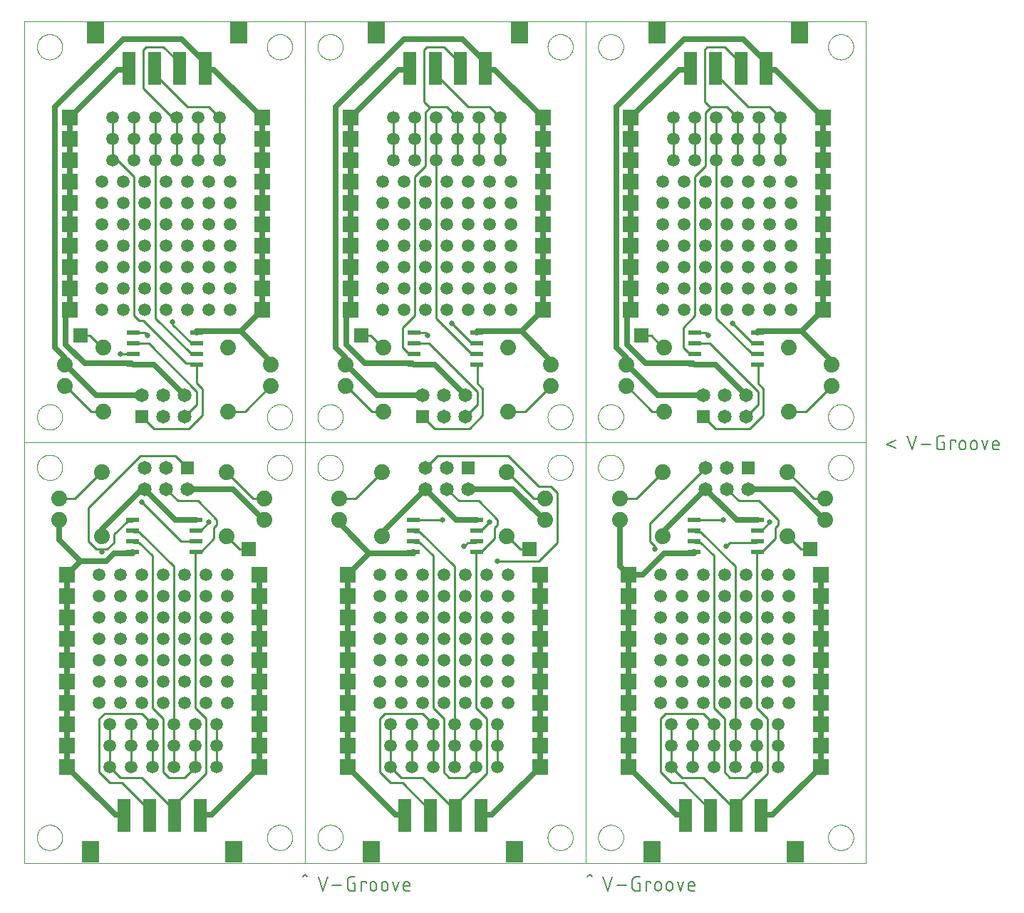
<source format=gtl>
G75*
%MOIN*%
%OFA0B0*%
%FSLAX25Y25*%
%IPPOS*%
%LPD*%
%AMOC8*
5,1,8,0,0,1.08239X$1,22.5*
%
%ADD10C,0.00600*%
%ADD11C,0.00004*%
%ADD12R,0.05906X0.02362*%
%ADD13C,0.07400*%
%ADD14R,0.06299X0.15748*%
%ADD15R,0.07874X0.10236*%
%ADD16R,0.07087X0.07087*%
%ADD17R,0.07600X0.07600*%
%ADD18C,0.05937*%
%ADD19R,0.06496X0.06496*%
%ADD20C,0.06496*%
%ADD21C,0.01000*%
%ADD22C,0.02500*%
%ADD23C,0.02578*%
D10*
X0131172Y0015608D02*
X0132239Y0016674D01*
X0133305Y0015608D01*
X0138516Y0015430D02*
X0140649Y0009030D01*
X0142782Y0015430D01*
X0145080Y0011519D02*
X0149347Y0011519D01*
X0152205Y0010452D02*
X0152205Y0014008D01*
X0152207Y0014082D01*
X0152213Y0014157D01*
X0152223Y0014230D01*
X0152236Y0014304D01*
X0152253Y0014376D01*
X0152275Y0014447D01*
X0152299Y0014518D01*
X0152328Y0014586D01*
X0152360Y0014654D01*
X0152396Y0014719D01*
X0152434Y0014782D01*
X0152477Y0014844D01*
X0152522Y0014903D01*
X0152570Y0014959D01*
X0152621Y0015014D01*
X0152675Y0015065D01*
X0152732Y0015113D01*
X0152791Y0015158D01*
X0152853Y0015201D01*
X0152916Y0015239D01*
X0152981Y0015275D01*
X0153049Y0015307D01*
X0153117Y0015336D01*
X0153188Y0015360D01*
X0153259Y0015382D01*
X0153331Y0015399D01*
X0153405Y0015412D01*
X0153478Y0015422D01*
X0153553Y0015428D01*
X0153627Y0015430D01*
X0155761Y0015430D01*
X0155761Y0012586D02*
X0155761Y0009030D01*
X0153627Y0009030D01*
X0153553Y0009032D01*
X0153478Y0009038D01*
X0153405Y0009048D01*
X0153331Y0009061D01*
X0153259Y0009078D01*
X0153188Y0009100D01*
X0153117Y0009124D01*
X0153049Y0009153D01*
X0152981Y0009185D01*
X0152916Y0009221D01*
X0152853Y0009259D01*
X0152791Y0009302D01*
X0152732Y0009347D01*
X0152675Y0009395D01*
X0152621Y0009446D01*
X0152570Y0009500D01*
X0152522Y0009557D01*
X0152477Y0009616D01*
X0152434Y0009678D01*
X0152396Y0009741D01*
X0152360Y0009806D01*
X0152328Y0009874D01*
X0152299Y0009942D01*
X0152275Y0010013D01*
X0152253Y0010084D01*
X0152236Y0010156D01*
X0152223Y0010230D01*
X0152213Y0010303D01*
X0152207Y0010378D01*
X0152205Y0010452D01*
X0154694Y0012586D02*
X0155761Y0012586D01*
X0158748Y0013297D02*
X0160881Y0013297D01*
X0160881Y0012586D01*
X0162817Y0011874D02*
X0162817Y0010452D01*
X0162818Y0010452D02*
X0162820Y0010378D01*
X0162826Y0010303D01*
X0162836Y0010230D01*
X0162849Y0010156D01*
X0162866Y0010084D01*
X0162888Y0010013D01*
X0162912Y0009942D01*
X0162941Y0009874D01*
X0162973Y0009806D01*
X0163009Y0009741D01*
X0163047Y0009678D01*
X0163090Y0009616D01*
X0163135Y0009557D01*
X0163183Y0009500D01*
X0163234Y0009446D01*
X0163288Y0009395D01*
X0163345Y0009347D01*
X0163404Y0009302D01*
X0163466Y0009259D01*
X0163529Y0009221D01*
X0163594Y0009185D01*
X0163662Y0009153D01*
X0163730Y0009124D01*
X0163801Y0009100D01*
X0163872Y0009078D01*
X0163944Y0009061D01*
X0164018Y0009048D01*
X0164091Y0009038D01*
X0164166Y0009032D01*
X0164240Y0009030D01*
X0164314Y0009032D01*
X0164389Y0009038D01*
X0164462Y0009048D01*
X0164536Y0009061D01*
X0164608Y0009078D01*
X0164679Y0009100D01*
X0164750Y0009124D01*
X0164818Y0009153D01*
X0164886Y0009185D01*
X0164951Y0009221D01*
X0165014Y0009259D01*
X0165076Y0009302D01*
X0165135Y0009347D01*
X0165192Y0009395D01*
X0165246Y0009446D01*
X0165297Y0009500D01*
X0165345Y0009557D01*
X0165390Y0009616D01*
X0165433Y0009678D01*
X0165471Y0009741D01*
X0165507Y0009806D01*
X0165539Y0009874D01*
X0165568Y0009942D01*
X0165592Y0010013D01*
X0165614Y0010084D01*
X0165631Y0010156D01*
X0165644Y0010230D01*
X0165654Y0010303D01*
X0165660Y0010378D01*
X0165662Y0010452D01*
X0165662Y0011874D01*
X0165660Y0011948D01*
X0165654Y0012023D01*
X0165644Y0012096D01*
X0165631Y0012170D01*
X0165614Y0012242D01*
X0165592Y0012313D01*
X0165568Y0012384D01*
X0165539Y0012452D01*
X0165507Y0012520D01*
X0165471Y0012585D01*
X0165433Y0012648D01*
X0165390Y0012710D01*
X0165345Y0012769D01*
X0165297Y0012826D01*
X0165246Y0012880D01*
X0165192Y0012931D01*
X0165135Y0012979D01*
X0165076Y0013024D01*
X0165014Y0013067D01*
X0164951Y0013105D01*
X0164886Y0013141D01*
X0164818Y0013173D01*
X0164750Y0013202D01*
X0164679Y0013226D01*
X0164608Y0013248D01*
X0164536Y0013265D01*
X0164462Y0013278D01*
X0164389Y0013288D01*
X0164314Y0013294D01*
X0164240Y0013296D01*
X0164166Y0013294D01*
X0164091Y0013288D01*
X0164018Y0013278D01*
X0163944Y0013265D01*
X0163872Y0013248D01*
X0163801Y0013226D01*
X0163730Y0013202D01*
X0163662Y0013173D01*
X0163594Y0013141D01*
X0163529Y0013105D01*
X0163466Y0013067D01*
X0163404Y0013024D01*
X0163345Y0012979D01*
X0163288Y0012931D01*
X0163234Y0012880D01*
X0163183Y0012826D01*
X0163135Y0012769D01*
X0163090Y0012710D01*
X0163047Y0012648D01*
X0163009Y0012585D01*
X0162973Y0012520D01*
X0162941Y0012452D01*
X0162912Y0012384D01*
X0162888Y0012313D01*
X0162866Y0012242D01*
X0162849Y0012170D01*
X0162836Y0012096D01*
X0162826Y0012023D01*
X0162820Y0011948D01*
X0162818Y0011874D01*
X0158748Y0013297D02*
X0158748Y0009030D01*
X0168151Y0010452D02*
X0168151Y0011874D01*
X0168153Y0011948D01*
X0168159Y0012023D01*
X0168169Y0012096D01*
X0168182Y0012170D01*
X0168199Y0012242D01*
X0168221Y0012313D01*
X0168245Y0012384D01*
X0168274Y0012452D01*
X0168306Y0012520D01*
X0168342Y0012585D01*
X0168380Y0012648D01*
X0168423Y0012710D01*
X0168468Y0012769D01*
X0168516Y0012826D01*
X0168567Y0012880D01*
X0168621Y0012931D01*
X0168678Y0012979D01*
X0168737Y0013024D01*
X0168799Y0013067D01*
X0168862Y0013105D01*
X0168927Y0013141D01*
X0168995Y0013173D01*
X0169063Y0013202D01*
X0169134Y0013226D01*
X0169205Y0013248D01*
X0169277Y0013265D01*
X0169351Y0013278D01*
X0169424Y0013288D01*
X0169499Y0013294D01*
X0169573Y0013296D01*
X0169647Y0013294D01*
X0169722Y0013288D01*
X0169795Y0013278D01*
X0169869Y0013265D01*
X0169941Y0013248D01*
X0170012Y0013226D01*
X0170083Y0013202D01*
X0170151Y0013173D01*
X0170219Y0013141D01*
X0170284Y0013105D01*
X0170347Y0013067D01*
X0170409Y0013024D01*
X0170468Y0012979D01*
X0170525Y0012931D01*
X0170579Y0012880D01*
X0170630Y0012826D01*
X0170678Y0012769D01*
X0170723Y0012710D01*
X0170766Y0012648D01*
X0170804Y0012585D01*
X0170840Y0012520D01*
X0170872Y0012452D01*
X0170901Y0012384D01*
X0170925Y0012313D01*
X0170947Y0012242D01*
X0170964Y0012170D01*
X0170977Y0012096D01*
X0170987Y0012023D01*
X0170993Y0011948D01*
X0170995Y0011874D01*
X0170995Y0010452D01*
X0170993Y0010378D01*
X0170987Y0010303D01*
X0170977Y0010230D01*
X0170964Y0010156D01*
X0170947Y0010084D01*
X0170925Y0010013D01*
X0170901Y0009942D01*
X0170872Y0009874D01*
X0170840Y0009806D01*
X0170804Y0009741D01*
X0170766Y0009678D01*
X0170723Y0009616D01*
X0170678Y0009557D01*
X0170630Y0009500D01*
X0170579Y0009446D01*
X0170525Y0009395D01*
X0170468Y0009347D01*
X0170409Y0009302D01*
X0170347Y0009259D01*
X0170284Y0009221D01*
X0170219Y0009185D01*
X0170151Y0009153D01*
X0170083Y0009124D01*
X0170012Y0009100D01*
X0169941Y0009078D01*
X0169869Y0009061D01*
X0169795Y0009048D01*
X0169722Y0009038D01*
X0169647Y0009032D01*
X0169573Y0009030D01*
X0169499Y0009032D01*
X0169424Y0009038D01*
X0169351Y0009048D01*
X0169277Y0009061D01*
X0169205Y0009078D01*
X0169134Y0009100D01*
X0169063Y0009124D01*
X0168995Y0009153D01*
X0168927Y0009185D01*
X0168862Y0009221D01*
X0168799Y0009259D01*
X0168737Y0009302D01*
X0168678Y0009347D01*
X0168621Y0009395D01*
X0168567Y0009446D01*
X0168516Y0009500D01*
X0168468Y0009557D01*
X0168423Y0009616D01*
X0168380Y0009678D01*
X0168342Y0009741D01*
X0168306Y0009806D01*
X0168274Y0009874D01*
X0168245Y0009942D01*
X0168221Y0010013D01*
X0168199Y0010084D01*
X0168182Y0010156D01*
X0168169Y0010230D01*
X0168159Y0010303D01*
X0168153Y0010378D01*
X0168151Y0010452D01*
X0173279Y0013297D02*
X0174701Y0009030D01*
X0176124Y0013297D01*
X0178408Y0011874D02*
X0178408Y0010097D01*
X0178407Y0010097D02*
X0178409Y0010033D01*
X0178415Y0009968D01*
X0178424Y0009905D01*
X0178438Y0009842D01*
X0178455Y0009780D01*
X0178476Y0009719D01*
X0178501Y0009659D01*
X0178529Y0009601D01*
X0178561Y0009545D01*
X0178596Y0009491D01*
X0178634Y0009439D01*
X0178675Y0009389D01*
X0178720Y0009343D01*
X0178766Y0009298D01*
X0178816Y0009257D01*
X0178868Y0009219D01*
X0178922Y0009184D01*
X0178978Y0009152D01*
X0179036Y0009124D01*
X0179096Y0009099D01*
X0179157Y0009078D01*
X0179219Y0009061D01*
X0179282Y0009047D01*
X0179345Y0009038D01*
X0179410Y0009032D01*
X0179474Y0009030D01*
X0181252Y0009030D01*
X0181252Y0011163D02*
X0178408Y0011163D01*
X0178408Y0011874D02*
X0178410Y0011948D01*
X0178416Y0012023D01*
X0178426Y0012096D01*
X0178439Y0012170D01*
X0178456Y0012242D01*
X0178478Y0012313D01*
X0178502Y0012384D01*
X0178531Y0012452D01*
X0178563Y0012520D01*
X0178599Y0012585D01*
X0178637Y0012648D01*
X0178680Y0012710D01*
X0178725Y0012769D01*
X0178773Y0012826D01*
X0178824Y0012880D01*
X0178878Y0012931D01*
X0178935Y0012979D01*
X0178994Y0013024D01*
X0179056Y0013067D01*
X0179119Y0013105D01*
X0179184Y0013141D01*
X0179252Y0013173D01*
X0179320Y0013202D01*
X0179391Y0013226D01*
X0179462Y0013248D01*
X0179534Y0013265D01*
X0179608Y0013278D01*
X0179681Y0013288D01*
X0179756Y0013294D01*
X0179830Y0013296D01*
X0179904Y0013294D01*
X0179979Y0013288D01*
X0180052Y0013278D01*
X0180126Y0013265D01*
X0180198Y0013248D01*
X0180269Y0013226D01*
X0180340Y0013202D01*
X0180408Y0013173D01*
X0180476Y0013141D01*
X0180541Y0013105D01*
X0180604Y0013067D01*
X0180666Y0013024D01*
X0180725Y0012979D01*
X0180782Y0012931D01*
X0180836Y0012880D01*
X0180887Y0012826D01*
X0180935Y0012769D01*
X0180980Y0012710D01*
X0181023Y0012648D01*
X0181061Y0012585D01*
X0181097Y0012520D01*
X0181129Y0012452D01*
X0181158Y0012384D01*
X0181182Y0012313D01*
X0181204Y0012242D01*
X0181221Y0012170D01*
X0181234Y0012096D01*
X0181244Y0012023D01*
X0181250Y0011948D01*
X0181252Y0011874D01*
X0181252Y0011163D01*
X0264372Y0015608D02*
X0265439Y0016674D01*
X0266505Y0015608D01*
X0271716Y0015430D02*
X0273849Y0009030D01*
X0275982Y0015430D01*
X0278280Y0011519D02*
X0282547Y0011519D01*
X0285405Y0010452D02*
X0285405Y0014008D01*
X0285407Y0014082D01*
X0285413Y0014157D01*
X0285423Y0014230D01*
X0285436Y0014304D01*
X0285453Y0014376D01*
X0285475Y0014447D01*
X0285499Y0014518D01*
X0285528Y0014586D01*
X0285560Y0014654D01*
X0285596Y0014719D01*
X0285634Y0014782D01*
X0285677Y0014844D01*
X0285722Y0014903D01*
X0285770Y0014959D01*
X0285821Y0015014D01*
X0285875Y0015065D01*
X0285932Y0015113D01*
X0285991Y0015158D01*
X0286053Y0015201D01*
X0286116Y0015239D01*
X0286181Y0015275D01*
X0286249Y0015307D01*
X0286317Y0015336D01*
X0286388Y0015360D01*
X0286459Y0015382D01*
X0286531Y0015399D01*
X0286605Y0015412D01*
X0286678Y0015422D01*
X0286753Y0015428D01*
X0286827Y0015430D01*
X0288961Y0015430D01*
X0288961Y0012586D02*
X0288961Y0009030D01*
X0286827Y0009030D01*
X0286753Y0009032D01*
X0286678Y0009038D01*
X0286605Y0009048D01*
X0286531Y0009061D01*
X0286459Y0009078D01*
X0286388Y0009100D01*
X0286317Y0009124D01*
X0286249Y0009153D01*
X0286181Y0009185D01*
X0286116Y0009221D01*
X0286053Y0009259D01*
X0285991Y0009302D01*
X0285932Y0009347D01*
X0285875Y0009395D01*
X0285821Y0009446D01*
X0285770Y0009500D01*
X0285722Y0009557D01*
X0285677Y0009616D01*
X0285634Y0009678D01*
X0285596Y0009741D01*
X0285560Y0009806D01*
X0285528Y0009874D01*
X0285499Y0009942D01*
X0285475Y0010013D01*
X0285453Y0010084D01*
X0285436Y0010156D01*
X0285423Y0010230D01*
X0285413Y0010303D01*
X0285407Y0010378D01*
X0285405Y0010452D01*
X0287894Y0012586D02*
X0288961Y0012586D01*
X0291948Y0013297D02*
X0294081Y0013297D01*
X0294081Y0012586D01*
X0296017Y0011874D02*
X0296017Y0010452D01*
X0296018Y0010452D02*
X0296020Y0010378D01*
X0296026Y0010303D01*
X0296036Y0010230D01*
X0296049Y0010156D01*
X0296066Y0010084D01*
X0296088Y0010013D01*
X0296112Y0009942D01*
X0296141Y0009874D01*
X0296173Y0009806D01*
X0296209Y0009741D01*
X0296247Y0009678D01*
X0296290Y0009616D01*
X0296335Y0009557D01*
X0296383Y0009500D01*
X0296434Y0009446D01*
X0296488Y0009395D01*
X0296545Y0009347D01*
X0296604Y0009302D01*
X0296666Y0009259D01*
X0296729Y0009221D01*
X0296794Y0009185D01*
X0296862Y0009153D01*
X0296930Y0009124D01*
X0297001Y0009100D01*
X0297072Y0009078D01*
X0297144Y0009061D01*
X0297218Y0009048D01*
X0297291Y0009038D01*
X0297366Y0009032D01*
X0297440Y0009030D01*
X0297514Y0009032D01*
X0297589Y0009038D01*
X0297662Y0009048D01*
X0297736Y0009061D01*
X0297808Y0009078D01*
X0297879Y0009100D01*
X0297950Y0009124D01*
X0298018Y0009153D01*
X0298086Y0009185D01*
X0298151Y0009221D01*
X0298214Y0009259D01*
X0298276Y0009302D01*
X0298335Y0009347D01*
X0298392Y0009395D01*
X0298446Y0009446D01*
X0298497Y0009500D01*
X0298545Y0009557D01*
X0298590Y0009616D01*
X0298633Y0009678D01*
X0298671Y0009741D01*
X0298707Y0009806D01*
X0298739Y0009874D01*
X0298768Y0009942D01*
X0298792Y0010013D01*
X0298814Y0010084D01*
X0298831Y0010156D01*
X0298844Y0010230D01*
X0298854Y0010303D01*
X0298860Y0010378D01*
X0298862Y0010452D01*
X0298862Y0011874D01*
X0298860Y0011948D01*
X0298854Y0012023D01*
X0298844Y0012096D01*
X0298831Y0012170D01*
X0298814Y0012242D01*
X0298792Y0012313D01*
X0298768Y0012384D01*
X0298739Y0012452D01*
X0298707Y0012520D01*
X0298671Y0012585D01*
X0298633Y0012648D01*
X0298590Y0012710D01*
X0298545Y0012769D01*
X0298497Y0012826D01*
X0298446Y0012880D01*
X0298392Y0012931D01*
X0298335Y0012979D01*
X0298276Y0013024D01*
X0298214Y0013067D01*
X0298151Y0013105D01*
X0298086Y0013141D01*
X0298018Y0013173D01*
X0297950Y0013202D01*
X0297879Y0013226D01*
X0297808Y0013248D01*
X0297736Y0013265D01*
X0297662Y0013278D01*
X0297589Y0013288D01*
X0297514Y0013294D01*
X0297440Y0013296D01*
X0297366Y0013294D01*
X0297291Y0013288D01*
X0297218Y0013278D01*
X0297144Y0013265D01*
X0297072Y0013248D01*
X0297001Y0013226D01*
X0296930Y0013202D01*
X0296862Y0013173D01*
X0296794Y0013141D01*
X0296729Y0013105D01*
X0296666Y0013067D01*
X0296604Y0013024D01*
X0296545Y0012979D01*
X0296488Y0012931D01*
X0296434Y0012880D01*
X0296383Y0012826D01*
X0296335Y0012769D01*
X0296290Y0012710D01*
X0296247Y0012648D01*
X0296209Y0012585D01*
X0296173Y0012520D01*
X0296141Y0012452D01*
X0296112Y0012384D01*
X0296088Y0012313D01*
X0296066Y0012242D01*
X0296049Y0012170D01*
X0296036Y0012096D01*
X0296026Y0012023D01*
X0296020Y0011948D01*
X0296018Y0011874D01*
X0291948Y0013297D02*
X0291948Y0009030D01*
X0301351Y0010452D02*
X0301351Y0011874D01*
X0301353Y0011948D01*
X0301359Y0012023D01*
X0301369Y0012096D01*
X0301382Y0012170D01*
X0301399Y0012242D01*
X0301421Y0012313D01*
X0301445Y0012384D01*
X0301474Y0012452D01*
X0301506Y0012520D01*
X0301542Y0012585D01*
X0301580Y0012648D01*
X0301623Y0012710D01*
X0301668Y0012769D01*
X0301716Y0012826D01*
X0301767Y0012880D01*
X0301821Y0012931D01*
X0301878Y0012979D01*
X0301937Y0013024D01*
X0301999Y0013067D01*
X0302062Y0013105D01*
X0302127Y0013141D01*
X0302195Y0013173D01*
X0302263Y0013202D01*
X0302334Y0013226D01*
X0302405Y0013248D01*
X0302477Y0013265D01*
X0302551Y0013278D01*
X0302624Y0013288D01*
X0302699Y0013294D01*
X0302773Y0013296D01*
X0302847Y0013294D01*
X0302922Y0013288D01*
X0302995Y0013278D01*
X0303069Y0013265D01*
X0303141Y0013248D01*
X0303212Y0013226D01*
X0303283Y0013202D01*
X0303351Y0013173D01*
X0303419Y0013141D01*
X0303484Y0013105D01*
X0303547Y0013067D01*
X0303609Y0013024D01*
X0303668Y0012979D01*
X0303725Y0012931D01*
X0303779Y0012880D01*
X0303830Y0012826D01*
X0303878Y0012769D01*
X0303923Y0012710D01*
X0303966Y0012648D01*
X0304004Y0012585D01*
X0304040Y0012520D01*
X0304072Y0012452D01*
X0304101Y0012384D01*
X0304125Y0012313D01*
X0304147Y0012242D01*
X0304164Y0012170D01*
X0304177Y0012096D01*
X0304187Y0012023D01*
X0304193Y0011948D01*
X0304195Y0011874D01*
X0304195Y0010452D01*
X0304193Y0010378D01*
X0304187Y0010303D01*
X0304177Y0010230D01*
X0304164Y0010156D01*
X0304147Y0010084D01*
X0304125Y0010013D01*
X0304101Y0009942D01*
X0304072Y0009874D01*
X0304040Y0009806D01*
X0304004Y0009741D01*
X0303966Y0009678D01*
X0303923Y0009616D01*
X0303878Y0009557D01*
X0303830Y0009500D01*
X0303779Y0009446D01*
X0303725Y0009395D01*
X0303668Y0009347D01*
X0303609Y0009302D01*
X0303547Y0009259D01*
X0303484Y0009221D01*
X0303419Y0009185D01*
X0303351Y0009153D01*
X0303283Y0009124D01*
X0303212Y0009100D01*
X0303141Y0009078D01*
X0303069Y0009061D01*
X0302995Y0009048D01*
X0302922Y0009038D01*
X0302847Y0009032D01*
X0302773Y0009030D01*
X0302699Y0009032D01*
X0302624Y0009038D01*
X0302551Y0009048D01*
X0302477Y0009061D01*
X0302405Y0009078D01*
X0302334Y0009100D01*
X0302263Y0009124D01*
X0302195Y0009153D01*
X0302127Y0009185D01*
X0302062Y0009221D01*
X0301999Y0009259D01*
X0301937Y0009302D01*
X0301878Y0009347D01*
X0301821Y0009395D01*
X0301767Y0009446D01*
X0301716Y0009500D01*
X0301668Y0009557D01*
X0301623Y0009616D01*
X0301580Y0009678D01*
X0301542Y0009741D01*
X0301506Y0009806D01*
X0301474Y0009874D01*
X0301445Y0009942D01*
X0301421Y0010013D01*
X0301399Y0010084D01*
X0301382Y0010156D01*
X0301369Y0010230D01*
X0301359Y0010303D01*
X0301353Y0010378D01*
X0301351Y0010452D01*
X0306479Y0013297D02*
X0307901Y0009030D01*
X0309324Y0013297D01*
X0311608Y0011874D02*
X0311608Y0010097D01*
X0311607Y0010097D02*
X0311609Y0010033D01*
X0311615Y0009968D01*
X0311624Y0009905D01*
X0311638Y0009842D01*
X0311655Y0009780D01*
X0311676Y0009719D01*
X0311701Y0009659D01*
X0311729Y0009601D01*
X0311761Y0009545D01*
X0311796Y0009491D01*
X0311834Y0009439D01*
X0311875Y0009389D01*
X0311920Y0009343D01*
X0311966Y0009298D01*
X0312016Y0009257D01*
X0312068Y0009219D01*
X0312122Y0009184D01*
X0312178Y0009152D01*
X0312236Y0009124D01*
X0312296Y0009099D01*
X0312357Y0009078D01*
X0312419Y0009061D01*
X0312482Y0009047D01*
X0312545Y0009038D01*
X0312610Y0009032D01*
X0312674Y0009030D01*
X0314452Y0009030D01*
X0314452Y0011163D02*
X0311608Y0011163D01*
X0311608Y0011874D02*
X0311610Y0011948D01*
X0311616Y0012023D01*
X0311626Y0012096D01*
X0311639Y0012170D01*
X0311656Y0012242D01*
X0311678Y0012313D01*
X0311702Y0012384D01*
X0311731Y0012452D01*
X0311763Y0012520D01*
X0311799Y0012585D01*
X0311837Y0012648D01*
X0311880Y0012710D01*
X0311925Y0012769D01*
X0311973Y0012826D01*
X0312024Y0012880D01*
X0312078Y0012931D01*
X0312135Y0012979D01*
X0312194Y0013024D01*
X0312256Y0013067D01*
X0312319Y0013105D01*
X0312384Y0013141D01*
X0312452Y0013173D01*
X0312520Y0013202D01*
X0312591Y0013226D01*
X0312662Y0013248D01*
X0312734Y0013265D01*
X0312808Y0013278D01*
X0312881Y0013288D01*
X0312956Y0013294D01*
X0313030Y0013296D01*
X0313104Y0013294D01*
X0313179Y0013288D01*
X0313252Y0013278D01*
X0313326Y0013265D01*
X0313398Y0013248D01*
X0313469Y0013226D01*
X0313540Y0013202D01*
X0313608Y0013173D01*
X0313676Y0013141D01*
X0313741Y0013105D01*
X0313804Y0013067D01*
X0313866Y0013024D01*
X0313925Y0012979D01*
X0313982Y0012931D01*
X0314036Y0012880D01*
X0314087Y0012826D01*
X0314135Y0012769D01*
X0314180Y0012710D01*
X0314223Y0012648D01*
X0314261Y0012585D01*
X0314297Y0012520D01*
X0314329Y0012452D01*
X0314358Y0012384D01*
X0314382Y0012313D01*
X0314404Y0012242D01*
X0314421Y0012170D01*
X0314434Y0012096D01*
X0314444Y0012023D01*
X0314450Y0011948D01*
X0314452Y0011874D01*
X0314452Y0011163D01*
X0404232Y0217979D02*
X0408499Y0216201D01*
X0408499Y0219757D02*
X0404232Y0217979D01*
X0414078Y0221890D02*
X0416212Y0215490D01*
X0418345Y0221890D01*
X0420643Y0217979D02*
X0424909Y0217979D01*
X0427768Y0216912D02*
X0427768Y0220468D01*
X0427770Y0220542D01*
X0427776Y0220617D01*
X0427786Y0220690D01*
X0427799Y0220764D01*
X0427816Y0220836D01*
X0427838Y0220907D01*
X0427862Y0220978D01*
X0427891Y0221046D01*
X0427923Y0221114D01*
X0427959Y0221179D01*
X0427997Y0221242D01*
X0428040Y0221304D01*
X0428085Y0221363D01*
X0428133Y0221419D01*
X0428184Y0221474D01*
X0428238Y0221525D01*
X0428295Y0221573D01*
X0428354Y0221618D01*
X0428416Y0221661D01*
X0428479Y0221699D01*
X0428544Y0221735D01*
X0428612Y0221767D01*
X0428680Y0221796D01*
X0428751Y0221820D01*
X0428822Y0221842D01*
X0428894Y0221859D01*
X0428968Y0221872D01*
X0429041Y0221882D01*
X0429116Y0221888D01*
X0429190Y0221890D01*
X0431323Y0221890D01*
X0431323Y0219046D02*
X0431323Y0215490D01*
X0429190Y0215490D01*
X0429116Y0215492D01*
X0429041Y0215498D01*
X0428968Y0215508D01*
X0428894Y0215521D01*
X0428822Y0215538D01*
X0428751Y0215560D01*
X0428680Y0215584D01*
X0428612Y0215613D01*
X0428544Y0215645D01*
X0428479Y0215681D01*
X0428416Y0215719D01*
X0428354Y0215762D01*
X0428295Y0215807D01*
X0428238Y0215855D01*
X0428184Y0215906D01*
X0428133Y0215960D01*
X0428085Y0216017D01*
X0428040Y0216076D01*
X0427997Y0216138D01*
X0427959Y0216201D01*
X0427923Y0216266D01*
X0427891Y0216334D01*
X0427862Y0216402D01*
X0427838Y0216473D01*
X0427816Y0216544D01*
X0427799Y0216616D01*
X0427786Y0216690D01*
X0427776Y0216763D01*
X0427770Y0216838D01*
X0427768Y0216912D01*
X0430257Y0219046D02*
X0431323Y0219046D01*
X0434311Y0219757D02*
X0434311Y0215490D01*
X0436444Y0219046D02*
X0436444Y0219757D01*
X0434311Y0219757D01*
X0438380Y0218334D02*
X0438380Y0216912D01*
X0438382Y0216838D01*
X0438388Y0216763D01*
X0438398Y0216690D01*
X0438411Y0216616D01*
X0438428Y0216544D01*
X0438450Y0216473D01*
X0438474Y0216402D01*
X0438503Y0216334D01*
X0438535Y0216266D01*
X0438571Y0216201D01*
X0438609Y0216138D01*
X0438652Y0216076D01*
X0438697Y0216017D01*
X0438745Y0215960D01*
X0438796Y0215906D01*
X0438850Y0215855D01*
X0438907Y0215807D01*
X0438966Y0215762D01*
X0439028Y0215719D01*
X0439091Y0215681D01*
X0439156Y0215645D01*
X0439224Y0215613D01*
X0439292Y0215584D01*
X0439363Y0215560D01*
X0439434Y0215538D01*
X0439506Y0215521D01*
X0439580Y0215508D01*
X0439653Y0215498D01*
X0439728Y0215492D01*
X0439802Y0215490D01*
X0439876Y0215492D01*
X0439951Y0215498D01*
X0440024Y0215508D01*
X0440098Y0215521D01*
X0440170Y0215538D01*
X0440241Y0215560D01*
X0440312Y0215584D01*
X0440380Y0215613D01*
X0440448Y0215645D01*
X0440513Y0215681D01*
X0440576Y0215719D01*
X0440638Y0215762D01*
X0440697Y0215807D01*
X0440754Y0215855D01*
X0440808Y0215906D01*
X0440859Y0215960D01*
X0440907Y0216017D01*
X0440952Y0216076D01*
X0440995Y0216138D01*
X0441033Y0216201D01*
X0441069Y0216266D01*
X0441101Y0216334D01*
X0441130Y0216402D01*
X0441154Y0216473D01*
X0441176Y0216544D01*
X0441193Y0216616D01*
X0441206Y0216690D01*
X0441216Y0216763D01*
X0441222Y0216838D01*
X0441224Y0216912D01*
X0441224Y0218334D01*
X0441222Y0218408D01*
X0441216Y0218483D01*
X0441206Y0218556D01*
X0441193Y0218630D01*
X0441176Y0218702D01*
X0441154Y0218773D01*
X0441130Y0218844D01*
X0441101Y0218912D01*
X0441069Y0218980D01*
X0441033Y0219045D01*
X0440995Y0219108D01*
X0440952Y0219170D01*
X0440907Y0219229D01*
X0440859Y0219286D01*
X0440808Y0219340D01*
X0440754Y0219391D01*
X0440697Y0219439D01*
X0440638Y0219484D01*
X0440576Y0219527D01*
X0440513Y0219565D01*
X0440448Y0219601D01*
X0440380Y0219633D01*
X0440312Y0219662D01*
X0440241Y0219686D01*
X0440170Y0219708D01*
X0440098Y0219725D01*
X0440024Y0219738D01*
X0439951Y0219748D01*
X0439876Y0219754D01*
X0439802Y0219756D01*
X0439728Y0219754D01*
X0439653Y0219748D01*
X0439580Y0219738D01*
X0439506Y0219725D01*
X0439434Y0219708D01*
X0439363Y0219686D01*
X0439292Y0219662D01*
X0439224Y0219633D01*
X0439156Y0219601D01*
X0439091Y0219565D01*
X0439028Y0219527D01*
X0438966Y0219484D01*
X0438907Y0219439D01*
X0438850Y0219391D01*
X0438796Y0219340D01*
X0438745Y0219286D01*
X0438697Y0219229D01*
X0438652Y0219170D01*
X0438609Y0219108D01*
X0438571Y0219045D01*
X0438535Y0218980D01*
X0438503Y0218912D01*
X0438474Y0218844D01*
X0438450Y0218773D01*
X0438428Y0218702D01*
X0438411Y0218630D01*
X0438398Y0218556D01*
X0438388Y0218483D01*
X0438382Y0218408D01*
X0438380Y0218334D01*
X0443713Y0218334D02*
X0443713Y0216912D01*
X0443714Y0216912D02*
X0443716Y0216838D01*
X0443722Y0216763D01*
X0443732Y0216690D01*
X0443745Y0216616D01*
X0443762Y0216544D01*
X0443784Y0216473D01*
X0443808Y0216402D01*
X0443837Y0216334D01*
X0443869Y0216266D01*
X0443905Y0216201D01*
X0443943Y0216138D01*
X0443986Y0216076D01*
X0444031Y0216017D01*
X0444079Y0215960D01*
X0444130Y0215906D01*
X0444184Y0215855D01*
X0444241Y0215807D01*
X0444300Y0215762D01*
X0444362Y0215719D01*
X0444425Y0215681D01*
X0444490Y0215645D01*
X0444558Y0215613D01*
X0444626Y0215584D01*
X0444697Y0215560D01*
X0444768Y0215538D01*
X0444840Y0215521D01*
X0444914Y0215508D01*
X0444987Y0215498D01*
X0445062Y0215492D01*
X0445136Y0215490D01*
X0445210Y0215492D01*
X0445285Y0215498D01*
X0445358Y0215508D01*
X0445432Y0215521D01*
X0445504Y0215538D01*
X0445575Y0215560D01*
X0445646Y0215584D01*
X0445714Y0215613D01*
X0445782Y0215645D01*
X0445847Y0215681D01*
X0445910Y0215719D01*
X0445972Y0215762D01*
X0446031Y0215807D01*
X0446088Y0215855D01*
X0446142Y0215906D01*
X0446193Y0215960D01*
X0446241Y0216017D01*
X0446286Y0216076D01*
X0446329Y0216138D01*
X0446367Y0216201D01*
X0446403Y0216266D01*
X0446435Y0216334D01*
X0446464Y0216402D01*
X0446488Y0216473D01*
X0446510Y0216544D01*
X0446527Y0216616D01*
X0446540Y0216690D01*
X0446550Y0216763D01*
X0446556Y0216838D01*
X0446558Y0216912D01*
X0446558Y0218334D01*
X0446556Y0218408D01*
X0446550Y0218483D01*
X0446540Y0218556D01*
X0446527Y0218630D01*
X0446510Y0218702D01*
X0446488Y0218773D01*
X0446464Y0218844D01*
X0446435Y0218912D01*
X0446403Y0218980D01*
X0446367Y0219045D01*
X0446329Y0219108D01*
X0446286Y0219170D01*
X0446241Y0219229D01*
X0446193Y0219286D01*
X0446142Y0219340D01*
X0446088Y0219391D01*
X0446031Y0219439D01*
X0445972Y0219484D01*
X0445910Y0219527D01*
X0445847Y0219565D01*
X0445782Y0219601D01*
X0445714Y0219633D01*
X0445646Y0219662D01*
X0445575Y0219686D01*
X0445504Y0219708D01*
X0445432Y0219725D01*
X0445358Y0219738D01*
X0445285Y0219748D01*
X0445210Y0219754D01*
X0445136Y0219756D01*
X0445062Y0219754D01*
X0444987Y0219748D01*
X0444914Y0219738D01*
X0444840Y0219725D01*
X0444768Y0219708D01*
X0444697Y0219686D01*
X0444626Y0219662D01*
X0444558Y0219633D01*
X0444490Y0219601D01*
X0444425Y0219565D01*
X0444362Y0219527D01*
X0444300Y0219484D01*
X0444241Y0219439D01*
X0444184Y0219391D01*
X0444130Y0219340D01*
X0444079Y0219286D01*
X0444031Y0219229D01*
X0443986Y0219170D01*
X0443943Y0219108D01*
X0443905Y0219045D01*
X0443869Y0218980D01*
X0443837Y0218912D01*
X0443808Y0218844D01*
X0443784Y0218773D01*
X0443762Y0218702D01*
X0443745Y0218630D01*
X0443732Y0218556D01*
X0443722Y0218483D01*
X0443716Y0218408D01*
X0443714Y0218334D01*
X0448842Y0219757D02*
X0450264Y0215490D01*
X0451686Y0219757D01*
X0453970Y0218334D02*
X0453970Y0216557D01*
X0453970Y0217623D02*
X0456815Y0217623D01*
X0456815Y0218334D01*
X0456814Y0218334D02*
X0456812Y0218408D01*
X0456806Y0218483D01*
X0456796Y0218556D01*
X0456783Y0218630D01*
X0456766Y0218702D01*
X0456744Y0218773D01*
X0456720Y0218844D01*
X0456691Y0218912D01*
X0456659Y0218980D01*
X0456623Y0219045D01*
X0456585Y0219108D01*
X0456542Y0219170D01*
X0456497Y0219229D01*
X0456449Y0219286D01*
X0456398Y0219340D01*
X0456344Y0219391D01*
X0456287Y0219439D01*
X0456228Y0219484D01*
X0456166Y0219527D01*
X0456103Y0219565D01*
X0456038Y0219601D01*
X0455970Y0219633D01*
X0455902Y0219662D01*
X0455831Y0219686D01*
X0455760Y0219708D01*
X0455688Y0219725D01*
X0455614Y0219738D01*
X0455541Y0219748D01*
X0455466Y0219754D01*
X0455392Y0219756D01*
X0455318Y0219754D01*
X0455243Y0219748D01*
X0455170Y0219738D01*
X0455096Y0219725D01*
X0455024Y0219708D01*
X0454953Y0219686D01*
X0454882Y0219662D01*
X0454814Y0219633D01*
X0454746Y0219601D01*
X0454681Y0219565D01*
X0454618Y0219527D01*
X0454556Y0219484D01*
X0454497Y0219439D01*
X0454440Y0219391D01*
X0454386Y0219340D01*
X0454335Y0219286D01*
X0454287Y0219229D01*
X0454242Y0219170D01*
X0454199Y0219108D01*
X0454161Y0219045D01*
X0454125Y0218980D01*
X0454093Y0218912D01*
X0454064Y0218844D01*
X0454040Y0218773D01*
X0454018Y0218702D01*
X0454001Y0218630D01*
X0453988Y0218556D01*
X0453978Y0218483D01*
X0453972Y0218408D01*
X0453970Y0218334D01*
X0453970Y0216557D02*
X0453972Y0216493D01*
X0453978Y0216428D01*
X0453987Y0216365D01*
X0454001Y0216302D01*
X0454018Y0216240D01*
X0454039Y0216179D01*
X0454064Y0216119D01*
X0454092Y0216061D01*
X0454124Y0216005D01*
X0454159Y0215951D01*
X0454197Y0215899D01*
X0454238Y0215849D01*
X0454283Y0215803D01*
X0454329Y0215758D01*
X0454379Y0215717D01*
X0454431Y0215679D01*
X0454485Y0215644D01*
X0454541Y0215612D01*
X0454599Y0215584D01*
X0454659Y0215559D01*
X0454720Y0215538D01*
X0454782Y0215521D01*
X0454845Y0215507D01*
X0454908Y0215498D01*
X0454973Y0215492D01*
X0455037Y0215490D01*
X0456815Y0215490D01*
D11*
X0394703Y0022050D02*
X0001002Y0022050D01*
X0001002Y0415751D01*
X0394703Y0415751D01*
X0394703Y0022050D01*
X0387086Y0029703D02*
X0386939Y0029560D01*
X0386787Y0029422D01*
X0386631Y0029290D01*
X0386470Y0029163D01*
X0386305Y0029042D01*
X0386135Y0028926D01*
X0385962Y0028816D01*
X0385785Y0028713D01*
X0385605Y0028616D01*
X0385421Y0028525D01*
X0385234Y0028440D01*
X0385045Y0028362D01*
X0384853Y0028291D01*
X0384658Y0028226D01*
X0384461Y0028168D01*
X0384263Y0028117D01*
X0384063Y0028073D01*
X0383861Y0028036D01*
X0383658Y0028005D01*
X0383455Y0027982D01*
X0383250Y0027966D01*
X0383045Y0027958D01*
X0382840Y0027956D01*
X0382636Y0027961D01*
X0382431Y0027973D01*
X0382227Y0027993D01*
X0382024Y0028020D01*
X0381821Y0028053D01*
X0381621Y0028094D01*
X0381421Y0028142D01*
X0381223Y0028196D01*
X0381028Y0028257D01*
X0380835Y0028325D01*
X0380644Y0028400D01*
X0380455Y0028481D01*
X0380270Y0028569D01*
X0380088Y0028663D01*
X0379909Y0028764D01*
X0379734Y0028870D01*
X0379563Y0028983D01*
X0379396Y0029102D01*
X0379233Y0029226D01*
X0379074Y0029356D01*
X0378920Y0029491D01*
X0378771Y0029631D01*
X0378626Y0029777D01*
X0378487Y0029927D01*
X0378353Y0030083D01*
X0378225Y0030242D01*
X0378102Y0030406D01*
X0377985Y0030575D01*
X0377874Y0030747D01*
X0377769Y0030923D01*
X0377670Y0031103D01*
X0377577Y0031286D01*
X0377491Y0031472D01*
X0377412Y0031660D01*
X0377338Y0031852D01*
X0377272Y0032046D01*
X0377212Y0032242D01*
X0377160Y0032440D01*
X0377114Y0032640D01*
X0377075Y0032841D01*
X0377043Y0033044D01*
X0377018Y0033247D01*
X0377000Y0033451D01*
X0376990Y0033656D01*
X0376986Y0033861D01*
X0376990Y0034066D01*
X0377000Y0034271D01*
X0377018Y0034475D01*
X0377043Y0034678D01*
X0377075Y0034881D01*
X0377114Y0035082D01*
X0377160Y0035282D01*
X0377212Y0035480D01*
X0377272Y0035676D01*
X0377338Y0035870D01*
X0377412Y0036062D01*
X0377491Y0036251D01*
X0377577Y0036436D01*
X0377670Y0036619D01*
X0377769Y0036799D01*
X0377874Y0036975D01*
X0377985Y0037147D01*
X0378102Y0037316D01*
X0378225Y0037480D01*
X0378353Y0037640D01*
X0378487Y0037795D01*
X0378626Y0037945D01*
X0378771Y0038091D01*
X0378920Y0038231D01*
X0379074Y0038367D01*
X0379233Y0038496D01*
X0379396Y0038621D01*
X0379563Y0038739D01*
X0379734Y0038852D01*
X0379909Y0038958D01*
X0380088Y0039059D01*
X0380270Y0039153D01*
X0380455Y0039241D01*
X0380644Y0039322D01*
X0380835Y0039397D01*
X0381028Y0039465D01*
X0381223Y0039526D01*
X0381421Y0039581D01*
X0381621Y0039628D01*
X0381821Y0039669D01*
X0382024Y0039702D01*
X0382227Y0039729D01*
X0382431Y0039749D01*
X0382636Y0039761D01*
X0382840Y0039766D01*
X0383045Y0039765D01*
X0383250Y0039756D01*
X0383455Y0039740D01*
X0383658Y0039717D01*
X0383861Y0039686D01*
X0384063Y0039649D01*
X0384263Y0039605D01*
X0384461Y0039554D01*
X0384658Y0039496D01*
X0384853Y0039431D01*
X0385045Y0039360D01*
X0385234Y0039282D01*
X0385421Y0039197D01*
X0385605Y0039106D01*
X0385785Y0039009D01*
X0385962Y0038906D01*
X0386135Y0038796D01*
X0386305Y0038681D01*
X0386470Y0038559D01*
X0386631Y0038432D01*
X0386787Y0038300D01*
X0386939Y0038162D01*
X0387086Y0038019D01*
X0387227Y0037871D01*
X0387364Y0037718D01*
X0387495Y0037560D01*
X0387621Y0037398D01*
X0387741Y0037232D01*
X0387855Y0037062D01*
X0387963Y0036887D01*
X0388065Y0036710D01*
X0388161Y0036528D01*
X0388250Y0036344D01*
X0388333Y0036156D01*
X0388409Y0035966D01*
X0388479Y0035773D01*
X0388542Y0035578D01*
X0388598Y0035381D01*
X0388648Y0035182D01*
X0388690Y0034982D01*
X0388725Y0034780D01*
X0388754Y0034577D01*
X0388775Y0034373D01*
X0388789Y0034168D01*
X0388796Y0033964D01*
X0388796Y0033759D01*
X0388789Y0033554D01*
X0388775Y0033349D01*
X0388754Y0033145D01*
X0388725Y0032942D01*
X0388690Y0032740D01*
X0388648Y0032540D01*
X0388598Y0032341D01*
X0388542Y0032144D01*
X0388479Y0031949D01*
X0388409Y0031756D01*
X0388333Y0031566D01*
X0388250Y0031378D01*
X0388161Y0031194D01*
X0388065Y0031012D01*
X0387963Y0030835D01*
X0387855Y0030660D01*
X0387741Y0030490D01*
X0387621Y0030324D01*
X0387495Y0030162D01*
X0387364Y0030004D01*
X0387227Y0029851D01*
X0387086Y0029703D01*
X0281182Y0033656D02*
X0281186Y0033861D01*
X0281182Y0034066D01*
X0281171Y0034271D01*
X0281154Y0034475D01*
X0281129Y0034678D01*
X0281097Y0034881D01*
X0281058Y0035082D01*
X0281012Y0035282D01*
X0280959Y0035480D01*
X0280900Y0035676D01*
X0280833Y0035870D01*
X0280760Y0036062D01*
X0280681Y0036251D01*
X0280594Y0036436D01*
X0280502Y0036619D01*
X0280403Y0036799D01*
X0280298Y0036975D01*
X0280187Y0037147D01*
X0280070Y0037316D01*
X0279947Y0037480D01*
X0279819Y0037640D01*
X0279685Y0037795D01*
X0279546Y0037945D01*
X0279401Y0038091D01*
X0279252Y0038231D01*
X0279098Y0038367D01*
X0278939Y0038496D01*
X0278776Y0038621D01*
X0278609Y0038739D01*
X0278438Y0038852D01*
X0278262Y0038958D01*
X0278084Y0039059D01*
X0277902Y0039153D01*
X0277716Y0039241D01*
X0277528Y0039322D01*
X0277337Y0039397D01*
X0277144Y0039465D01*
X0276948Y0039526D01*
X0276751Y0039581D01*
X0276551Y0039628D01*
X0276351Y0039669D01*
X0276148Y0039702D01*
X0275945Y0039729D01*
X0275741Y0039749D01*
X0275536Y0039761D01*
X0275331Y0039766D01*
X0275126Y0039765D01*
X0274922Y0039756D01*
X0274717Y0039740D01*
X0274514Y0039717D01*
X0274311Y0039686D01*
X0274109Y0039649D01*
X0273909Y0039605D01*
X0273711Y0039554D01*
X0273514Y0039496D01*
X0273319Y0039431D01*
X0273127Y0039360D01*
X0272938Y0039282D01*
X0272751Y0039197D01*
X0272567Y0039106D01*
X0272387Y0039009D01*
X0272210Y0038906D01*
X0272037Y0038796D01*
X0271867Y0038681D01*
X0271702Y0038559D01*
X0271541Y0038432D01*
X0271385Y0038300D01*
X0271233Y0038162D01*
X0271086Y0038019D01*
X0270944Y0037871D01*
X0270808Y0037718D01*
X0270677Y0037560D01*
X0270551Y0037398D01*
X0270431Y0037232D01*
X0270317Y0037062D01*
X0270209Y0036887D01*
X0270107Y0036710D01*
X0270011Y0036528D01*
X0269922Y0036344D01*
X0269839Y0036156D01*
X0269763Y0035966D01*
X0269693Y0035773D01*
X0269630Y0035578D01*
X0269574Y0035381D01*
X0269524Y0035182D01*
X0269482Y0034982D01*
X0269447Y0034780D01*
X0269418Y0034577D01*
X0269397Y0034373D01*
X0269383Y0034168D01*
X0269376Y0033964D01*
X0269376Y0033759D01*
X0269383Y0033554D01*
X0269397Y0033349D01*
X0269418Y0033145D01*
X0269447Y0032942D01*
X0269482Y0032740D01*
X0269524Y0032540D01*
X0269574Y0032341D01*
X0269630Y0032144D01*
X0269693Y0031949D01*
X0269763Y0031756D01*
X0269839Y0031566D01*
X0269922Y0031378D01*
X0270011Y0031194D01*
X0270107Y0031012D01*
X0270209Y0030835D01*
X0270317Y0030660D01*
X0270431Y0030490D01*
X0270551Y0030324D01*
X0270677Y0030162D01*
X0270808Y0030004D01*
X0270944Y0029851D01*
X0271086Y0029703D01*
X0271233Y0029560D01*
X0271385Y0029422D01*
X0271541Y0029290D01*
X0271702Y0029163D01*
X0271867Y0029042D01*
X0272037Y0028926D01*
X0272210Y0028816D01*
X0272387Y0028713D01*
X0272567Y0028616D01*
X0272751Y0028525D01*
X0272938Y0028440D01*
X0273127Y0028362D01*
X0273319Y0028291D01*
X0273514Y0028226D01*
X0273711Y0028168D01*
X0273909Y0028117D01*
X0274109Y0028073D01*
X0274311Y0028036D01*
X0274514Y0028005D01*
X0274717Y0027982D01*
X0274922Y0027966D01*
X0275126Y0027958D01*
X0275331Y0027956D01*
X0275536Y0027961D01*
X0275741Y0027973D01*
X0275945Y0027993D01*
X0276148Y0028020D01*
X0276351Y0028053D01*
X0276551Y0028094D01*
X0276751Y0028142D01*
X0276948Y0028196D01*
X0277144Y0028257D01*
X0277337Y0028325D01*
X0277528Y0028400D01*
X0277716Y0028481D01*
X0277902Y0028569D01*
X0278084Y0028663D01*
X0278262Y0028764D01*
X0278438Y0028870D01*
X0278609Y0028983D01*
X0278776Y0029102D01*
X0278939Y0029226D01*
X0279098Y0029356D01*
X0279252Y0029491D01*
X0279401Y0029631D01*
X0279546Y0029777D01*
X0279685Y0029927D01*
X0279819Y0030083D01*
X0279947Y0030242D01*
X0280070Y0030406D01*
X0280187Y0030575D01*
X0280298Y0030747D01*
X0280403Y0030923D01*
X0280502Y0031103D01*
X0280594Y0031286D01*
X0280681Y0031472D01*
X0280760Y0031660D01*
X0280833Y0031852D01*
X0280900Y0032046D01*
X0280959Y0032242D01*
X0281012Y0032440D01*
X0281058Y0032640D01*
X0281097Y0032841D01*
X0281129Y0033044D01*
X0281154Y0033247D01*
X0281171Y0033451D01*
X0281182Y0033656D01*
X0263469Y0022050D02*
X0263469Y0415751D01*
X0271086Y0408097D02*
X0271233Y0408240D01*
X0271385Y0408378D01*
X0271541Y0408511D01*
X0271702Y0408638D01*
X0271867Y0408759D01*
X0272037Y0408875D01*
X0272210Y0408984D01*
X0272387Y0409088D01*
X0272567Y0409185D01*
X0272751Y0409276D01*
X0272938Y0409361D01*
X0273127Y0409439D01*
X0273319Y0409510D01*
X0273514Y0409575D01*
X0273711Y0409633D01*
X0273909Y0409684D01*
X0274109Y0409728D01*
X0274311Y0409765D01*
X0274514Y0409795D01*
X0274717Y0409818D01*
X0274922Y0409834D01*
X0275126Y0409843D01*
X0275331Y0409845D01*
X0275536Y0409840D01*
X0275741Y0409827D01*
X0275945Y0409808D01*
X0276148Y0409781D01*
X0276351Y0409747D01*
X0276551Y0409707D01*
X0276751Y0409659D01*
X0276948Y0409605D01*
X0277144Y0409543D01*
X0277337Y0409475D01*
X0277528Y0409401D01*
X0277716Y0409319D01*
X0277902Y0409232D01*
X0278084Y0409137D01*
X0278262Y0409037D01*
X0278438Y0408930D01*
X0278609Y0408818D01*
X0278776Y0408699D01*
X0278939Y0408575D01*
X0279098Y0408445D01*
X0279252Y0408310D01*
X0279401Y0408170D01*
X0279546Y0408024D01*
X0279685Y0407873D01*
X0279819Y0407718D01*
X0279947Y0407558D01*
X0280070Y0407394D01*
X0280187Y0407226D01*
X0280298Y0407054D01*
X0280403Y0406878D01*
X0280502Y0406698D01*
X0280594Y0406515D01*
X0280681Y0406329D01*
X0280760Y0406140D01*
X0280833Y0405949D01*
X0280900Y0405755D01*
X0280959Y0405559D01*
X0281012Y0405361D01*
X0281058Y0405161D01*
X0281097Y0404960D01*
X0281129Y0404757D01*
X0281154Y0404554D01*
X0281171Y0404349D01*
X0281182Y0404145D01*
X0281186Y0403940D01*
X0281182Y0403735D01*
X0281171Y0403530D01*
X0281154Y0403326D01*
X0281129Y0403122D01*
X0281097Y0402920D01*
X0281058Y0402719D01*
X0281012Y0402519D01*
X0280959Y0402321D01*
X0280900Y0402125D01*
X0280833Y0401931D01*
X0280760Y0401739D01*
X0280681Y0401550D01*
X0280594Y0401364D01*
X0280502Y0401181D01*
X0280403Y0401002D01*
X0280298Y0400826D01*
X0280187Y0400654D01*
X0280070Y0400485D01*
X0279947Y0400321D01*
X0279819Y0400161D01*
X0279685Y0400006D01*
X0279546Y0399856D01*
X0279401Y0399710D01*
X0279252Y0399569D01*
X0279098Y0399434D01*
X0278939Y0399304D01*
X0278776Y0399180D01*
X0278609Y0399062D01*
X0278438Y0398949D01*
X0278262Y0398843D01*
X0278084Y0398742D01*
X0277902Y0398648D01*
X0277716Y0398560D01*
X0277528Y0398479D01*
X0277337Y0398404D01*
X0277144Y0398336D01*
X0276948Y0398275D01*
X0276751Y0398220D01*
X0276551Y0398173D01*
X0276351Y0398132D01*
X0276148Y0398098D01*
X0275945Y0398072D01*
X0275741Y0398052D01*
X0275536Y0398040D01*
X0275331Y0398034D01*
X0275126Y0398036D01*
X0274922Y0398045D01*
X0274717Y0398061D01*
X0274514Y0398084D01*
X0274311Y0398114D01*
X0274109Y0398152D01*
X0273909Y0398196D01*
X0273711Y0398247D01*
X0273514Y0398305D01*
X0273319Y0398369D01*
X0273127Y0398441D01*
X0272938Y0398519D01*
X0272751Y0398603D01*
X0272567Y0398694D01*
X0272387Y0398792D01*
X0272210Y0398895D01*
X0272037Y0399005D01*
X0271867Y0399120D01*
X0271702Y0399242D01*
X0271541Y0399369D01*
X0271385Y0399501D01*
X0271233Y0399639D01*
X0271086Y0399782D01*
X0270944Y0399930D01*
X0270808Y0400083D01*
X0270677Y0400241D01*
X0270551Y0400403D01*
X0270431Y0400569D01*
X0270317Y0400739D01*
X0270209Y0400913D01*
X0270107Y0401091D01*
X0270011Y0401272D01*
X0269922Y0401457D01*
X0269839Y0401644D01*
X0269763Y0401835D01*
X0269693Y0402027D01*
X0269630Y0402222D01*
X0269574Y0402420D01*
X0269524Y0402619D01*
X0269482Y0402819D01*
X0269447Y0403021D01*
X0269418Y0403224D01*
X0269397Y0403428D01*
X0269383Y0403632D01*
X0269376Y0403837D01*
X0269376Y0404042D01*
X0269383Y0404247D01*
X0269397Y0404452D01*
X0269418Y0404656D01*
X0269447Y0404859D01*
X0269482Y0405060D01*
X0269524Y0405261D01*
X0269574Y0405460D01*
X0269630Y0405657D01*
X0269693Y0405852D01*
X0269763Y0406045D01*
X0269839Y0406235D01*
X0269922Y0406423D01*
X0270011Y0406607D01*
X0270107Y0406788D01*
X0270209Y0406966D01*
X0270317Y0407140D01*
X0270431Y0407311D01*
X0270551Y0407477D01*
X0270677Y0407639D01*
X0270808Y0407796D01*
X0270944Y0407949D01*
X0271086Y0408097D01*
X0257414Y0405261D02*
X0257365Y0405460D01*
X0257308Y0405657D01*
X0257245Y0405852D01*
X0257176Y0406045D01*
X0257099Y0406235D01*
X0257016Y0406423D01*
X0256927Y0406607D01*
X0256831Y0406788D01*
X0256729Y0406966D01*
X0256621Y0407140D01*
X0256507Y0407311D01*
X0256387Y0407477D01*
X0256262Y0407639D01*
X0256130Y0407796D01*
X0255994Y0407949D01*
X0255852Y0408097D01*
X0255705Y0408240D01*
X0255554Y0408378D01*
X0255397Y0408511D01*
X0255236Y0408638D01*
X0255071Y0408759D01*
X0254902Y0408875D01*
X0254728Y0408984D01*
X0254552Y0409088D01*
X0254371Y0409185D01*
X0254187Y0409276D01*
X0254001Y0409361D01*
X0253811Y0409439D01*
X0253619Y0409510D01*
X0253424Y0409575D01*
X0253228Y0409633D01*
X0253029Y0409684D01*
X0252829Y0409728D01*
X0252627Y0409765D01*
X0252425Y0409795D01*
X0252221Y0409818D01*
X0252017Y0409834D01*
X0251812Y0409843D01*
X0251607Y0409845D01*
X0251402Y0409840D01*
X0251197Y0409827D01*
X0250993Y0409808D01*
X0250790Y0409781D01*
X0250588Y0409747D01*
X0250387Y0409707D01*
X0250188Y0409659D01*
X0249990Y0409605D01*
X0249794Y0409543D01*
X0249601Y0409475D01*
X0249410Y0409401D01*
X0249222Y0409319D01*
X0249037Y0409232D01*
X0248855Y0409137D01*
X0248676Y0409037D01*
X0248501Y0408930D01*
X0248329Y0408818D01*
X0248162Y0408699D01*
X0247999Y0408575D01*
X0247840Y0408445D01*
X0247686Y0408310D01*
X0247537Y0408170D01*
X0247393Y0408024D01*
X0247254Y0407873D01*
X0247120Y0407718D01*
X0246991Y0407558D01*
X0246868Y0407394D01*
X0246751Y0407226D01*
X0246640Y0407054D01*
X0246535Y0406878D01*
X0246436Y0406698D01*
X0246344Y0406515D01*
X0246258Y0406329D01*
X0246178Y0406140D01*
X0246105Y0405949D01*
X0246039Y0405755D01*
X0245979Y0405559D01*
X0245926Y0405361D01*
X0245880Y0405161D01*
X0245841Y0404960D01*
X0245809Y0404757D01*
X0245785Y0404554D01*
X0245767Y0404349D01*
X0245756Y0404145D01*
X0245753Y0403940D01*
X0245756Y0403735D01*
X0245767Y0403530D01*
X0245785Y0403326D01*
X0245809Y0403122D01*
X0245841Y0402920D01*
X0245880Y0402719D01*
X0245926Y0402519D01*
X0245979Y0402321D01*
X0246039Y0402125D01*
X0246105Y0401931D01*
X0246178Y0401739D01*
X0246258Y0401550D01*
X0246344Y0401364D01*
X0246436Y0401181D01*
X0246535Y0401002D01*
X0246640Y0400826D01*
X0246751Y0400654D01*
X0246868Y0400485D01*
X0246991Y0400321D01*
X0247120Y0400161D01*
X0247254Y0400006D01*
X0247393Y0399856D01*
X0247537Y0399710D01*
X0247686Y0399569D01*
X0247840Y0399434D01*
X0247999Y0399304D01*
X0248162Y0399180D01*
X0248329Y0399062D01*
X0248501Y0398949D01*
X0248676Y0398843D01*
X0248855Y0398742D01*
X0249037Y0398648D01*
X0249222Y0398560D01*
X0249410Y0398479D01*
X0249601Y0398404D01*
X0249794Y0398336D01*
X0249990Y0398275D01*
X0250188Y0398220D01*
X0250387Y0398173D01*
X0250588Y0398132D01*
X0250790Y0398098D01*
X0250993Y0398072D01*
X0251197Y0398052D01*
X0251402Y0398040D01*
X0251607Y0398034D01*
X0251812Y0398036D01*
X0252017Y0398045D01*
X0252221Y0398061D01*
X0252425Y0398084D01*
X0252627Y0398114D01*
X0252829Y0398152D01*
X0253029Y0398196D01*
X0253228Y0398247D01*
X0253424Y0398305D01*
X0253619Y0398369D01*
X0253811Y0398441D01*
X0254001Y0398519D01*
X0254187Y0398603D01*
X0254371Y0398694D01*
X0254552Y0398792D01*
X0254728Y0398895D01*
X0254902Y0399005D01*
X0255071Y0399120D01*
X0255236Y0399242D01*
X0255397Y0399369D01*
X0255554Y0399501D01*
X0255705Y0399639D01*
X0255852Y0399782D01*
X0255994Y0399930D01*
X0256130Y0400083D01*
X0256262Y0400241D01*
X0256387Y0400403D01*
X0256507Y0400569D01*
X0256621Y0400739D01*
X0256729Y0400913D01*
X0256831Y0401091D01*
X0256927Y0401272D01*
X0257016Y0401457D01*
X0257099Y0401644D01*
X0257176Y0401835D01*
X0257245Y0402027D01*
X0257308Y0402222D01*
X0257365Y0402420D01*
X0257414Y0402619D01*
X0257456Y0402819D01*
X0257492Y0403021D01*
X0257520Y0403224D01*
X0257541Y0403428D01*
X0257556Y0403632D01*
X0257563Y0403837D01*
X0257563Y0404042D01*
X0257556Y0404247D01*
X0257541Y0404452D01*
X0257520Y0404656D01*
X0257492Y0404859D01*
X0257456Y0405060D01*
X0257414Y0405261D01*
X0149949Y0404145D02*
X0149952Y0403940D01*
X0149949Y0403735D01*
X0149938Y0403530D01*
X0149920Y0403326D01*
X0149895Y0403122D01*
X0149863Y0402920D01*
X0149824Y0402719D01*
X0149779Y0402519D01*
X0149726Y0402321D01*
X0149666Y0402125D01*
X0149600Y0401931D01*
X0149527Y0401739D01*
X0149447Y0401550D01*
X0149361Y0401364D01*
X0149268Y0401181D01*
X0149169Y0401002D01*
X0149064Y0400826D01*
X0148953Y0400654D01*
X0148836Y0400485D01*
X0148714Y0400321D01*
X0148585Y0400161D01*
X0148451Y0400006D01*
X0148312Y0399856D01*
X0148168Y0399710D01*
X0148018Y0399569D01*
X0147864Y0399434D01*
X0147706Y0399304D01*
X0147543Y0399180D01*
X0147375Y0399062D01*
X0147204Y0398949D01*
X0147029Y0398843D01*
X0146850Y0398742D01*
X0146668Y0398648D01*
X0146483Y0398560D01*
X0146295Y0398479D01*
X0146104Y0398404D01*
X0145910Y0398336D01*
X0145715Y0398275D01*
X0145517Y0398220D01*
X0145318Y0398173D01*
X0145117Y0398132D01*
X0144915Y0398098D01*
X0144711Y0398072D01*
X0144507Y0398052D01*
X0144303Y0398040D01*
X0144098Y0398034D01*
X0143893Y0398036D01*
X0143688Y0398045D01*
X0143484Y0398061D01*
X0143280Y0398084D01*
X0143077Y0398114D01*
X0142876Y0398152D01*
X0142675Y0398196D01*
X0142477Y0398247D01*
X0142280Y0398305D01*
X0142086Y0398369D01*
X0141894Y0398441D01*
X0141704Y0398519D01*
X0141517Y0398603D01*
X0141334Y0398694D01*
X0141153Y0398792D01*
X0140976Y0398895D01*
X0140803Y0399005D01*
X0140634Y0399120D01*
X0140469Y0399242D01*
X0140308Y0399369D01*
X0140151Y0399501D01*
X0139999Y0399639D01*
X0139853Y0399782D01*
X0139711Y0399930D01*
X0139574Y0400083D01*
X0139443Y0400241D01*
X0139318Y0400403D01*
X0139198Y0400569D01*
X0139084Y0400739D01*
X0138976Y0400913D01*
X0138874Y0401091D01*
X0138778Y0401272D01*
X0138688Y0401457D01*
X0138605Y0401644D01*
X0138529Y0401835D01*
X0138459Y0402027D01*
X0138396Y0402222D01*
X0138340Y0402420D01*
X0138291Y0402619D01*
X0138248Y0402819D01*
X0138213Y0403021D01*
X0138185Y0403224D01*
X0138163Y0403428D01*
X0138149Y0403632D01*
X0138142Y0403837D01*
X0138142Y0404042D01*
X0138149Y0404247D01*
X0138163Y0404452D01*
X0138185Y0404656D01*
X0138213Y0404859D01*
X0138248Y0405060D01*
X0138291Y0405261D01*
X0138340Y0405460D01*
X0138396Y0405657D01*
X0138459Y0405852D01*
X0138529Y0406045D01*
X0138605Y0406235D01*
X0138688Y0406423D01*
X0138778Y0406607D01*
X0138874Y0406788D01*
X0138976Y0406966D01*
X0139084Y0407140D01*
X0139198Y0407311D01*
X0139318Y0407477D01*
X0139443Y0407639D01*
X0139574Y0407796D01*
X0139711Y0407949D01*
X0139853Y0408097D01*
X0139999Y0408240D01*
X0140151Y0408378D01*
X0140308Y0408511D01*
X0140469Y0408638D01*
X0140634Y0408759D01*
X0140803Y0408875D01*
X0140976Y0408984D01*
X0141153Y0409088D01*
X0141334Y0409185D01*
X0141517Y0409276D01*
X0141704Y0409361D01*
X0141894Y0409439D01*
X0142086Y0409510D01*
X0142280Y0409575D01*
X0142477Y0409633D01*
X0142675Y0409684D01*
X0142876Y0409728D01*
X0143077Y0409765D01*
X0143280Y0409795D01*
X0143484Y0409818D01*
X0143688Y0409834D01*
X0143893Y0409843D01*
X0144098Y0409845D01*
X0144303Y0409840D01*
X0144507Y0409827D01*
X0144711Y0409808D01*
X0144915Y0409781D01*
X0145117Y0409747D01*
X0145318Y0409707D01*
X0145517Y0409659D01*
X0145715Y0409605D01*
X0145910Y0409543D01*
X0146104Y0409475D01*
X0146295Y0409401D01*
X0146483Y0409319D01*
X0146668Y0409232D01*
X0146850Y0409137D01*
X0147029Y0409037D01*
X0147204Y0408930D01*
X0147375Y0408818D01*
X0147543Y0408699D01*
X0147706Y0408575D01*
X0147864Y0408445D01*
X0148018Y0408310D01*
X0148168Y0408170D01*
X0148312Y0408024D01*
X0148451Y0407873D01*
X0148585Y0407718D01*
X0148714Y0407558D01*
X0148836Y0407394D01*
X0148953Y0407226D01*
X0149064Y0407054D01*
X0149169Y0406878D01*
X0149268Y0406698D01*
X0149361Y0406515D01*
X0149447Y0406329D01*
X0149527Y0406140D01*
X0149600Y0405949D01*
X0149666Y0405755D01*
X0149726Y0405559D01*
X0149779Y0405361D01*
X0149824Y0405161D01*
X0149863Y0404960D01*
X0149895Y0404757D01*
X0149920Y0404554D01*
X0149938Y0404349D01*
X0149949Y0404145D01*
X0132236Y0415751D02*
X0132236Y0218900D01*
X0394703Y0218900D01*
X0387086Y0211247D02*
X0386939Y0211390D01*
X0386787Y0211528D01*
X0386631Y0211660D01*
X0386470Y0211787D01*
X0386305Y0211909D01*
X0386135Y0212024D01*
X0385962Y0212134D01*
X0385785Y0212238D01*
X0385605Y0212335D01*
X0385421Y0212426D01*
X0385234Y0212510D01*
X0385045Y0212588D01*
X0384853Y0212660D01*
X0384658Y0212725D01*
X0384461Y0212782D01*
X0384263Y0212834D01*
X0384063Y0212878D01*
X0383861Y0212915D01*
X0383658Y0212945D01*
X0383455Y0212968D01*
X0383250Y0212984D01*
X0383045Y0212993D01*
X0382840Y0212995D01*
X0382636Y0212989D01*
X0382431Y0212977D01*
X0382227Y0212957D01*
X0382024Y0212931D01*
X0381821Y0212897D01*
X0381621Y0212856D01*
X0381421Y0212809D01*
X0381223Y0212754D01*
X0381028Y0212693D01*
X0380835Y0212625D01*
X0380644Y0212550D01*
X0380455Y0212469D01*
X0380270Y0212381D01*
X0380088Y0212287D01*
X0379909Y0212187D01*
X0379734Y0212080D01*
X0379563Y0211967D01*
X0379396Y0211849D01*
X0379233Y0211725D01*
X0379074Y0211595D01*
X0378920Y0211460D01*
X0378771Y0211319D01*
X0378626Y0211174D01*
X0378487Y0211023D01*
X0378353Y0210868D01*
X0378225Y0210708D01*
X0378102Y0210544D01*
X0377985Y0210376D01*
X0377874Y0210203D01*
X0377769Y0210027D01*
X0377670Y0209848D01*
X0377577Y0209665D01*
X0377491Y0209479D01*
X0377412Y0209290D01*
X0377338Y0209098D01*
X0377272Y0208905D01*
X0377212Y0208708D01*
X0377160Y0208510D01*
X0377114Y0208311D01*
X0377075Y0208109D01*
X0377043Y0207907D01*
X0377018Y0207703D01*
X0377000Y0207499D01*
X0376990Y0207294D01*
X0376986Y0207089D01*
X0376990Y0206884D01*
X0377000Y0206680D01*
X0377018Y0206475D01*
X0377043Y0206272D01*
X0377075Y0206069D01*
X0377114Y0205868D01*
X0377160Y0205668D01*
X0377212Y0205470D01*
X0377272Y0205274D01*
X0377338Y0205080D01*
X0377412Y0204889D01*
X0377491Y0204700D01*
X0377577Y0204514D01*
X0377670Y0204331D01*
X0377769Y0204151D01*
X0377874Y0203975D01*
X0377985Y0203803D01*
X0378102Y0203635D01*
X0378225Y0203471D01*
X0378353Y0203311D01*
X0378487Y0203156D01*
X0378626Y0203005D01*
X0378771Y0202860D01*
X0378920Y0202719D01*
X0379074Y0202584D01*
X0379233Y0202454D01*
X0379396Y0202330D01*
X0379563Y0202211D01*
X0379734Y0202099D01*
X0379909Y0201992D01*
X0380088Y0201892D01*
X0380270Y0201798D01*
X0380455Y0201710D01*
X0380644Y0201629D01*
X0380835Y0201554D01*
X0381028Y0201486D01*
X0381223Y0201424D01*
X0381421Y0201370D01*
X0381621Y0201322D01*
X0381821Y0201282D01*
X0382024Y0201248D01*
X0382227Y0201221D01*
X0382431Y0201202D01*
X0382636Y0201189D01*
X0382840Y0201184D01*
X0383045Y0201186D01*
X0383250Y0201195D01*
X0383455Y0201211D01*
X0383658Y0201234D01*
X0383861Y0201264D01*
X0384063Y0201301D01*
X0384263Y0201345D01*
X0384461Y0201396D01*
X0384658Y0201454D01*
X0384853Y0201519D01*
X0385045Y0201590D01*
X0385234Y0201668D01*
X0385421Y0201753D01*
X0385605Y0201844D01*
X0385785Y0201941D01*
X0385962Y0202045D01*
X0386135Y0202154D01*
X0386305Y0202270D01*
X0386470Y0202391D01*
X0386631Y0202518D01*
X0386787Y0202651D01*
X0386939Y0202789D01*
X0387086Y0202932D01*
X0387227Y0203080D01*
X0387364Y0203233D01*
X0387495Y0203390D01*
X0387621Y0203552D01*
X0387741Y0203718D01*
X0387855Y0203889D01*
X0387963Y0204063D01*
X0388065Y0204241D01*
X0388161Y0204422D01*
X0388250Y0204606D01*
X0388333Y0204794D01*
X0388409Y0204984D01*
X0388479Y0205177D01*
X0388542Y0205372D01*
X0388598Y0205569D01*
X0388648Y0205768D01*
X0388690Y0205969D01*
X0388725Y0206171D01*
X0388754Y0206374D01*
X0388775Y0206578D01*
X0388789Y0206782D01*
X0388796Y0206987D01*
X0388796Y0207192D01*
X0388789Y0207397D01*
X0388775Y0207601D01*
X0388754Y0207805D01*
X0388725Y0208008D01*
X0388690Y0208210D01*
X0388648Y0208411D01*
X0388598Y0208610D01*
X0388542Y0208807D01*
X0388479Y0209002D01*
X0388409Y0209195D01*
X0388333Y0209385D01*
X0388250Y0209572D01*
X0388161Y0209757D01*
X0388065Y0209938D01*
X0387963Y0210116D01*
X0387855Y0210290D01*
X0387741Y0210460D01*
X0387621Y0210627D01*
X0387495Y0210789D01*
X0387364Y0210946D01*
X0387227Y0211099D01*
X0387086Y0211247D01*
X0384063Y0224923D02*
X0383861Y0224886D01*
X0383658Y0224856D01*
X0383455Y0224833D01*
X0383250Y0224817D01*
X0383045Y0224808D01*
X0382840Y0224806D01*
X0382636Y0224811D01*
X0382431Y0224824D01*
X0382227Y0224843D01*
X0382024Y0224870D01*
X0381821Y0224904D01*
X0381621Y0224944D01*
X0381421Y0224992D01*
X0381223Y0225046D01*
X0381028Y0225108D01*
X0380835Y0225176D01*
X0380644Y0225251D01*
X0380455Y0225332D01*
X0380270Y0225420D01*
X0380088Y0225514D01*
X0379909Y0225614D01*
X0379734Y0225721D01*
X0379563Y0225833D01*
X0379396Y0225952D01*
X0379233Y0226076D01*
X0379074Y0226206D01*
X0378920Y0226341D01*
X0378771Y0226482D01*
X0378626Y0226627D01*
X0378487Y0226778D01*
X0378353Y0226933D01*
X0378225Y0227093D01*
X0378102Y0227257D01*
X0377985Y0227425D01*
X0377874Y0227597D01*
X0377769Y0227773D01*
X0377670Y0227953D01*
X0377577Y0228136D01*
X0377491Y0228322D01*
X0377412Y0228511D01*
X0377338Y0228702D01*
X0377272Y0228896D01*
X0377212Y0229092D01*
X0377160Y0229290D01*
X0377114Y0229490D01*
X0377075Y0229692D01*
X0377043Y0229894D01*
X0377018Y0230098D01*
X0377000Y0230302D01*
X0376990Y0230506D01*
X0376986Y0230711D01*
X0376990Y0230916D01*
X0377000Y0231121D01*
X0377018Y0231325D01*
X0377043Y0231529D01*
X0377075Y0231731D01*
X0377114Y0231933D01*
X0377160Y0232132D01*
X0377212Y0232330D01*
X0377272Y0232527D01*
X0377338Y0232721D01*
X0377412Y0232912D01*
X0377491Y0233101D01*
X0377577Y0233287D01*
X0377670Y0233470D01*
X0377769Y0233649D01*
X0377874Y0233825D01*
X0377985Y0233998D01*
X0378102Y0234166D01*
X0378225Y0234330D01*
X0378353Y0234490D01*
X0378487Y0234645D01*
X0378626Y0234796D01*
X0378771Y0234941D01*
X0378920Y0235082D01*
X0379074Y0235217D01*
X0379233Y0235347D01*
X0379396Y0235471D01*
X0379563Y0235589D01*
X0379734Y0235702D01*
X0379909Y0235809D01*
X0380088Y0235909D01*
X0380270Y0236003D01*
X0380455Y0236091D01*
X0380644Y0236172D01*
X0380835Y0236247D01*
X0381028Y0236315D01*
X0381223Y0236376D01*
X0381421Y0236431D01*
X0381621Y0236478D01*
X0381821Y0236519D01*
X0382024Y0236553D01*
X0382227Y0236579D01*
X0382431Y0236599D01*
X0382636Y0236611D01*
X0382840Y0236617D01*
X0383045Y0236615D01*
X0383250Y0236606D01*
X0383455Y0236590D01*
X0383658Y0236567D01*
X0383861Y0236537D01*
X0384063Y0236500D01*
X0384263Y0236456D01*
X0384461Y0236404D01*
X0384658Y0236347D01*
X0384853Y0236282D01*
X0385045Y0236210D01*
X0385234Y0236132D01*
X0385421Y0236048D01*
X0385605Y0235957D01*
X0385785Y0235860D01*
X0385962Y0235756D01*
X0386135Y0235646D01*
X0386305Y0235531D01*
X0386470Y0235410D01*
X0386631Y0235283D01*
X0386787Y0235150D01*
X0386939Y0235012D01*
X0387086Y0234869D01*
X0387227Y0234721D01*
X0387364Y0234568D01*
X0387495Y0234411D01*
X0387621Y0234249D01*
X0387741Y0234082D01*
X0387855Y0233912D01*
X0387963Y0233738D01*
X0388065Y0233560D01*
X0388161Y0233379D01*
X0388250Y0233194D01*
X0388333Y0233007D01*
X0388409Y0232817D01*
X0388479Y0232624D01*
X0388542Y0232429D01*
X0388598Y0232232D01*
X0388648Y0232033D01*
X0388690Y0231832D01*
X0388725Y0231630D01*
X0388754Y0231427D01*
X0388775Y0231223D01*
X0388789Y0231019D01*
X0388796Y0230814D01*
X0388796Y0230609D01*
X0388789Y0230404D01*
X0388775Y0230200D01*
X0388754Y0229996D01*
X0388725Y0229793D01*
X0388690Y0229591D01*
X0388648Y0229390D01*
X0388598Y0229191D01*
X0388542Y0228994D01*
X0388479Y0228799D01*
X0388409Y0228606D01*
X0388333Y0228416D01*
X0388250Y0228229D01*
X0388161Y0228044D01*
X0388065Y0227863D01*
X0387963Y0227685D01*
X0387855Y0227511D01*
X0387741Y0227341D01*
X0387621Y0227174D01*
X0387495Y0227012D01*
X0387364Y0226855D01*
X0387227Y0226702D01*
X0387086Y0226554D01*
X0386939Y0226411D01*
X0386787Y0226273D01*
X0386631Y0226140D01*
X0386470Y0226013D01*
X0386305Y0225892D01*
X0386135Y0225776D01*
X0385962Y0225667D01*
X0385785Y0225563D01*
X0385605Y0225466D01*
X0385421Y0225375D01*
X0385234Y0225290D01*
X0385045Y0225212D01*
X0384853Y0225141D01*
X0384658Y0225076D01*
X0384461Y0225018D01*
X0384263Y0224967D01*
X0384063Y0224923D01*
X0281171Y0230302D02*
X0281182Y0230506D01*
X0281186Y0230711D01*
X0281182Y0230916D01*
X0281171Y0231121D01*
X0281154Y0231325D01*
X0281129Y0231529D01*
X0281097Y0231731D01*
X0281058Y0231933D01*
X0281012Y0232132D01*
X0280959Y0232330D01*
X0280900Y0232527D01*
X0280833Y0232721D01*
X0280760Y0232912D01*
X0280681Y0233101D01*
X0280594Y0233287D01*
X0280502Y0233470D01*
X0280403Y0233649D01*
X0280298Y0233825D01*
X0280187Y0233998D01*
X0280070Y0234166D01*
X0279947Y0234330D01*
X0279819Y0234490D01*
X0279685Y0234645D01*
X0279546Y0234796D01*
X0279401Y0234941D01*
X0279252Y0235082D01*
X0279098Y0235217D01*
X0278939Y0235347D01*
X0278776Y0235471D01*
X0278609Y0235589D01*
X0278438Y0235702D01*
X0278262Y0235809D01*
X0278084Y0235909D01*
X0277902Y0236003D01*
X0277716Y0236091D01*
X0277528Y0236172D01*
X0277337Y0236247D01*
X0277144Y0236315D01*
X0276948Y0236376D01*
X0276751Y0236431D01*
X0276551Y0236478D01*
X0276351Y0236519D01*
X0276148Y0236553D01*
X0275945Y0236579D01*
X0275741Y0236599D01*
X0275536Y0236611D01*
X0275331Y0236617D01*
X0275126Y0236615D01*
X0274922Y0236606D01*
X0274717Y0236590D01*
X0274514Y0236567D01*
X0274311Y0236537D01*
X0274109Y0236500D01*
X0273909Y0236456D01*
X0273711Y0236404D01*
X0273514Y0236347D01*
X0273319Y0236282D01*
X0273127Y0236210D01*
X0272938Y0236132D01*
X0272751Y0236048D01*
X0272567Y0235957D01*
X0272387Y0235860D01*
X0272210Y0235756D01*
X0272037Y0235646D01*
X0271867Y0235531D01*
X0271702Y0235410D01*
X0271541Y0235283D01*
X0271385Y0235150D01*
X0271233Y0235012D01*
X0271086Y0234869D01*
X0270944Y0234721D01*
X0270808Y0234568D01*
X0270677Y0234411D01*
X0270551Y0234249D01*
X0270431Y0234082D01*
X0270317Y0233912D01*
X0270209Y0233738D01*
X0270107Y0233560D01*
X0270011Y0233379D01*
X0269922Y0233194D01*
X0269839Y0233007D01*
X0269763Y0232817D01*
X0269693Y0232624D01*
X0269630Y0232429D01*
X0269574Y0232232D01*
X0269524Y0232033D01*
X0269482Y0231832D01*
X0269447Y0231630D01*
X0269418Y0231427D01*
X0269397Y0231223D01*
X0269383Y0231019D01*
X0269376Y0230814D01*
X0269376Y0230609D01*
X0269383Y0230404D01*
X0269397Y0230200D01*
X0269418Y0229996D01*
X0269447Y0229793D01*
X0269482Y0229591D01*
X0269524Y0229390D01*
X0269574Y0229191D01*
X0269630Y0228994D01*
X0269693Y0228799D01*
X0269763Y0228606D01*
X0269839Y0228416D01*
X0269922Y0228229D01*
X0270011Y0228044D01*
X0270107Y0227863D01*
X0270209Y0227685D01*
X0270317Y0227511D01*
X0270431Y0227341D01*
X0270551Y0227174D01*
X0270677Y0227012D01*
X0270808Y0226855D01*
X0270944Y0226702D01*
X0271086Y0226554D01*
X0271233Y0226411D01*
X0271385Y0226273D01*
X0271541Y0226140D01*
X0271702Y0226013D01*
X0271867Y0225892D01*
X0272037Y0225776D01*
X0272210Y0225667D01*
X0272387Y0225563D01*
X0272567Y0225466D01*
X0272751Y0225375D01*
X0272938Y0225290D01*
X0273127Y0225212D01*
X0273319Y0225141D01*
X0273514Y0225076D01*
X0273711Y0225018D01*
X0273909Y0224967D01*
X0274109Y0224923D01*
X0274311Y0224886D01*
X0274514Y0224856D01*
X0274717Y0224833D01*
X0274922Y0224817D01*
X0275126Y0224808D01*
X0275331Y0224806D01*
X0275536Y0224811D01*
X0275741Y0224824D01*
X0275945Y0224843D01*
X0276148Y0224870D01*
X0276351Y0224904D01*
X0276551Y0224944D01*
X0276751Y0224992D01*
X0276948Y0225046D01*
X0277144Y0225108D01*
X0277337Y0225176D01*
X0277528Y0225251D01*
X0277716Y0225332D01*
X0277902Y0225420D01*
X0278084Y0225514D01*
X0278262Y0225614D01*
X0278438Y0225721D01*
X0278609Y0225833D01*
X0278776Y0225952D01*
X0278939Y0226076D01*
X0279098Y0226206D01*
X0279252Y0226341D01*
X0279401Y0226482D01*
X0279546Y0226627D01*
X0279685Y0226778D01*
X0279819Y0226933D01*
X0279947Y0227093D01*
X0280070Y0227257D01*
X0280187Y0227425D01*
X0280298Y0227597D01*
X0280403Y0227773D01*
X0280502Y0227953D01*
X0280594Y0228136D01*
X0280681Y0228322D01*
X0280760Y0228511D01*
X0280833Y0228702D01*
X0280900Y0228896D01*
X0280959Y0229092D01*
X0281012Y0229290D01*
X0281058Y0229490D01*
X0281097Y0229692D01*
X0281129Y0229894D01*
X0281154Y0230098D01*
X0281171Y0230302D01*
X0276751Y0212809D02*
X0276948Y0212754D01*
X0277144Y0212693D01*
X0277337Y0212625D01*
X0277528Y0212550D01*
X0277716Y0212469D01*
X0277902Y0212381D01*
X0278084Y0212287D01*
X0278262Y0212187D01*
X0278438Y0212080D01*
X0278609Y0211967D01*
X0278776Y0211849D01*
X0278939Y0211725D01*
X0279098Y0211595D01*
X0279252Y0211460D01*
X0279401Y0211319D01*
X0279546Y0211174D01*
X0279685Y0211023D01*
X0279819Y0210868D01*
X0279947Y0210708D01*
X0280070Y0210544D01*
X0280187Y0210376D01*
X0280298Y0210203D01*
X0280403Y0210027D01*
X0280502Y0209848D01*
X0280594Y0209665D01*
X0280681Y0209479D01*
X0280760Y0209290D01*
X0280833Y0209098D01*
X0280900Y0208905D01*
X0280959Y0208708D01*
X0281012Y0208510D01*
X0281058Y0208311D01*
X0281097Y0208109D01*
X0281129Y0207907D01*
X0281154Y0207703D01*
X0281171Y0207499D01*
X0281182Y0207294D01*
X0281186Y0207089D01*
X0281182Y0206884D01*
X0281171Y0206680D01*
X0281154Y0206475D01*
X0281129Y0206272D01*
X0281097Y0206069D01*
X0281058Y0205868D01*
X0281012Y0205668D01*
X0280959Y0205470D01*
X0280900Y0205274D01*
X0280833Y0205080D01*
X0280760Y0204889D01*
X0280681Y0204700D01*
X0280594Y0204514D01*
X0280502Y0204331D01*
X0280403Y0204151D01*
X0280298Y0203975D01*
X0280187Y0203803D01*
X0280070Y0203635D01*
X0279947Y0203471D01*
X0279819Y0203311D01*
X0279685Y0203156D01*
X0279546Y0203005D01*
X0279401Y0202860D01*
X0279252Y0202719D01*
X0279098Y0202584D01*
X0278939Y0202454D01*
X0278776Y0202330D01*
X0278609Y0202211D01*
X0278438Y0202099D01*
X0278262Y0201992D01*
X0278084Y0201892D01*
X0277902Y0201798D01*
X0277716Y0201710D01*
X0277528Y0201629D01*
X0277337Y0201554D01*
X0277144Y0201486D01*
X0276948Y0201424D01*
X0276751Y0201370D01*
X0276551Y0201322D01*
X0276351Y0201282D01*
X0276148Y0201248D01*
X0275945Y0201221D01*
X0275741Y0201202D01*
X0275536Y0201189D01*
X0275331Y0201184D01*
X0275126Y0201186D01*
X0274922Y0201195D01*
X0274717Y0201211D01*
X0274514Y0201234D01*
X0274311Y0201264D01*
X0274109Y0201301D01*
X0273909Y0201345D01*
X0273711Y0201396D01*
X0273514Y0201454D01*
X0273319Y0201519D01*
X0273127Y0201590D01*
X0272938Y0201668D01*
X0272751Y0201753D01*
X0272567Y0201844D01*
X0272387Y0201941D01*
X0272210Y0202045D01*
X0272037Y0202154D01*
X0271867Y0202270D01*
X0271702Y0202391D01*
X0271541Y0202518D01*
X0271385Y0202651D01*
X0271233Y0202789D01*
X0271086Y0202932D01*
X0270944Y0203080D01*
X0270808Y0203233D01*
X0270677Y0203390D01*
X0270551Y0203552D01*
X0270431Y0203718D01*
X0270317Y0203889D01*
X0270209Y0204063D01*
X0270107Y0204241D01*
X0270011Y0204422D01*
X0269922Y0204606D01*
X0269839Y0204794D01*
X0269763Y0204984D01*
X0269693Y0205177D01*
X0269630Y0205372D01*
X0269574Y0205569D01*
X0269524Y0205768D01*
X0269482Y0205969D01*
X0269447Y0206171D01*
X0269418Y0206374D01*
X0269397Y0206578D01*
X0269383Y0206782D01*
X0269376Y0206987D01*
X0269376Y0207192D01*
X0269383Y0207397D01*
X0269397Y0207601D01*
X0269418Y0207805D01*
X0269447Y0208008D01*
X0269482Y0208210D01*
X0269524Y0208411D01*
X0269574Y0208610D01*
X0269630Y0208807D01*
X0269693Y0209002D01*
X0269763Y0209195D01*
X0269839Y0209385D01*
X0269922Y0209572D01*
X0270011Y0209757D01*
X0270107Y0209938D01*
X0270209Y0210116D01*
X0270317Y0210290D01*
X0270431Y0210460D01*
X0270551Y0210627D01*
X0270677Y0210789D01*
X0270808Y0210946D01*
X0270944Y0211099D01*
X0271086Y0211247D01*
X0271233Y0211390D01*
X0271385Y0211528D01*
X0271541Y0211660D01*
X0271702Y0211787D01*
X0271867Y0211909D01*
X0272037Y0212024D01*
X0272210Y0212134D01*
X0272387Y0212238D01*
X0272567Y0212335D01*
X0272751Y0212426D01*
X0272938Y0212510D01*
X0273127Y0212588D01*
X0273319Y0212660D01*
X0273514Y0212725D01*
X0273711Y0212782D01*
X0273909Y0212834D01*
X0274109Y0212878D01*
X0274311Y0212915D01*
X0274514Y0212945D01*
X0274717Y0212968D01*
X0274922Y0212984D01*
X0275126Y0212993D01*
X0275331Y0212995D01*
X0275536Y0212989D01*
X0275741Y0212977D01*
X0275945Y0212957D01*
X0276148Y0212931D01*
X0276351Y0212897D01*
X0276551Y0212856D01*
X0276751Y0212809D01*
X0257414Y0208411D02*
X0257365Y0208610D01*
X0257308Y0208807D01*
X0257245Y0209002D01*
X0257176Y0209195D01*
X0257099Y0209385D01*
X0257016Y0209572D01*
X0256927Y0209757D01*
X0256831Y0209938D01*
X0256729Y0210116D01*
X0256621Y0210290D01*
X0256507Y0210460D01*
X0256387Y0210627D01*
X0256262Y0210789D01*
X0256130Y0210946D01*
X0255994Y0211099D01*
X0255852Y0211247D01*
X0255705Y0211390D01*
X0255554Y0211528D01*
X0255397Y0211660D01*
X0255236Y0211787D01*
X0255071Y0211909D01*
X0254902Y0212024D01*
X0254728Y0212134D01*
X0254552Y0212238D01*
X0254371Y0212335D01*
X0254187Y0212426D01*
X0254001Y0212510D01*
X0253811Y0212588D01*
X0253619Y0212660D01*
X0253424Y0212725D01*
X0253228Y0212782D01*
X0253029Y0212834D01*
X0252829Y0212878D01*
X0252627Y0212915D01*
X0252425Y0212945D01*
X0252221Y0212968D01*
X0252017Y0212984D01*
X0251812Y0212993D01*
X0251607Y0212995D01*
X0251402Y0212989D01*
X0251197Y0212977D01*
X0250993Y0212957D01*
X0250790Y0212931D01*
X0250588Y0212897D01*
X0250387Y0212856D01*
X0250188Y0212809D01*
X0249990Y0212754D01*
X0249794Y0212693D01*
X0249601Y0212625D01*
X0249410Y0212550D01*
X0249222Y0212469D01*
X0249037Y0212381D01*
X0248855Y0212287D01*
X0248676Y0212187D01*
X0248501Y0212080D01*
X0248329Y0211967D01*
X0248162Y0211849D01*
X0247999Y0211725D01*
X0247840Y0211595D01*
X0247686Y0211460D01*
X0247537Y0211319D01*
X0247393Y0211174D01*
X0247254Y0211023D01*
X0247120Y0210868D01*
X0246991Y0210708D01*
X0246868Y0210544D01*
X0246751Y0210376D01*
X0246640Y0210203D01*
X0246535Y0210027D01*
X0246436Y0209848D01*
X0246344Y0209665D01*
X0246258Y0209479D01*
X0246178Y0209290D01*
X0246105Y0209098D01*
X0246039Y0208905D01*
X0245979Y0208708D01*
X0245926Y0208510D01*
X0245880Y0208311D01*
X0245841Y0208109D01*
X0245809Y0207907D01*
X0245785Y0207703D01*
X0245767Y0207499D01*
X0245756Y0207294D01*
X0245753Y0207089D01*
X0245756Y0206884D01*
X0245767Y0206680D01*
X0245785Y0206475D01*
X0245809Y0206272D01*
X0245841Y0206069D01*
X0245880Y0205868D01*
X0245926Y0205668D01*
X0245979Y0205470D01*
X0246039Y0205274D01*
X0246105Y0205080D01*
X0246178Y0204889D01*
X0246258Y0204700D01*
X0246344Y0204514D01*
X0246436Y0204331D01*
X0246535Y0204151D01*
X0246640Y0203975D01*
X0246751Y0203803D01*
X0246868Y0203635D01*
X0246991Y0203471D01*
X0247120Y0203311D01*
X0247254Y0203156D01*
X0247393Y0203005D01*
X0247537Y0202860D01*
X0247686Y0202719D01*
X0247840Y0202584D01*
X0247999Y0202454D01*
X0248162Y0202330D01*
X0248329Y0202211D01*
X0248501Y0202099D01*
X0248676Y0201992D01*
X0248855Y0201892D01*
X0249037Y0201798D01*
X0249222Y0201710D01*
X0249410Y0201629D01*
X0249601Y0201554D01*
X0249794Y0201486D01*
X0249990Y0201424D01*
X0250188Y0201370D01*
X0250387Y0201322D01*
X0250588Y0201282D01*
X0250790Y0201248D01*
X0250993Y0201221D01*
X0251197Y0201202D01*
X0251402Y0201189D01*
X0251607Y0201184D01*
X0251812Y0201186D01*
X0252017Y0201195D01*
X0252221Y0201211D01*
X0252425Y0201234D01*
X0252627Y0201264D01*
X0252829Y0201301D01*
X0253029Y0201345D01*
X0253228Y0201396D01*
X0253424Y0201454D01*
X0253619Y0201519D01*
X0253811Y0201590D01*
X0254001Y0201668D01*
X0254187Y0201753D01*
X0254371Y0201844D01*
X0254552Y0201941D01*
X0254728Y0202045D01*
X0254902Y0202154D01*
X0255071Y0202270D01*
X0255236Y0202391D01*
X0255397Y0202518D01*
X0255554Y0202651D01*
X0255705Y0202789D01*
X0255852Y0202932D01*
X0255994Y0203080D01*
X0256130Y0203233D01*
X0256262Y0203390D01*
X0256387Y0203552D01*
X0256507Y0203718D01*
X0256621Y0203889D01*
X0256729Y0204063D01*
X0256831Y0204241D01*
X0256927Y0204422D01*
X0257016Y0204606D01*
X0257099Y0204794D01*
X0257176Y0204984D01*
X0257245Y0205177D01*
X0257308Y0205372D01*
X0257365Y0205569D01*
X0257414Y0205768D01*
X0257456Y0205969D01*
X0257492Y0206171D01*
X0257520Y0206374D01*
X0257541Y0206578D01*
X0257556Y0206782D01*
X0257563Y0206987D01*
X0257563Y0207192D01*
X0257556Y0207397D01*
X0257541Y0207601D01*
X0257520Y0207805D01*
X0257492Y0208008D01*
X0257456Y0208210D01*
X0257414Y0208411D01*
X0253228Y0225018D02*
X0253029Y0224967D01*
X0252829Y0224923D01*
X0252627Y0224886D01*
X0252425Y0224856D01*
X0252221Y0224833D01*
X0252017Y0224817D01*
X0251812Y0224808D01*
X0251607Y0224806D01*
X0251402Y0224811D01*
X0251197Y0224824D01*
X0250993Y0224843D01*
X0250790Y0224870D01*
X0250588Y0224904D01*
X0250387Y0224944D01*
X0250188Y0224992D01*
X0249990Y0225046D01*
X0249794Y0225108D01*
X0249601Y0225176D01*
X0249410Y0225251D01*
X0249222Y0225332D01*
X0249037Y0225420D01*
X0248855Y0225514D01*
X0248676Y0225614D01*
X0248501Y0225721D01*
X0248329Y0225833D01*
X0248162Y0225952D01*
X0247999Y0226076D01*
X0247840Y0226206D01*
X0247686Y0226341D01*
X0247537Y0226482D01*
X0247393Y0226627D01*
X0247254Y0226778D01*
X0247120Y0226933D01*
X0246991Y0227093D01*
X0246868Y0227257D01*
X0246751Y0227425D01*
X0246640Y0227597D01*
X0246535Y0227773D01*
X0246436Y0227953D01*
X0246344Y0228136D01*
X0246258Y0228322D01*
X0246178Y0228511D01*
X0246105Y0228702D01*
X0246039Y0228896D01*
X0245979Y0229092D01*
X0245926Y0229290D01*
X0245880Y0229490D01*
X0245841Y0229692D01*
X0245809Y0229894D01*
X0245785Y0230098D01*
X0245767Y0230302D01*
X0245756Y0230506D01*
X0245753Y0230711D01*
X0245756Y0230916D01*
X0245767Y0231121D01*
X0245785Y0231325D01*
X0245809Y0231529D01*
X0245841Y0231731D01*
X0245880Y0231933D01*
X0245926Y0232132D01*
X0245979Y0232330D01*
X0246039Y0232527D01*
X0246105Y0232721D01*
X0246178Y0232912D01*
X0246258Y0233101D01*
X0246344Y0233287D01*
X0246436Y0233470D01*
X0246535Y0233649D01*
X0246640Y0233825D01*
X0246751Y0233998D01*
X0246868Y0234166D01*
X0246991Y0234330D01*
X0247120Y0234490D01*
X0247254Y0234645D01*
X0247393Y0234796D01*
X0247537Y0234941D01*
X0247686Y0235082D01*
X0247840Y0235217D01*
X0247999Y0235347D01*
X0248162Y0235471D01*
X0248329Y0235589D01*
X0248501Y0235702D01*
X0248676Y0235809D01*
X0248855Y0235909D01*
X0249037Y0236003D01*
X0249222Y0236091D01*
X0249410Y0236172D01*
X0249601Y0236247D01*
X0249794Y0236315D01*
X0249990Y0236376D01*
X0250188Y0236431D01*
X0250387Y0236478D01*
X0250588Y0236519D01*
X0250790Y0236553D01*
X0250993Y0236579D01*
X0251197Y0236599D01*
X0251402Y0236611D01*
X0251607Y0236617D01*
X0251812Y0236615D01*
X0252017Y0236606D01*
X0252221Y0236590D01*
X0252425Y0236567D01*
X0252627Y0236537D01*
X0252829Y0236500D01*
X0253029Y0236456D01*
X0253228Y0236404D01*
X0253424Y0236347D01*
X0253619Y0236282D01*
X0253811Y0236210D01*
X0254001Y0236132D01*
X0254187Y0236048D01*
X0254371Y0235957D01*
X0254552Y0235860D01*
X0254728Y0235756D01*
X0254902Y0235646D01*
X0255071Y0235531D01*
X0255236Y0235410D01*
X0255397Y0235283D01*
X0255554Y0235150D01*
X0255705Y0235012D01*
X0255852Y0234869D01*
X0255994Y0234721D01*
X0256130Y0234568D01*
X0256262Y0234411D01*
X0256387Y0234249D01*
X0256507Y0234082D01*
X0256621Y0233912D01*
X0256729Y0233738D01*
X0256831Y0233560D01*
X0256927Y0233379D01*
X0257016Y0233194D01*
X0257099Y0233007D01*
X0257176Y0232817D01*
X0257245Y0232624D01*
X0257308Y0232429D01*
X0257365Y0232232D01*
X0257414Y0232033D01*
X0257456Y0231832D01*
X0257492Y0231630D01*
X0257520Y0231427D01*
X0257541Y0231223D01*
X0257556Y0231019D01*
X0257563Y0230814D01*
X0257563Y0230609D01*
X0257556Y0230404D01*
X0257541Y0230200D01*
X0257520Y0229996D01*
X0257492Y0229793D01*
X0257456Y0229591D01*
X0257414Y0229390D01*
X0257365Y0229191D01*
X0257308Y0228994D01*
X0257245Y0228799D01*
X0257176Y0228606D01*
X0257099Y0228416D01*
X0257016Y0228229D01*
X0256927Y0228044D01*
X0256831Y0227863D01*
X0256729Y0227685D01*
X0256621Y0227511D01*
X0256507Y0227341D01*
X0256387Y0227174D01*
X0256262Y0227012D01*
X0256130Y0226855D01*
X0255994Y0226702D01*
X0255852Y0226554D01*
X0255705Y0226411D01*
X0255554Y0226273D01*
X0255397Y0226140D01*
X0255236Y0226013D01*
X0255071Y0225892D01*
X0254902Y0225776D01*
X0254728Y0225667D01*
X0254552Y0225563D01*
X0254371Y0225466D01*
X0254187Y0225375D01*
X0254001Y0225290D01*
X0253811Y0225212D01*
X0253619Y0225141D01*
X0253424Y0225076D01*
X0253228Y0225018D01*
X0149949Y0230506D02*
X0149952Y0230711D01*
X0149949Y0230916D01*
X0149938Y0231121D01*
X0149920Y0231325D01*
X0149895Y0231529D01*
X0149863Y0231731D01*
X0149824Y0231933D01*
X0149779Y0232132D01*
X0149726Y0232330D01*
X0149666Y0232527D01*
X0149600Y0232721D01*
X0149527Y0232912D01*
X0149447Y0233101D01*
X0149361Y0233287D01*
X0149268Y0233470D01*
X0149169Y0233649D01*
X0149064Y0233825D01*
X0148953Y0233998D01*
X0148836Y0234166D01*
X0148714Y0234330D01*
X0148585Y0234490D01*
X0148451Y0234645D01*
X0148312Y0234796D01*
X0148168Y0234941D01*
X0148018Y0235082D01*
X0147864Y0235217D01*
X0147706Y0235347D01*
X0147543Y0235471D01*
X0147375Y0235589D01*
X0147204Y0235702D01*
X0147029Y0235809D01*
X0146850Y0235909D01*
X0146668Y0236003D01*
X0146483Y0236091D01*
X0146295Y0236172D01*
X0146104Y0236247D01*
X0145910Y0236315D01*
X0145715Y0236376D01*
X0145517Y0236431D01*
X0145318Y0236478D01*
X0145117Y0236519D01*
X0144915Y0236553D01*
X0144711Y0236579D01*
X0144507Y0236599D01*
X0144303Y0236611D01*
X0144098Y0236617D01*
X0143893Y0236615D01*
X0143688Y0236606D01*
X0143484Y0236590D01*
X0143280Y0236567D01*
X0143077Y0236537D01*
X0142876Y0236500D01*
X0142675Y0236456D01*
X0142477Y0236404D01*
X0142280Y0236347D01*
X0142086Y0236282D01*
X0141894Y0236210D01*
X0141704Y0236132D01*
X0141517Y0236048D01*
X0141334Y0235957D01*
X0141153Y0235860D01*
X0140976Y0235756D01*
X0140803Y0235646D01*
X0140634Y0235531D01*
X0140469Y0235410D01*
X0140308Y0235283D01*
X0140151Y0235150D01*
X0139999Y0235012D01*
X0139853Y0234869D01*
X0139711Y0234721D01*
X0139574Y0234568D01*
X0139443Y0234411D01*
X0139318Y0234249D01*
X0139198Y0234082D01*
X0139084Y0233912D01*
X0138976Y0233738D01*
X0138874Y0233560D01*
X0138778Y0233379D01*
X0138688Y0233194D01*
X0138605Y0233007D01*
X0138529Y0232817D01*
X0138459Y0232624D01*
X0138396Y0232429D01*
X0138340Y0232232D01*
X0138291Y0232033D01*
X0138248Y0231832D01*
X0138213Y0231630D01*
X0138185Y0231427D01*
X0138163Y0231223D01*
X0138149Y0231019D01*
X0138142Y0230814D01*
X0138142Y0230609D01*
X0138149Y0230404D01*
X0138163Y0230200D01*
X0138185Y0229996D01*
X0138213Y0229793D01*
X0138248Y0229591D01*
X0138291Y0229390D01*
X0138340Y0229191D01*
X0138396Y0228994D01*
X0138459Y0228799D01*
X0138529Y0228606D01*
X0138605Y0228416D01*
X0138688Y0228229D01*
X0138778Y0228044D01*
X0138874Y0227863D01*
X0138976Y0227685D01*
X0139084Y0227511D01*
X0139198Y0227341D01*
X0139318Y0227174D01*
X0139443Y0227012D01*
X0139574Y0226855D01*
X0139711Y0226702D01*
X0139853Y0226554D01*
X0139999Y0226411D01*
X0140151Y0226273D01*
X0140308Y0226140D01*
X0140469Y0226013D01*
X0140634Y0225892D01*
X0140803Y0225776D01*
X0140976Y0225667D01*
X0141153Y0225563D01*
X0141334Y0225466D01*
X0141517Y0225375D01*
X0141704Y0225290D01*
X0141894Y0225212D01*
X0142086Y0225141D01*
X0142280Y0225076D01*
X0142477Y0225018D01*
X0142675Y0224967D01*
X0142876Y0224923D01*
X0143077Y0224886D01*
X0143280Y0224856D01*
X0143484Y0224833D01*
X0143688Y0224817D01*
X0143893Y0224808D01*
X0144098Y0224806D01*
X0144303Y0224811D01*
X0144507Y0224824D01*
X0144711Y0224843D01*
X0144915Y0224870D01*
X0145117Y0224904D01*
X0145318Y0224944D01*
X0145517Y0224992D01*
X0145715Y0225046D01*
X0145910Y0225108D01*
X0146104Y0225176D01*
X0146295Y0225251D01*
X0146483Y0225332D01*
X0146668Y0225420D01*
X0146850Y0225514D01*
X0147029Y0225614D01*
X0147204Y0225721D01*
X0147375Y0225833D01*
X0147543Y0225952D01*
X0147706Y0226076D01*
X0147864Y0226206D01*
X0148018Y0226341D01*
X0148168Y0226482D01*
X0148312Y0226627D01*
X0148451Y0226778D01*
X0148585Y0226933D01*
X0148714Y0227093D01*
X0148836Y0227257D01*
X0148953Y0227425D01*
X0149064Y0227597D01*
X0149169Y0227773D01*
X0149268Y0227953D01*
X0149361Y0228136D01*
X0149447Y0228322D01*
X0149527Y0228511D01*
X0149600Y0228702D01*
X0149666Y0228896D01*
X0149726Y0229092D01*
X0149779Y0229290D01*
X0149824Y0229490D01*
X0149863Y0229692D01*
X0149895Y0229894D01*
X0149920Y0230098D01*
X0149938Y0230302D01*
X0149949Y0230506D01*
X0145517Y0212809D02*
X0145715Y0212754D01*
X0145910Y0212693D01*
X0146104Y0212625D01*
X0146295Y0212550D01*
X0146483Y0212469D01*
X0146668Y0212381D01*
X0146850Y0212287D01*
X0147029Y0212187D01*
X0147204Y0212080D01*
X0147375Y0211967D01*
X0147543Y0211849D01*
X0147706Y0211725D01*
X0147864Y0211595D01*
X0148018Y0211460D01*
X0148168Y0211319D01*
X0148312Y0211174D01*
X0148451Y0211023D01*
X0148585Y0210868D01*
X0148714Y0210708D01*
X0148836Y0210544D01*
X0148953Y0210376D01*
X0149064Y0210203D01*
X0149169Y0210027D01*
X0149268Y0209848D01*
X0149361Y0209665D01*
X0149447Y0209479D01*
X0149527Y0209290D01*
X0149600Y0209098D01*
X0149666Y0208905D01*
X0149726Y0208708D01*
X0149779Y0208510D01*
X0149824Y0208311D01*
X0149863Y0208109D01*
X0149895Y0207907D01*
X0149920Y0207703D01*
X0149938Y0207499D01*
X0149949Y0207294D01*
X0149952Y0207089D01*
X0149949Y0206884D01*
X0149938Y0206680D01*
X0149920Y0206475D01*
X0149895Y0206272D01*
X0149863Y0206069D01*
X0149824Y0205868D01*
X0149779Y0205668D01*
X0149726Y0205470D01*
X0149666Y0205274D01*
X0149600Y0205080D01*
X0149527Y0204889D01*
X0149447Y0204700D01*
X0149361Y0204514D01*
X0149268Y0204331D01*
X0149169Y0204151D01*
X0149064Y0203975D01*
X0148953Y0203803D01*
X0148836Y0203635D01*
X0148714Y0203471D01*
X0148585Y0203311D01*
X0148451Y0203156D01*
X0148312Y0203005D01*
X0148168Y0202860D01*
X0148018Y0202719D01*
X0147864Y0202584D01*
X0147706Y0202454D01*
X0147543Y0202330D01*
X0147375Y0202211D01*
X0147204Y0202099D01*
X0147029Y0201992D01*
X0146850Y0201892D01*
X0146668Y0201798D01*
X0146483Y0201710D01*
X0146295Y0201629D01*
X0146104Y0201554D01*
X0145910Y0201486D01*
X0145715Y0201424D01*
X0145517Y0201370D01*
X0145318Y0201322D01*
X0145117Y0201282D01*
X0144915Y0201248D01*
X0144711Y0201221D01*
X0144507Y0201202D01*
X0144303Y0201189D01*
X0144098Y0201184D01*
X0143893Y0201186D01*
X0143688Y0201195D01*
X0143484Y0201211D01*
X0143280Y0201234D01*
X0143077Y0201264D01*
X0142876Y0201301D01*
X0142675Y0201345D01*
X0142477Y0201396D01*
X0142280Y0201454D01*
X0142086Y0201519D01*
X0141894Y0201590D01*
X0141704Y0201668D01*
X0141517Y0201753D01*
X0141334Y0201844D01*
X0141153Y0201941D01*
X0140976Y0202045D01*
X0140803Y0202154D01*
X0140634Y0202270D01*
X0140469Y0202391D01*
X0140308Y0202518D01*
X0140151Y0202651D01*
X0139999Y0202789D01*
X0139853Y0202932D01*
X0139711Y0203080D01*
X0139574Y0203233D01*
X0139443Y0203390D01*
X0139318Y0203552D01*
X0139198Y0203718D01*
X0139084Y0203889D01*
X0138976Y0204063D01*
X0138874Y0204241D01*
X0138778Y0204422D01*
X0138688Y0204606D01*
X0138605Y0204794D01*
X0138529Y0204984D01*
X0138459Y0205177D01*
X0138396Y0205372D01*
X0138340Y0205569D01*
X0138291Y0205768D01*
X0138248Y0205969D01*
X0138213Y0206171D01*
X0138185Y0206374D01*
X0138163Y0206578D01*
X0138149Y0206782D01*
X0138142Y0206987D01*
X0138142Y0207192D01*
X0138149Y0207397D01*
X0138163Y0207601D01*
X0138185Y0207805D01*
X0138213Y0208008D01*
X0138248Y0208210D01*
X0138291Y0208411D01*
X0138340Y0208610D01*
X0138396Y0208807D01*
X0138459Y0209002D01*
X0138529Y0209195D01*
X0138605Y0209385D01*
X0138688Y0209572D01*
X0138778Y0209757D01*
X0138874Y0209938D01*
X0138976Y0210116D01*
X0139084Y0210290D01*
X0139198Y0210460D01*
X0139318Y0210627D01*
X0139443Y0210789D01*
X0139574Y0210946D01*
X0139711Y0211099D01*
X0139853Y0211247D01*
X0139999Y0211390D01*
X0140151Y0211528D01*
X0140308Y0211660D01*
X0140469Y0211787D01*
X0140634Y0211909D01*
X0140803Y0212024D01*
X0140976Y0212134D01*
X0141153Y0212238D01*
X0141334Y0212335D01*
X0141517Y0212426D01*
X0141704Y0212510D01*
X0141894Y0212588D01*
X0142086Y0212660D01*
X0142280Y0212725D01*
X0142477Y0212782D01*
X0142675Y0212834D01*
X0142876Y0212878D01*
X0143077Y0212915D01*
X0143280Y0212945D01*
X0143484Y0212968D01*
X0143688Y0212984D01*
X0143893Y0212993D01*
X0144098Y0212995D01*
X0144303Y0212989D01*
X0144507Y0212977D01*
X0144711Y0212957D01*
X0144915Y0212931D01*
X0145117Y0212897D01*
X0145318Y0212856D01*
X0145517Y0212809D01*
X0132236Y0218900D02*
X0001002Y0218900D01*
X0008619Y0211247D02*
X0008766Y0211390D01*
X0008918Y0211528D01*
X0009074Y0211660D01*
X0009235Y0211787D01*
X0009400Y0211909D01*
X0009569Y0212024D01*
X0009743Y0212134D01*
X0009920Y0212238D01*
X0010100Y0212335D01*
X0010284Y0212426D01*
X0010470Y0212510D01*
X0010660Y0212588D01*
X0010852Y0212660D01*
X0011047Y0212725D01*
X0011243Y0212782D01*
X0011442Y0212834D01*
X0011642Y0212878D01*
X0011844Y0212915D01*
X0012046Y0212945D01*
X0012250Y0212968D01*
X0012454Y0212984D01*
X0012659Y0212993D01*
X0012864Y0212995D01*
X0013069Y0212989D01*
X0013274Y0212977D01*
X0013478Y0212957D01*
X0013681Y0212931D01*
X0013883Y0212897D01*
X0014084Y0212856D01*
X0014284Y0212809D01*
X0014481Y0212754D01*
X0014677Y0212693D01*
X0014870Y0212625D01*
X0015061Y0212550D01*
X0015249Y0212469D01*
X0015434Y0212381D01*
X0015617Y0212287D01*
X0015795Y0212187D01*
X0015970Y0212080D01*
X0016142Y0211967D01*
X0016309Y0211849D01*
X0016472Y0211725D01*
X0016631Y0211595D01*
X0016785Y0211460D01*
X0016934Y0211319D01*
X0017078Y0211174D01*
X0017218Y0211023D01*
X0017352Y0210868D01*
X0017480Y0210708D01*
X0017603Y0210544D01*
X0017720Y0210376D01*
X0017831Y0210203D01*
X0017936Y0210027D01*
X0018035Y0209848D01*
X0018127Y0209665D01*
X0018214Y0209479D01*
X0018293Y0209290D01*
X0018366Y0209098D01*
X0018433Y0208905D01*
X0018492Y0208708D01*
X0018545Y0208510D01*
X0018591Y0208311D01*
X0018630Y0208109D01*
X0018662Y0207907D01*
X0018686Y0207703D01*
X0018704Y0207499D01*
X0018715Y0207294D01*
X0018719Y0207089D01*
X0018715Y0206884D01*
X0018704Y0206680D01*
X0018686Y0206475D01*
X0018662Y0206272D01*
X0018630Y0206069D01*
X0018591Y0205868D01*
X0018545Y0205668D01*
X0018492Y0205470D01*
X0018433Y0205274D01*
X0018366Y0205080D01*
X0018293Y0204889D01*
X0018214Y0204700D01*
X0018127Y0204514D01*
X0018035Y0204331D01*
X0017936Y0204151D01*
X0017831Y0203975D01*
X0017720Y0203803D01*
X0017603Y0203635D01*
X0017480Y0203471D01*
X0017352Y0203311D01*
X0017218Y0203156D01*
X0017078Y0203005D01*
X0016934Y0202860D01*
X0016785Y0202719D01*
X0016631Y0202584D01*
X0016472Y0202454D01*
X0016309Y0202330D01*
X0016142Y0202211D01*
X0015970Y0202099D01*
X0015795Y0201992D01*
X0015617Y0201892D01*
X0015434Y0201798D01*
X0015249Y0201710D01*
X0015061Y0201629D01*
X0014870Y0201554D01*
X0014677Y0201486D01*
X0014481Y0201424D01*
X0014284Y0201370D01*
X0014084Y0201322D01*
X0013883Y0201282D01*
X0013681Y0201248D01*
X0013478Y0201221D01*
X0013274Y0201202D01*
X0013069Y0201189D01*
X0012864Y0201184D01*
X0012659Y0201186D01*
X0012454Y0201195D01*
X0012250Y0201211D01*
X0012046Y0201234D01*
X0011844Y0201264D01*
X0011642Y0201301D01*
X0011442Y0201345D01*
X0011243Y0201396D01*
X0011047Y0201454D01*
X0010852Y0201519D01*
X0010660Y0201590D01*
X0010470Y0201668D01*
X0010284Y0201753D01*
X0010100Y0201844D01*
X0009920Y0201941D01*
X0009743Y0202045D01*
X0009569Y0202154D01*
X0009400Y0202270D01*
X0009235Y0202391D01*
X0009074Y0202518D01*
X0008918Y0202651D01*
X0008766Y0202789D01*
X0008619Y0202932D01*
X0008477Y0203080D01*
X0008341Y0203233D01*
X0008210Y0203390D01*
X0008084Y0203552D01*
X0007964Y0203718D01*
X0007850Y0203889D01*
X0007742Y0204063D01*
X0007640Y0204241D01*
X0007544Y0204422D01*
X0007455Y0204606D01*
X0007372Y0204794D01*
X0007295Y0204984D01*
X0007226Y0205177D01*
X0007163Y0205372D01*
X0007106Y0205569D01*
X0007057Y0205768D01*
X0007015Y0205969D01*
X0006979Y0206171D01*
X0006951Y0206374D01*
X0006930Y0206578D01*
X0006915Y0206782D01*
X0006908Y0206987D01*
X0006908Y0207192D01*
X0006915Y0207397D01*
X0006930Y0207601D01*
X0006951Y0207805D01*
X0006979Y0208008D01*
X0007015Y0208210D01*
X0007057Y0208411D01*
X0007106Y0208610D01*
X0007163Y0208807D01*
X0007226Y0209002D01*
X0007295Y0209195D01*
X0007372Y0209385D01*
X0007455Y0209572D01*
X0007544Y0209757D01*
X0007640Y0209938D01*
X0007742Y0210116D01*
X0007850Y0210290D01*
X0007964Y0210460D01*
X0008084Y0210627D01*
X0008210Y0210789D01*
X0008341Y0210946D01*
X0008477Y0211099D01*
X0008619Y0211247D01*
X0011642Y0224923D02*
X0011844Y0224886D01*
X0012046Y0224856D01*
X0012250Y0224833D01*
X0012454Y0224817D01*
X0012659Y0224808D01*
X0012864Y0224806D01*
X0013069Y0224811D01*
X0013274Y0224824D01*
X0013478Y0224843D01*
X0013681Y0224870D01*
X0013883Y0224904D01*
X0014084Y0224944D01*
X0014284Y0224992D01*
X0014481Y0225046D01*
X0014677Y0225108D01*
X0014870Y0225176D01*
X0015061Y0225251D01*
X0015249Y0225332D01*
X0015434Y0225420D01*
X0015617Y0225514D01*
X0015795Y0225614D01*
X0015970Y0225721D01*
X0016142Y0225833D01*
X0016309Y0225952D01*
X0016472Y0226076D01*
X0016631Y0226206D01*
X0016785Y0226341D01*
X0016934Y0226482D01*
X0017078Y0226627D01*
X0017218Y0226778D01*
X0017352Y0226933D01*
X0017480Y0227093D01*
X0017603Y0227257D01*
X0017720Y0227425D01*
X0017831Y0227597D01*
X0017936Y0227773D01*
X0018035Y0227953D01*
X0018127Y0228136D01*
X0018214Y0228322D01*
X0018293Y0228511D01*
X0018366Y0228702D01*
X0018433Y0228896D01*
X0018492Y0229092D01*
X0018545Y0229290D01*
X0018591Y0229490D01*
X0018630Y0229692D01*
X0018662Y0229894D01*
X0018686Y0230098D01*
X0018704Y0230302D01*
X0018715Y0230506D01*
X0018719Y0230711D01*
X0018715Y0230916D01*
X0018704Y0231121D01*
X0018686Y0231325D01*
X0018662Y0231529D01*
X0018630Y0231731D01*
X0018591Y0231933D01*
X0018545Y0232132D01*
X0018492Y0232330D01*
X0018433Y0232527D01*
X0018366Y0232721D01*
X0018293Y0232912D01*
X0018214Y0233101D01*
X0018127Y0233287D01*
X0018035Y0233470D01*
X0017936Y0233649D01*
X0017831Y0233825D01*
X0017720Y0233998D01*
X0017603Y0234166D01*
X0017480Y0234330D01*
X0017352Y0234490D01*
X0017218Y0234645D01*
X0017078Y0234796D01*
X0016934Y0234941D01*
X0016785Y0235082D01*
X0016631Y0235217D01*
X0016472Y0235347D01*
X0016309Y0235471D01*
X0016142Y0235589D01*
X0015970Y0235702D01*
X0015795Y0235809D01*
X0015617Y0235909D01*
X0015434Y0236003D01*
X0015249Y0236091D01*
X0015061Y0236172D01*
X0014870Y0236247D01*
X0014677Y0236315D01*
X0014481Y0236376D01*
X0014284Y0236431D01*
X0014084Y0236478D01*
X0013883Y0236519D01*
X0013681Y0236553D01*
X0013478Y0236579D01*
X0013274Y0236599D01*
X0013069Y0236611D01*
X0012864Y0236617D01*
X0012659Y0236615D01*
X0012454Y0236606D01*
X0012250Y0236590D01*
X0012046Y0236567D01*
X0011844Y0236537D01*
X0011642Y0236500D01*
X0011442Y0236456D01*
X0011243Y0236404D01*
X0011047Y0236347D01*
X0010852Y0236282D01*
X0010660Y0236210D01*
X0010470Y0236132D01*
X0010284Y0236048D01*
X0010100Y0235957D01*
X0009920Y0235860D01*
X0009743Y0235756D01*
X0009569Y0235646D01*
X0009400Y0235531D01*
X0009235Y0235410D01*
X0009074Y0235283D01*
X0008918Y0235150D01*
X0008766Y0235012D01*
X0008619Y0234869D01*
X0008477Y0234721D01*
X0008341Y0234568D01*
X0008210Y0234411D01*
X0008084Y0234249D01*
X0007964Y0234082D01*
X0007850Y0233912D01*
X0007742Y0233738D01*
X0007640Y0233560D01*
X0007544Y0233379D01*
X0007455Y0233194D01*
X0007372Y0233007D01*
X0007295Y0232817D01*
X0007226Y0232624D01*
X0007163Y0232429D01*
X0007106Y0232232D01*
X0007057Y0232033D01*
X0007015Y0231832D01*
X0006979Y0231630D01*
X0006951Y0231427D01*
X0006930Y0231223D01*
X0006915Y0231019D01*
X0006908Y0230814D01*
X0006908Y0230609D01*
X0006915Y0230404D01*
X0006930Y0230200D01*
X0006951Y0229996D01*
X0006979Y0229793D01*
X0007015Y0229591D01*
X0007057Y0229390D01*
X0007106Y0229191D01*
X0007163Y0228994D01*
X0007226Y0228799D01*
X0007295Y0228606D01*
X0007372Y0228416D01*
X0007455Y0228229D01*
X0007544Y0228044D01*
X0007640Y0227863D01*
X0007742Y0227685D01*
X0007850Y0227511D01*
X0007964Y0227341D01*
X0008084Y0227174D01*
X0008210Y0227012D01*
X0008341Y0226855D01*
X0008477Y0226702D01*
X0008619Y0226554D01*
X0008766Y0226411D01*
X0008918Y0226273D01*
X0009074Y0226140D01*
X0009235Y0226013D01*
X0009400Y0225892D01*
X0009569Y0225776D01*
X0009743Y0225667D01*
X0009920Y0225563D01*
X0010100Y0225466D01*
X0010284Y0225375D01*
X0010470Y0225290D01*
X0010660Y0225212D01*
X0010852Y0225141D01*
X0011047Y0225076D01*
X0011243Y0225018D01*
X0011442Y0224967D01*
X0011642Y0224923D01*
X0114533Y0230302D02*
X0114523Y0230506D01*
X0114519Y0230711D01*
X0114523Y0230916D01*
X0114533Y0231121D01*
X0114551Y0231325D01*
X0114576Y0231529D01*
X0114608Y0231731D01*
X0114647Y0231933D01*
X0114693Y0232132D01*
X0114745Y0232330D01*
X0114805Y0232527D01*
X0114871Y0232721D01*
X0114944Y0232912D01*
X0115024Y0233101D01*
X0115110Y0233287D01*
X0115203Y0233470D01*
X0115302Y0233649D01*
X0115407Y0233825D01*
X0115518Y0233998D01*
X0115635Y0234166D01*
X0115758Y0234330D01*
X0115886Y0234490D01*
X0116020Y0234645D01*
X0116159Y0234796D01*
X0116303Y0234941D01*
X0116453Y0235082D01*
X0116607Y0235217D01*
X0116765Y0235347D01*
X0116929Y0235471D01*
X0117096Y0235589D01*
X0117267Y0235702D01*
X0117442Y0235809D01*
X0117621Y0235909D01*
X0117803Y0236003D01*
X0117988Y0236091D01*
X0118176Y0236172D01*
X0118367Y0236247D01*
X0118561Y0236315D01*
X0118756Y0236376D01*
X0118954Y0236431D01*
X0119153Y0236478D01*
X0119354Y0236519D01*
X0119556Y0236553D01*
X0119760Y0236579D01*
X0119964Y0236599D01*
X0120168Y0236611D01*
X0120373Y0236617D01*
X0120578Y0236615D01*
X0120783Y0236606D01*
X0120987Y0236590D01*
X0121191Y0236567D01*
X0121394Y0236537D01*
X0121596Y0236500D01*
X0121796Y0236456D01*
X0121994Y0236404D01*
X0122191Y0236347D01*
X0122385Y0236282D01*
X0122578Y0236210D01*
X0122767Y0236132D01*
X0122954Y0236048D01*
X0123138Y0235957D01*
X0123318Y0235860D01*
X0123495Y0235756D01*
X0123668Y0235646D01*
X0123837Y0235531D01*
X0124003Y0235410D01*
X0124164Y0235283D01*
X0124320Y0235150D01*
X0124472Y0235012D01*
X0124618Y0234869D01*
X0124760Y0234721D01*
X0124897Y0234568D01*
X0125028Y0234411D01*
X0125154Y0234249D01*
X0125273Y0234082D01*
X0125388Y0233912D01*
X0125496Y0233738D01*
X0125598Y0233560D01*
X0125693Y0233379D01*
X0125783Y0233194D01*
X0125866Y0233007D01*
X0125942Y0232817D01*
X0126012Y0232624D01*
X0126075Y0232429D01*
X0126131Y0232232D01*
X0126180Y0232033D01*
X0126223Y0231832D01*
X0126258Y0231630D01*
X0126287Y0231427D01*
X0126308Y0231223D01*
X0126322Y0231019D01*
X0126329Y0230814D01*
X0126329Y0230609D01*
X0126322Y0230404D01*
X0126308Y0230200D01*
X0126287Y0229996D01*
X0126258Y0229793D01*
X0126223Y0229591D01*
X0126180Y0229390D01*
X0126131Y0229191D01*
X0126075Y0228994D01*
X0126012Y0228799D01*
X0125942Y0228606D01*
X0125866Y0228416D01*
X0125783Y0228229D01*
X0125693Y0228044D01*
X0125598Y0227863D01*
X0125496Y0227685D01*
X0125388Y0227511D01*
X0125273Y0227341D01*
X0125154Y0227174D01*
X0125028Y0227012D01*
X0124897Y0226855D01*
X0124760Y0226702D01*
X0124618Y0226554D01*
X0124472Y0226411D01*
X0124320Y0226273D01*
X0124164Y0226140D01*
X0124003Y0226013D01*
X0123837Y0225892D01*
X0123668Y0225776D01*
X0123495Y0225667D01*
X0123318Y0225563D01*
X0123138Y0225466D01*
X0122954Y0225375D01*
X0122767Y0225290D01*
X0122578Y0225212D01*
X0122385Y0225141D01*
X0122191Y0225076D01*
X0121994Y0225018D01*
X0121796Y0224967D01*
X0121596Y0224923D01*
X0121394Y0224886D01*
X0121191Y0224856D01*
X0120987Y0224833D01*
X0120783Y0224817D01*
X0120578Y0224808D01*
X0120373Y0224806D01*
X0120168Y0224811D01*
X0119964Y0224824D01*
X0119760Y0224843D01*
X0119556Y0224870D01*
X0119354Y0224904D01*
X0119153Y0224944D01*
X0118954Y0224992D01*
X0118756Y0225046D01*
X0118561Y0225108D01*
X0118367Y0225176D01*
X0118176Y0225251D01*
X0117988Y0225332D01*
X0117803Y0225420D01*
X0117621Y0225514D01*
X0117442Y0225614D01*
X0117267Y0225721D01*
X0117096Y0225833D01*
X0116929Y0225952D01*
X0116765Y0226076D01*
X0116607Y0226206D01*
X0116453Y0226341D01*
X0116303Y0226482D01*
X0116159Y0226627D01*
X0116020Y0226778D01*
X0115886Y0226933D01*
X0115758Y0227093D01*
X0115635Y0227257D01*
X0115518Y0227425D01*
X0115407Y0227597D01*
X0115302Y0227773D01*
X0115203Y0227953D01*
X0115110Y0228136D01*
X0115024Y0228322D01*
X0114944Y0228511D01*
X0114871Y0228702D01*
X0114805Y0228896D01*
X0114745Y0229092D01*
X0114693Y0229290D01*
X0114647Y0229490D01*
X0114608Y0229692D01*
X0114576Y0229894D01*
X0114551Y0230098D01*
X0114533Y0230302D01*
X0118954Y0212809D02*
X0118756Y0212754D01*
X0118561Y0212693D01*
X0118367Y0212625D01*
X0118176Y0212550D01*
X0117988Y0212469D01*
X0117803Y0212381D01*
X0117621Y0212287D01*
X0117442Y0212187D01*
X0117267Y0212080D01*
X0117096Y0211967D01*
X0116929Y0211849D01*
X0116765Y0211725D01*
X0116607Y0211595D01*
X0116453Y0211460D01*
X0116303Y0211319D01*
X0116159Y0211174D01*
X0116020Y0211023D01*
X0115886Y0210868D01*
X0115758Y0210708D01*
X0115635Y0210544D01*
X0115518Y0210376D01*
X0115407Y0210203D01*
X0115302Y0210027D01*
X0115203Y0209848D01*
X0115110Y0209665D01*
X0115024Y0209479D01*
X0114944Y0209290D01*
X0114871Y0209098D01*
X0114805Y0208905D01*
X0114745Y0208708D01*
X0114693Y0208510D01*
X0114647Y0208311D01*
X0114608Y0208109D01*
X0114576Y0207907D01*
X0114551Y0207703D01*
X0114533Y0207499D01*
X0114523Y0207294D01*
X0114519Y0207089D01*
X0114523Y0206884D01*
X0114533Y0206680D01*
X0114551Y0206475D01*
X0114576Y0206272D01*
X0114608Y0206069D01*
X0114647Y0205868D01*
X0114693Y0205668D01*
X0114745Y0205470D01*
X0114805Y0205274D01*
X0114871Y0205080D01*
X0114944Y0204889D01*
X0115024Y0204700D01*
X0115110Y0204514D01*
X0115203Y0204331D01*
X0115302Y0204151D01*
X0115407Y0203975D01*
X0115518Y0203803D01*
X0115635Y0203635D01*
X0115758Y0203471D01*
X0115886Y0203311D01*
X0116020Y0203156D01*
X0116159Y0203005D01*
X0116303Y0202860D01*
X0116453Y0202719D01*
X0116607Y0202584D01*
X0116765Y0202454D01*
X0116929Y0202330D01*
X0117096Y0202211D01*
X0117267Y0202099D01*
X0117442Y0201992D01*
X0117621Y0201892D01*
X0117803Y0201798D01*
X0117988Y0201710D01*
X0118176Y0201629D01*
X0118367Y0201554D01*
X0118561Y0201486D01*
X0118756Y0201424D01*
X0118954Y0201370D01*
X0119153Y0201322D01*
X0119354Y0201282D01*
X0119556Y0201248D01*
X0119760Y0201221D01*
X0119964Y0201202D01*
X0120168Y0201189D01*
X0120373Y0201184D01*
X0120578Y0201186D01*
X0120783Y0201195D01*
X0120987Y0201211D01*
X0121191Y0201234D01*
X0121394Y0201264D01*
X0121596Y0201301D01*
X0121796Y0201345D01*
X0121994Y0201396D01*
X0122191Y0201454D01*
X0122385Y0201519D01*
X0122578Y0201590D01*
X0122767Y0201668D01*
X0122954Y0201753D01*
X0123138Y0201844D01*
X0123318Y0201941D01*
X0123495Y0202045D01*
X0123668Y0202154D01*
X0123837Y0202270D01*
X0124003Y0202391D01*
X0124164Y0202518D01*
X0124320Y0202651D01*
X0124472Y0202789D01*
X0124618Y0202932D01*
X0124760Y0203080D01*
X0124897Y0203233D01*
X0125028Y0203390D01*
X0125154Y0203552D01*
X0125273Y0203718D01*
X0125388Y0203889D01*
X0125496Y0204063D01*
X0125598Y0204241D01*
X0125693Y0204422D01*
X0125783Y0204606D01*
X0125866Y0204794D01*
X0125942Y0204984D01*
X0126012Y0205177D01*
X0126075Y0205372D01*
X0126131Y0205569D01*
X0126180Y0205768D01*
X0126223Y0205969D01*
X0126258Y0206171D01*
X0126287Y0206374D01*
X0126308Y0206578D01*
X0126322Y0206782D01*
X0126329Y0206987D01*
X0126329Y0207192D01*
X0126322Y0207397D01*
X0126308Y0207601D01*
X0126287Y0207805D01*
X0126258Y0208008D01*
X0126223Y0208210D01*
X0126180Y0208411D01*
X0126131Y0208610D01*
X0126075Y0208807D01*
X0126012Y0209002D01*
X0125942Y0209195D01*
X0125866Y0209385D01*
X0125783Y0209572D01*
X0125693Y0209757D01*
X0125598Y0209938D01*
X0125496Y0210116D01*
X0125388Y0210290D01*
X0125273Y0210460D01*
X0125154Y0210627D01*
X0125028Y0210789D01*
X0124897Y0210946D01*
X0124760Y0211099D01*
X0124618Y0211247D01*
X0124472Y0211390D01*
X0124320Y0211528D01*
X0124164Y0211660D01*
X0124003Y0211787D01*
X0123837Y0211909D01*
X0123668Y0212024D01*
X0123495Y0212134D01*
X0123318Y0212238D01*
X0123138Y0212335D01*
X0122954Y0212426D01*
X0122767Y0212510D01*
X0122578Y0212588D01*
X0122385Y0212660D01*
X0122191Y0212725D01*
X0121994Y0212782D01*
X0121796Y0212834D01*
X0121596Y0212878D01*
X0121394Y0212915D01*
X0121191Y0212945D01*
X0120987Y0212968D01*
X0120783Y0212984D01*
X0120578Y0212993D01*
X0120373Y0212995D01*
X0120168Y0212989D01*
X0119964Y0212977D01*
X0119760Y0212957D01*
X0119556Y0212931D01*
X0119354Y0212897D01*
X0119153Y0212856D01*
X0118954Y0212809D01*
X0132236Y0218900D02*
X0132236Y0022050D01*
X0124618Y0029703D02*
X0124472Y0029560D01*
X0124320Y0029422D01*
X0124164Y0029290D01*
X0124003Y0029163D01*
X0123837Y0029042D01*
X0123668Y0028926D01*
X0123495Y0028816D01*
X0123318Y0028713D01*
X0123138Y0028616D01*
X0122954Y0028525D01*
X0122767Y0028440D01*
X0122578Y0028362D01*
X0122385Y0028291D01*
X0122191Y0028226D01*
X0121994Y0028168D01*
X0121796Y0028117D01*
X0121596Y0028073D01*
X0121394Y0028036D01*
X0121191Y0028005D01*
X0120987Y0027982D01*
X0120783Y0027966D01*
X0120578Y0027958D01*
X0120373Y0027956D01*
X0120168Y0027961D01*
X0119964Y0027973D01*
X0119760Y0027993D01*
X0119556Y0028020D01*
X0119354Y0028053D01*
X0119153Y0028094D01*
X0118954Y0028142D01*
X0118756Y0028196D01*
X0118561Y0028257D01*
X0118367Y0028325D01*
X0118176Y0028400D01*
X0117988Y0028481D01*
X0117803Y0028569D01*
X0117621Y0028663D01*
X0117442Y0028764D01*
X0117267Y0028870D01*
X0117096Y0028983D01*
X0116929Y0029102D01*
X0116765Y0029226D01*
X0116607Y0029356D01*
X0116453Y0029491D01*
X0116303Y0029631D01*
X0116159Y0029777D01*
X0116020Y0029927D01*
X0115886Y0030083D01*
X0115758Y0030242D01*
X0115635Y0030406D01*
X0115518Y0030575D01*
X0115407Y0030747D01*
X0115302Y0030923D01*
X0115203Y0031103D01*
X0115110Y0031286D01*
X0115024Y0031472D01*
X0114944Y0031660D01*
X0114871Y0031852D01*
X0114805Y0032046D01*
X0114745Y0032242D01*
X0114693Y0032440D01*
X0114647Y0032640D01*
X0114608Y0032841D01*
X0114576Y0033044D01*
X0114551Y0033247D01*
X0114533Y0033451D01*
X0114523Y0033656D01*
X0114519Y0033861D01*
X0114523Y0034066D01*
X0114533Y0034271D01*
X0114551Y0034475D01*
X0114576Y0034678D01*
X0114608Y0034881D01*
X0114647Y0035082D01*
X0114693Y0035282D01*
X0114745Y0035480D01*
X0114805Y0035676D01*
X0114871Y0035870D01*
X0114944Y0036062D01*
X0115024Y0036251D01*
X0115110Y0036436D01*
X0115203Y0036619D01*
X0115302Y0036799D01*
X0115407Y0036975D01*
X0115518Y0037147D01*
X0115635Y0037316D01*
X0115758Y0037480D01*
X0115886Y0037640D01*
X0116020Y0037795D01*
X0116159Y0037945D01*
X0116303Y0038091D01*
X0116453Y0038231D01*
X0116607Y0038367D01*
X0116765Y0038496D01*
X0116929Y0038621D01*
X0117096Y0038739D01*
X0117267Y0038852D01*
X0117442Y0038958D01*
X0117621Y0039059D01*
X0117803Y0039153D01*
X0117988Y0039241D01*
X0118176Y0039322D01*
X0118367Y0039397D01*
X0118561Y0039465D01*
X0118756Y0039526D01*
X0118954Y0039581D01*
X0119153Y0039628D01*
X0119354Y0039669D01*
X0119556Y0039702D01*
X0119760Y0039729D01*
X0119964Y0039749D01*
X0120168Y0039761D01*
X0120373Y0039766D01*
X0120578Y0039765D01*
X0120783Y0039756D01*
X0120987Y0039740D01*
X0121191Y0039717D01*
X0121394Y0039686D01*
X0121596Y0039649D01*
X0121796Y0039605D01*
X0121994Y0039554D01*
X0122191Y0039496D01*
X0122385Y0039431D01*
X0122578Y0039360D01*
X0122767Y0039282D01*
X0122954Y0039197D01*
X0123138Y0039106D01*
X0123318Y0039009D01*
X0123495Y0038906D01*
X0123668Y0038796D01*
X0123837Y0038681D01*
X0124003Y0038559D01*
X0124164Y0038432D01*
X0124320Y0038300D01*
X0124472Y0038162D01*
X0124618Y0038019D01*
X0124760Y0037871D01*
X0124897Y0037718D01*
X0125028Y0037560D01*
X0125154Y0037398D01*
X0125273Y0037232D01*
X0125388Y0037062D01*
X0125496Y0036887D01*
X0125598Y0036710D01*
X0125693Y0036528D01*
X0125783Y0036344D01*
X0125866Y0036156D01*
X0125942Y0035966D01*
X0126012Y0035773D01*
X0126075Y0035578D01*
X0126131Y0035381D01*
X0126180Y0035182D01*
X0126223Y0034982D01*
X0126258Y0034780D01*
X0126287Y0034577D01*
X0126308Y0034373D01*
X0126322Y0034168D01*
X0126329Y0033964D01*
X0126329Y0033759D01*
X0126322Y0033554D01*
X0126308Y0033349D01*
X0126287Y0033145D01*
X0126258Y0032942D01*
X0126223Y0032740D01*
X0126180Y0032540D01*
X0126131Y0032341D01*
X0126075Y0032144D01*
X0126012Y0031949D01*
X0125942Y0031756D01*
X0125866Y0031566D01*
X0125783Y0031378D01*
X0125693Y0031194D01*
X0125598Y0031012D01*
X0125496Y0030835D01*
X0125388Y0030660D01*
X0125273Y0030490D01*
X0125154Y0030324D01*
X0125028Y0030162D01*
X0124897Y0030004D01*
X0124760Y0029851D01*
X0124618Y0029703D01*
X0138291Y0032540D02*
X0138340Y0032341D01*
X0138396Y0032144D01*
X0138459Y0031949D01*
X0138529Y0031756D01*
X0138605Y0031566D01*
X0138688Y0031378D01*
X0138778Y0031194D01*
X0138874Y0031012D01*
X0138976Y0030835D01*
X0139084Y0030660D01*
X0139198Y0030490D01*
X0139318Y0030324D01*
X0139443Y0030162D01*
X0139574Y0030004D01*
X0139711Y0029851D01*
X0139853Y0029703D01*
X0139999Y0029560D01*
X0140151Y0029422D01*
X0140308Y0029290D01*
X0140469Y0029163D01*
X0140634Y0029042D01*
X0140803Y0028926D01*
X0140976Y0028816D01*
X0141153Y0028713D01*
X0141334Y0028616D01*
X0141517Y0028525D01*
X0141704Y0028440D01*
X0141894Y0028362D01*
X0142086Y0028291D01*
X0142280Y0028226D01*
X0142477Y0028168D01*
X0142675Y0028117D01*
X0142876Y0028073D01*
X0143077Y0028036D01*
X0143280Y0028005D01*
X0143484Y0027982D01*
X0143688Y0027966D01*
X0143893Y0027958D01*
X0144098Y0027956D01*
X0144303Y0027961D01*
X0144507Y0027973D01*
X0144711Y0027993D01*
X0144915Y0028020D01*
X0145117Y0028053D01*
X0145318Y0028094D01*
X0145517Y0028142D01*
X0145715Y0028196D01*
X0145910Y0028257D01*
X0146104Y0028325D01*
X0146295Y0028400D01*
X0146483Y0028481D01*
X0146668Y0028569D01*
X0146850Y0028663D01*
X0147029Y0028764D01*
X0147204Y0028870D01*
X0147375Y0028983D01*
X0147543Y0029102D01*
X0147706Y0029226D01*
X0147864Y0029356D01*
X0148018Y0029491D01*
X0148168Y0029631D01*
X0148312Y0029777D01*
X0148451Y0029927D01*
X0148585Y0030083D01*
X0148714Y0030242D01*
X0148836Y0030406D01*
X0148953Y0030575D01*
X0149064Y0030747D01*
X0149169Y0030923D01*
X0149268Y0031103D01*
X0149361Y0031286D01*
X0149447Y0031472D01*
X0149527Y0031660D01*
X0149600Y0031852D01*
X0149666Y0032046D01*
X0149726Y0032242D01*
X0149779Y0032440D01*
X0149824Y0032640D01*
X0149863Y0032841D01*
X0149895Y0033044D01*
X0149920Y0033247D01*
X0149938Y0033451D01*
X0149949Y0033656D01*
X0149952Y0033861D01*
X0149949Y0034066D01*
X0149938Y0034271D01*
X0149920Y0034475D01*
X0149895Y0034678D01*
X0149863Y0034881D01*
X0149824Y0035082D01*
X0149779Y0035282D01*
X0149726Y0035480D01*
X0149666Y0035676D01*
X0149600Y0035870D01*
X0149527Y0036062D01*
X0149447Y0036251D01*
X0149361Y0036436D01*
X0149268Y0036619D01*
X0149169Y0036799D01*
X0149064Y0036975D01*
X0148953Y0037147D01*
X0148836Y0037316D01*
X0148714Y0037480D01*
X0148585Y0037640D01*
X0148451Y0037795D01*
X0148312Y0037945D01*
X0148168Y0038091D01*
X0148018Y0038231D01*
X0147864Y0038367D01*
X0147706Y0038496D01*
X0147543Y0038621D01*
X0147375Y0038739D01*
X0147204Y0038852D01*
X0147029Y0038958D01*
X0146850Y0039059D01*
X0146668Y0039153D01*
X0146483Y0039241D01*
X0146295Y0039322D01*
X0146104Y0039397D01*
X0145910Y0039465D01*
X0145715Y0039526D01*
X0145517Y0039581D01*
X0145318Y0039628D01*
X0145117Y0039669D01*
X0144915Y0039702D01*
X0144711Y0039729D01*
X0144507Y0039749D01*
X0144303Y0039761D01*
X0144098Y0039766D01*
X0143893Y0039765D01*
X0143688Y0039756D01*
X0143484Y0039740D01*
X0143280Y0039717D01*
X0143077Y0039686D01*
X0142876Y0039649D01*
X0142675Y0039605D01*
X0142477Y0039554D01*
X0142280Y0039496D01*
X0142086Y0039431D01*
X0141894Y0039360D01*
X0141704Y0039282D01*
X0141517Y0039197D01*
X0141334Y0039106D01*
X0141153Y0039009D01*
X0140976Y0038906D01*
X0140803Y0038796D01*
X0140634Y0038681D01*
X0140469Y0038559D01*
X0140308Y0038432D01*
X0140151Y0038300D01*
X0139999Y0038162D01*
X0139853Y0038019D01*
X0139711Y0037871D01*
X0139574Y0037718D01*
X0139443Y0037560D01*
X0139318Y0037398D01*
X0139198Y0037232D01*
X0139084Y0037062D01*
X0138976Y0036887D01*
X0138874Y0036710D01*
X0138778Y0036528D01*
X0138688Y0036344D01*
X0138605Y0036156D01*
X0138529Y0035966D01*
X0138459Y0035773D01*
X0138396Y0035578D01*
X0138340Y0035381D01*
X0138291Y0035182D01*
X0138248Y0034982D01*
X0138213Y0034780D01*
X0138185Y0034577D01*
X0138163Y0034373D01*
X0138149Y0034168D01*
X0138142Y0033964D01*
X0138142Y0033759D01*
X0138149Y0033554D01*
X0138163Y0033349D01*
X0138185Y0033145D01*
X0138213Y0032942D01*
X0138248Y0032740D01*
X0138291Y0032540D01*
X0245756Y0033656D02*
X0245753Y0033861D01*
X0245756Y0034066D01*
X0245767Y0034271D01*
X0245785Y0034475D01*
X0245809Y0034678D01*
X0245841Y0034881D01*
X0245880Y0035082D01*
X0245926Y0035282D01*
X0245979Y0035480D01*
X0246039Y0035676D01*
X0246105Y0035870D01*
X0246178Y0036062D01*
X0246258Y0036251D01*
X0246344Y0036436D01*
X0246436Y0036619D01*
X0246535Y0036799D01*
X0246640Y0036975D01*
X0246751Y0037147D01*
X0246868Y0037316D01*
X0246991Y0037480D01*
X0247120Y0037640D01*
X0247254Y0037795D01*
X0247393Y0037945D01*
X0247537Y0038091D01*
X0247686Y0038231D01*
X0247840Y0038367D01*
X0247999Y0038496D01*
X0248162Y0038621D01*
X0248329Y0038739D01*
X0248501Y0038852D01*
X0248676Y0038958D01*
X0248855Y0039059D01*
X0249037Y0039153D01*
X0249222Y0039241D01*
X0249410Y0039322D01*
X0249601Y0039397D01*
X0249794Y0039465D01*
X0249990Y0039526D01*
X0250188Y0039581D01*
X0250387Y0039628D01*
X0250588Y0039669D01*
X0250790Y0039702D01*
X0250993Y0039729D01*
X0251197Y0039749D01*
X0251402Y0039761D01*
X0251607Y0039766D01*
X0251812Y0039765D01*
X0252017Y0039756D01*
X0252221Y0039740D01*
X0252425Y0039717D01*
X0252627Y0039686D01*
X0252829Y0039649D01*
X0253029Y0039605D01*
X0253228Y0039554D01*
X0253424Y0039496D01*
X0253619Y0039431D01*
X0253811Y0039360D01*
X0254001Y0039282D01*
X0254187Y0039197D01*
X0254371Y0039106D01*
X0254552Y0039009D01*
X0254728Y0038906D01*
X0254902Y0038796D01*
X0255071Y0038681D01*
X0255236Y0038559D01*
X0255397Y0038432D01*
X0255554Y0038300D01*
X0255705Y0038162D01*
X0255852Y0038019D01*
X0255994Y0037871D01*
X0256130Y0037718D01*
X0256262Y0037560D01*
X0256387Y0037398D01*
X0256507Y0037232D01*
X0256621Y0037062D01*
X0256729Y0036887D01*
X0256831Y0036710D01*
X0256927Y0036528D01*
X0257016Y0036344D01*
X0257099Y0036156D01*
X0257176Y0035966D01*
X0257245Y0035773D01*
X0257308Y0035578D01*
X0257365Y0035381D01*
X0257414Y0035182D01*
X0257456Y0034982D01*
X0257492Y0034780D01*
X0257520Y0034577D01*
X0257541Y0034373D01*
X0257556Y0034168D01*
X0257563Y0033964D01*
X0257563Y0033759D01*
X0257556Y0033554D01*
X0257541Y0033349D01*
X0257520Y0033145D01*
X0257492Y0032942D01*
X0257456Y0032740D01*
X0257414Y0032540D01*
X0257365Y0032341D01*
X0257308Y0032144D01*
X0257245Y0031949D01*
X0257176Y0031756D01*
X0257099Y0031566D01*
X0257016Y0031378D01*
X0256927Y0031194D01*
X0256831Y0031012D01*
X0256729Y0030835D01*
X0256621Y0030660D01*
X0256507Y0030490D01*
X0256387Y0030324D01*
X0256262Y0030162D01*
X0256130Y0030004D01*
X0255994Y0029851D01*
X0255852Y0029703D01*
X0255705Y0029560D01*
X0255554Y0029422D01*
X0255397Y0029290D01*
X0255236Y0029163D01*
X0255071Y0029042D01*
X0254902Y0028926D01*
X0254728Y0028816D01*
X0254552Y0028713D01*
X0254371Y0028616D01*
X0254187Y0028525D01*
X0254001Y0028440D01*
X0253811Y0028362D01*
X0253619Y0028291D01*
X0253424Y0028226D01*
X0253228Y0028168D01*
X0253029Y0028117D01*
X0252829Y0028073D01*
X0252627Y0028036D01*
X0252425Y0028005D01*
X0252221Y0027982D01*
X0252017Y0027966D01*
X0251812Y0027958D01*
X0251607Y0027956D01*
X0251402Y0027961D01*
X0251197Y0027973D01*
X0250993Y0027993D01*
X0250790Y0028020D01*
X0250588Y0028053D01*
X0250387Y0028094D01*
X0250188Y0028142D01*
X0249990Y0028196D01*
X0249794Y0028257D01*
X0249601Y0028325D01*
X0249410Y0028400D01*
X0249222Y0028481D01*
X0249037Y0028569D01*
X0248855Y0028663D01*
X0248676Y0028764D01*
X0248501Y0028870D01*
X0248329Y0028983D01*
X0248162Y0029102D01*
X0247999Y0029226D01*
X0247840Y0029356D01*
X0247686Y0029491D01*
X0247537Y0029631D01*
X0247393Y0029777D01*
X0247254Y0029927D01*
X0247120Y0030083D01*
X0246991Y0030242D01*
X0246868Y0030406D01*
X0246751Y0030575D01*
X0246640Y0030747D01*
X0246535Y0030923D01*
X0246436Y0031103D01*
X0246344Y0031286D01*
X0246258Y0031472D01*
X0246178Y0031660D01*
X0246105Y0031852D01*
X0246039Y0032046D01*
X0245979Y0032242D01*
X0245926Y0032440D01*
X0245880Y0032640D01*
X0245841Y0032841D01*
X0245809Y0033044D01*
X0245785Y0033247D01*
X0245767Y0033451D01*
X0245756Y0033656D01*
X0018719Y0033861D02*
X0018715Y0033656D01*
X0018704Y0033451D01*
X0018686Y0033247D01*
X0018662Y0033044D01*
X0018630Y0032841D01*
X0018591Y0032640D01*
X0018545Y0032440D01*
X0018492Y0032242D01*
X0018433Y0032046D01*
X0018366Y0031852D01*
X0018293Y0031660D01*
X0018214Y0031472D01*
X0018127Y0031286D01*
X0018035Y0031103D01*
X0017936Y0030923D01*
X0017831Y0030747D01*
X0017720Y0030575D01*
X0017603Y0030406D01*
X0017480Y0030242D01*
X0017352Y0030083D01*
X0017218Y0029927D01*
X0017078Y0029777D01*
X0016934Y0029631D01*
X0016785Y0029491D01*
X0016631Y0029356D01*
X0016472Y0029226D01*
X0016309Y0029102D01*
X0016142Y0028983D01*
X0015970Y0028870D01*
X0015795Y0028764D01*
X0015617Y0028663D01*
X0015434Y0028569D01*
X0015249Y0028481D01*
X0015061Y0028400D01*
X0014870Y0028325D01*
X0014677Y0028257D01*
X0014481Y0028196D01*
X0014284Y0028142D01*
X0014084Y0028094D01*
X0013883Y0028053D01*
X0013681Y0028020D01*
X0013478Y0027993D01*
X0013274Y0027973D01*
X0013069Y0027961D01*
X0012864Y0027956D01*
X0012659Y0027958D01*
X0012454Y0027966D01*
X0012250Y0027982D01*
X0012046Y0028005D01*
X0011844Y0028036D01*
X0011642Y0028073D01*
X0011442Y0028117D01*
X0011243Y0028168D01*
X0011047Y0028226D01*
X0010852Y0028291D01*
X0010660Y0028362D01*
X0010470Y0028440D01*
X0010284Y0028525D01*
X0010100Y0028616D01*
X0009920Y0028713D01*
X0009743Y0028816D01*
X0009569Y0028926D01*
X0009400Y0029042D01*
X0009235Y0029163D01*
X0009074Y0029290D01*
X0008918Y0029422D01*
X0008766Y0029560D01*
X0008619Y0029703D01*
X0008477Y0029851D01*
X0008341Y0030004D01*
X0008210Y0030162D01*
X0008084Y0030324D01*
X0007964Y0030490D01*
X0007850Y0030660D01*
X0007742Y0030835D01*
X0007640Y0031012D01*
X0007544Y0031194D01*
X0007455Y0031378D01*
X0007372Y0031566D01*
X0007295Y0031756D01*
X0007226Y0031949D01*
X0007163Y0032144D01*
X0007106Y0032341D01*
X0007057Y0032540D01*
X0007015Y0032740D01*
X0006979Y0032942D01*
X0006951Y0033145D01*
X0006930Y0033349D01*
X0006915Y0033554D01*
X0006908Y0033759D01*
X0006908Y0033964D01*
X0006915Y0034168D01*
X0006930Y0034373D01*
X0006951Y0034577D01*
X0006979Y0034780D01*
X0007015Y0034982D01*
X0007057Y0035182D01*
X0007106Y0035381D01*
X0007163Y0035578D01*
X0007226Y0035773D01*
X0007295Y0035966D01*
X0007372Y0036156D01*
X0007455Y0036344D01*
X0007544Y0036528D01*
X0007640Y0036710D01*
X0007742Y0036887D01*
X0007850Y0037062D01*
X0007964Y0037232D01*
X0008084Y0037398D01*
X0008210Y0037560D01*
X0008341Y0037718D01*
X0008477Y0037871D01*
X0008619Y0038019D01*
X0008766Y0038162D01*
X0008918Y0038300D01*
X0009074Y0038432D01*
X0009235Y0038559D01*
X0009400Y0038681D01*
X0009569Y0038796D01*
X0009743Y0038906D01*
X0009920Y0039009D01*
X0010100Y0039106D01*
X0010284Y0039197D01*
X0010470Y0039282D01*
X0010660Y0039360D01*
X0010852Y0039431D01*
X0011047Y0039496D01*
X0011243Y0039554D01*
X0011442Y0039605D01*
X0011642Y0039649D01*
X0011844Y0039686D01*
X0012046Y0039717D01*
X0012250Y0039740D01*
X0012454Y0039756D01*
X0012659Y0039765D01*
X0012864Y0039766D01*
X0013069Y0039761D01*
X0013274Y0039749D01*
X0013478Y0039729D01*
X0013681Y0039702D01*
X0013883Y0039669D01*
X0014084Y0039628D01*
X0014284Y0039581D01*
X0014481Y0039526D01*
X0014677Y0039465D01*
X0014870Y0039397D01*
X0015061Y0039322D01*
X0015249Y0039241D01*
X0015434Y0039153D01*
X0015617Y0039059D01*
X0015795Y0038958D01*
X0015970Y0038852D01*
X0016142Y0038739D01*
X0016309Y0038621D01*
X0016472Y0038496D01*
X0016631Y0038367D01*
X0016785Y0038231D01*
X0016934Y0038091D01*
X0017078Y0037945D01*
X0017218Y0037795D01*
X0017352Y0037640D01*
X0017480Y0037480D01*
X0017603Y0037316D01*
X0017720Y0037147D01*
X0017831Y0036975D01*
X0017936Y0036799D01*
X0018035Y0036619D01*
X0018127Y0036436D01*
X0018214Y0036251D01*
X0018293Y0036062D01*
X0018366Y0035870D01*
X0018433Y0035676D01*
X0018492Y0035480D01*
X0018545Y0035282D01*
X0018591Y0035082D01*
X0018630Y0034881D01*
X0018662Y0034678D01*
X0018686Y0034475D01*
X0018704Y0034271D01*
X0018715Y0034066D01*
X0018719Y0033861D01*
X0012864Y0398034D02*
X0012659Y0398036D01*
X0012454Y0398045D01*
X0012250Y0398061D01*
X0012046Y0398084D01*
X0011844Y0398114D01*
X0011642Y0398152D01*
X0011442Y0398196D01*
X0011243Y0398247D01*
X0011047Y0398305D01*
X0010852Y0398369D01*
X0010660Y0398441D01*
X0010470Y0398519D01*
X0010284Y0398603D01*
X0010100Y0398694D01*
X0009920Y0398792D01*
X0009743Y0398895D01*
X0009569Y0399005D01*
X0009400Y0399120D01*
X0009235Y0399242D01*
X0009074Y0399369D01*
X0008918Y0399501D01*
X0008766Y0399639D01*
X0008619Y0399782D01*
X0008477Y0399930D01*
X0008341Y0400083D01*
X0008210Y0400241D01*
X0008084Y0400403D01*
X0007964Y0400569D01*
X0007850Y0400739D01*
X0007742Y0400913D01*
X0007640Y0401091D01*
X0007544Y0401272D01*
X0007455Y0401457D01*
X0007372Y0401644D01*
X0007295Y0401835D01*
X0007226Y0402027D01*
X0007163Y0402222D01*
X0007106Y0402420D01*
X0007057Y0402619D01*
X0007015Y0402819D01*
X0006979Y0403021D01*
X0006951Y0403224D01*
X0006930Y0403428D01*
X0006915Y0403632D01*
X0006908Y0403837D01*
X0006908Y0404042D01*
X0006915Y0404247D01*
X0006930Y0404452D01*
X0006951Y0404656D01*
X0006979Y0404859D01*
X0007015Y0405060D01*
X0007057Y0405261D01*
X0007106Y0405460D01*
X0007163Y0405657D01*
X0007226Y0405852D01*
X0007295Y0406045D01*
X0007372Y0406235D01*
X0007455Y0406423D01*
X0007544Y0406607D01*
X0007640Y0406788D01*
X0007742Y0406966D01*
X0007850Y0407140D01*
X0007964Y0407311D01*
X0008084Y0407477D01*
X0008210Y0407639D01*
X0008341Y0407796D01*
X0008477Y0407949D01*
X0008619Y0408097D01*
X0008766Y0408240D01*
X0008918Y0408378D01*
X0009074Y0408511D01*
X0009235Y0408638D01*
X0009400Y0408759D01*
X0009569Y0408875D01*
X0009743Y0408984D01*
X0009920Y0409088D01*
X0010100Y0409185D01*
X0010284Y0409276D01*
X0010470Y0409361D01*
X0010660Y0409439D01*
X0010852Y0409510D01*
X0011047Y0409575D01*
X0011243Y0409633D01*
X0011442Y0409684D01*
X0011642Y0409728D01*
X0011844Y0409765D01*
X0012046Y0409795D01*
X0012250Y0409818D01*
X0012454Y0409834D01*
X0012659Y0409843D01*
X0012864Y0409845D01*
X0013069Y0409840D01*
X0013274Y0409827D01*
X0013478Y0409808D01*
X0013681Y0409781D01*
X0013883Y0409747D01*
X0014084Y0409707D01*
X0014284Y0409659D01*
X0014481Y0409605D01*
X0014677Y0409543D01*
X0014870Y0409475D01*
X0015061Y0409401D01*
X0015249Y0409319D01*
X0015434Y0409232D01*
X0015617Y0409137D01*
X0015795Y0409037D01*
X0015970Y0408930D01*
X0016142Y0408818D01*
X0016309Y0408699D01*
X0016472Y0408575D01*
X0016631Y0408445D01*
X0016785Y0408310D01*
X0016934Y0408170D01*
X0017078Y0408024D01*
X0017218Y0407873D01*
X0017352Y0407718D01*
X0017480Y0407558D01*
X0017603Y0407394D01*
X0017720Y0407226D01*
X0017831Y0407054D01*
X0017936Y0406878D01*
X0018035Y0406698D01*
X0018127Y0406515D01*
X0018214Y0406329D01*
X0018293Y0406140D01*
X0018366Y0405949D01*
X0018433Y0405755D01*
X0018492Y0405559D01*
X0018545Y0405361D01*
X0018591Y0405161D01*
X0018630Y0404960D01*
X0018662Y0404757D01*
X0018686Y0404554D01*
X0018704Y0404349D01*
X0018715Y0404145D01*
X0018719Y0403940D01*
X0018715Y0403735D01*
X0018704Y0403530D01*
X0018686Y0403326D01*
X0018662Y0403122D01*
X0018630Y0402920D01*
X0018591Y0402719D01*
X0018545Y0402519D01*
X0018492Y0402321D01*
X0018433Y0402125D01*
X0018366Y0401931D01*
X0018293Y0401739D01*
X0018214Y0401550D01*
X0018127Y0401364D01*
X0018035Y0401181D01*
X0017936Y0401002D01*
X0017831Y0400826D01*
X0017720Y0400654D01*
X0017603Y0400485D01*
X0017480Y0400321D01*
X0017352Y0400161D01*
X0017218Y0400006D01*
X0017078Y0399856D01*
X0016934Y0399710D01*
X0016785Y0399569D01*
X0016631Y0399434D01*
X0016472Y0399304D01*
X0016309Y0399180D01*
X0016142Y0399062D01*
X0015970Y0398949D01*
X0015795Y0398843D01*
X0015617Y0398742D01*
X0015434Y0398648D01*
X0015249Y0398560D01*
X0015061Y0398479D01*
X0014870Y0398404D01*
X0014677Y0398336D01*
X0014481Y0398275D01*
X0014284Y0398220D01*
X0014084Y0398173D01*
X0013883Y0398132D01*
X0013681Y0398098D01*
X0013478Y0398072D01*
X0013274Y0398052D01*
X0013069Y0398040D01*
X0012864Y0398034D01*
X0114533Y0403530D02*
X0114551Y0403326D01*
X0114576Y0403122D01*
X0114608Y0402920D01*
X0114647Y0402719D01*
X0114693Y0402519D01*
X0114745Y0402321D01*
X0114805Y0402125D01*
X0114871Y0401931D01*
X0114944Y0401739D01*
X0115024Y0401550D01*
X0115110Y0401364D01*
X0115203Y0401181D01*
X0115302Y0401002D01*
X0115407Y0400826D01*
X0115518Y0400654D01*
X0115635Y0400485D01*
X0115758Y0400321D01*
X0115886Y0400161D01*
X0116020Y0400006D01*
X0116159Y0399856D01*
X0116303Y0399710D01*
X0116453Y0399569D01*
X0116607Y0399434D01*
X0116765Y0399304D01*
X0116929Y0399180D01*
X0117096Y0399062D01*
X0117267Y0398949D01*
X0117442Y0398843D01*
X0117621Y0398742D01*
X0117803Y0398648D01*
X0117988Y0398560D01*
X0118176Y0398479D01*
X0118367Y0398404D01*
X0118561Y0398336D01*
X0118756Y0398275D01*
X0118954Y0398220D01*
X0119153Y0398173D01*
X0119354Y0398132D01*
X0119556Y0398098D01*
X0119760Y0398072D01*
X0119964Y0398052D01*
X0120168Y0398040D01*
X0120373Y0398034D01*
X0120578Y0398036D01*
X0120783Y0398045D01*
X0120987Y0398061D01*
X0121191Y0398084D01*
X0121394Y0398114D01*
X0121596Y0398152D01*
X0121796Y0398196D01*
X0121994Y0398247D01*
X0122191Y0398305D01*
X0122385Y0398369D01*
X0122578Y0398441D01*
X0122767Y0398519D01*
X0122954Y0398603D01*
X0123138Y0398694D01*
X0123318Y0398792D01*
X0123495Y0398895D01*
X0123668Y0399005D01*
X0123837Y0399120D01*
X0124003Y0399242D01*
X0124164Y0399369D01*
X0124320Y0399501D01*
X0124472Y0399639D01*
X0124618Y0399782D01*
X0124760Y0399930D01*
X0124897Y0400083D01*
X0125028Y0400241D01*
X0125154Y0400403D01*
X0125273Y0400569D01*
X0125388Y0400739D01*
X0125496Y0400913D01*
X0125598Y0401091D01*
X0125693Y0401272D01*
X0125783Y0401457D01*
X0125866Y0401644D01*
X0125942Y0401835D01*
X0126012Y0402027D01*
X0126075Y0402222D01*
X0126131Y0402420D01*
X0126180Y0402619D01*
X0126223Y0402819D01*
X0126258Y0403021D01*
X0126287Y0403224D01*
X0126308Y0403428D01*
X0126322Y0403632D01*
X0126329Y0403837D01*
X0126329Y0404042D01*
X0126322Y0404247D01*
X0126308Y0404452D01*
X0126287Y0404656D01*
X0126258Y0404859D01*
X0126223Y0405060D01*
X0126180Y0405261D01*
X0126131Y0405460D01*
X0126075Y0405657D01*
X0126012Y0405852D01*
X0125942Y0406045D01*
X0125866Y0406235D01*
X0125783Y0406423D01*
X0125693Y0406607D01*
X0125598Y0406788D01*
X0125496Y0406966D01*
X0125388Y0407140D01*
X0125273Y0407311D01*
X0125154Y0407477D01*
X0125028Y0407639D01*
X0124897Y0407796D01*
X0124760Y0407949D01*
X0124618Y0408097D01*
X0124472Y0408240D01*
X0124320Y0408378D01*
X0124164Y0408511D01*
X0124003Y0408638D01*
X0123837Y0408759D01*
X0123668Y0408875D01*
X0123495Y0408984D01*
X0123318Y0409088D01*
X0123138Y0409185D01*
X0122954Y0409276D01*
X0122767Y0409361D01*
X0122578Y0409439D01*
X0122385Y0409510D01*
X0122191Y0409575D01*
X0121994Y0409633D01*
X0121796Y0409684D01*
X0121596Y0409728D01*
X0121394Y0409765D01*
X0121191Y0409795D01*
X0120987Y0409818D01*
X0120783Y0409834D01*
X0120578Y0409843D01*
X0120373Y0409845D01*
X0120168Y0409840D01*
X0119964Y0409827D01*
X0119760Y0409808D01*
X0119556Y0409781D01*
X0119354Y0409747D01*
X0119153Y0409707D01*
X0118954Y0409659D01*
X0118756Y0409605D01*
X0118561Y0409543D01*
X0118367Y0409475D01*
X0118176Y0409401D01*
X0117988Y0409319D01*
X0117803Y0409232D01*
X0117621Y0409137D01*
X0117442Y0409037D01*
X0117267Y0408930D01*
X0117096Y0408818D01*
X0116929Y0408699D01*
X0116765Y0408575D01*
X0116607Y0408445D01*
X0116453Y0408310D01*
X0116303Y0408170D01*
X0116159Y0408024D01*
X0116020Y0407873D01*
X0115886Y0407718D01*
X0115758Y0407558D01*
X0115635Y0407394D01*
X0115518Y0407226D01*
X0115407Y0407054D01*
X0115302Y0406878D01*
X0115203Y0406698D01*
X0115110Y0406515D01*
X0115024Y0406329D01*
X0114944Y0406140D01*
X0114871Y0405949D01*
X0114805Y0405755D01*
X0114745Y0405559D01*
X0114693Y0405361D01*
X0114647Y0405161D01*
X0114608Y0404960D01*
X0114576Y0404757D01*
X0114551Y0404554D01*
X0114533Y0404349D01*
X0114523Y0404145D01*
X0114519Y0403940D01*
X0114523Y0403735D01*
X0114533Y0403530D01*
X0376986Y0403940D02*
X0376990Y0404145D01*
X0377000Y0404349D01*
X0377018Y0404554D01*
X0377043Y0404757D01*
X0377075Y0404960D01*
X0377114Y0405161D01*
X0377160Y0405361D01*
X0377212Y0405559D01*
X0377272Y0405755D01*
X0377338Y0405949D01*
X0377412Y0406140D01*
X0377491Y0406329D01*
X0377577Y0406515D01*
X0377670Y0406698D01*
X0377769Y0406878D01*
X0377874Y0407054D01*
X0377985Y0407226D01*
X0378102Y0407394D01*
X0378225Y0407558D01*
X0378353Y0407718D01*
X0378487Y0407873D01*
X0378626Y0408024D01*
X0378771Y0408170D01*
X0378920Y0408310D01*
X0379074Y0408445D01*
X0379233Y0408575D01*
X0379396Y0408699D01*
X0379563Y0408818D01*
X0379734Y0408930D01*
X0379909Y0409037D01*
X0380088Y0409137D01*
X0380270Y0409232D01*
X0380455Y0409319D01*
X0380644Y0409401D01*
X0380835Y0409475D01*
X0381028Y0409543D01*
X0381223Y0409605D01*
X0381421Y0409659D01*
X0381621Y0409707D01*
X0381821Y0409747D01*
X0382024Y0409781D01*
X0382227Y0409808D01*
X0382431Y0409827D01*
X0382636Y0409840D01*
X0382840Y0409845D01*
X0383045Y0409843D01*
X0383250Y0409834D01*
X0383455Y0409818D01*
X0383658Y0409795D01*
X0383861Y0409765D01*
X0384063Y0409728D01*
X0384263Y0409684D01*
X0384461Y0409633D01*
X0384658Y0409575D01*
X0384853Y0409510D01*
X0385045Y0409439D01*
X0385234Y0409361D01*
X0385421Y0409276D01*
X0385605Y0409185D01*
X0385785Y0409088D01*
X0385962Y0408984D01*
X0386135Y0408875D01*
X0386305Y0408759D01*
X0386470Y0408638D01*
X0386631Y0408511D01*
X0386787Y0408378D01*
X0386939Y0408240D01*
X0387086Y0408097D01*
X0387227Y0407949D01*
X0387364Y0407796D01*
X0387495Y0407639D01*
X0387621Y0407477D01*
X0387741Y0407311D01*
X0387855Y0407140D01*
X0387963Y0406966D01*
X0388065Y0406788D01*
X0388161Y0406607D01*
X0388250Y0406423D01*
X0388333Y0406235D01*
X0388409Y0406045D01*
X0388479Y0405852D01*
X0388542Y0405657D01*
X0388598Y0405460D01*
X0388648Y0405261D01*
X0388690Y0405060D01*
X0388725Y0404859D01*
X0388754Y0404656D01*
X0388775Y0404452D01*
X0388789Y0404247D01*
X0388796Y0404042D01*
X0388796Y0403837D01*
X0388789Y0403632D01*
X0388775Y0403428D01*
X0388754Y0403224D01*
X0388725Y0403021D01*
X0388690Y0402819D01*
X0388648Y0402619D01*
X0388598Y0402420D01*
X0388542Y0402222D01*
X0388479Y0402027D01*
X0388409Y0401835D01*
X0388333Y0401644D01*
X0388250Y0401457D01*
X0388161Y0401272D01*
X0388065Y0401091D01*
X0387963Y0400913D01*
X0387855Y0400739D01*
X0387741Y0400569D01*
X0387621Y0400403D01*
X0387495Y0400241D01*
X0387364Y0400083D01*
X0387227Y0399930D01*
X0387086Y0399782D01*
X0386939Y0399639D01*
X0386787Y0399501D01*
X0386631Y0399369D01*
X0386470Y0399242D01*
X0386305Y0399120D01*
X0386135Y0399005D01*
X0385962Y0398895D01*
X0385785Y0398792D01*
X0385605Y0398694D01*
X0385421Y0398603D01*
X0385234Y0398519D01*
X0385045Y0398441D01*
X0384853Y0398369D01*
X0384658Y0398305D01*
X0384461Y0398247D01*
X0384263Y0398196D01*
X0384063Y0398152D01*
X0383861Y0398114D01*
X0383658Y0398084D01*
X0383455Y0398061D01*
X0383250Y0398045D01*
X0383045Y0398036D01*
X0382840Y0398034D01*
X0382636Y0398040D01*
X0382431Y0398052D01*
X0382227Y0398072D01*
X0382024Y0398098D01*
X0381821Y0398132D01*
X0381621Y0398173D01*
X0381421Y0398220D01*
X0381223Y0398275D01*
X0381028Y0398336D01*
X0380835Y0398404D01*
X0380644Y0398479D01*
X0380455Y0398560D01*
X0380270Y0398648D01*
X0380088Y0398742D01*
X0379909Y0398843D01*
X0379734Y0398949D01*
X0379563Y0399062D01*
X0379396Y0399180D01*
X0379233Y0399304D01*
X0379074Y0399434D01*
X0378920Y0399569D01*
X0378771Y0399710D01*
X0378626Y0399856D01*
X0378487Y0400006D01*
X0378353Y0400161D01*
X0378225Y0400321D01*
X0378102Y0400485D01*
X0377985Y0400654D01*
X0377874Y0400826D01*
X0377769Y0401002D01*
X0377670Y0401181D01*
X0377577Y0401364D01*
X0377491Y0401550D01*
X0377412Y0401739D01*
X0377338Y0401931D01*
X0377272Y0402125D01*
X0377212Y0402321D01*
X0377160Y0402519D01*
X0377114Y0402719D01*
X0377075Y0402920D01*
X0377043Y0403122D01*
X0377018Y0403326D01*
X0377000Y0403530D01*
X0376990Y0403735D01*
X0376986Y0403940D01*
D12*
X0344000Y0270372D03*
X0344000Y0265372D03*
X0344000Y0260372D03*
X0344000Y0255372D03*
X0314473Y0255372D03*
X0314473Y0260372D03*
X0314473Y0265372D03*
X0314473Y0270372D03*
X0314254Y0182478D03*
X0314254Y0177478D03*
X0314254Y0172478D03*
X0314254Y0167478D03*
X0343781Y0167478D03*
X0343781Y0172478D03*
X0343781Y0177478D03*
X0343781Y0182478D03*
X0212531Y0182478D03*
X0212531Y0177478D03*
X0212531Y0172478D03*
X0212531Y0167478D03*
X0183004Y0167478D03*
X0183004Y0172478D03*
X0183004Y0177478D03*
X0183004Y0182478D03*
X0183223Y0255372D03*
X0183223Y0260372D03*
X0183223Y0265372D03*
X0183223Y0270372D03*
X0212750Y0270372D03*
X0212750Y0265372D03*
X0212750Y0260372D03*
X0212750Y0255372D03*
X0081500Y0255372D03*
X0081500Y0260372D03*
X0081500Y0265372D03*
X0081500Y0270372D03*
X0051973Y0270372D03*
X0051973Y0265372D03*
X0051973Y0260372D03*
X0051973Y0255372D03*
X0051754Y0182478D03*
X0051754Y0177478D03*
X0051754Y0172478D03*
X0051754Y0167478D03*
X0081281Y0167478D03*
X0081281Y0172478D03*
X0081281Y0177478D03*
X0081281Y0182478D03*
D13*
X0095490Y0174790D03*
X0113207Y0182570D03*
X0113207Y0192570D03*
X0095490Y0204790D03*
X0096138Y0233060D03*
X0116150Y0245280D03*
X0116150Y0255280D03*
X0096138Y0263060D03*
X0151297Y0255280D03*
X0151297Y0245280D03*
X0169014Y0233060D03*
X0168366Y0204790D03*
X0148354Y0192570D03*
X0148354Y0182570D03*
X0168366Y0174790D03*
X0226740Y0174790D03*
X0244457Y0182570D03*
X0244457Y0192570D03*
X0226740Y0204790D03*
X0227388Y0233060D03*
X0247400Y0245280D03*
X0247400Y0255280D03*
X0227388Y0263060D03*
X0282547Y0255280D03*
X0282547Y0245280D03*
X0300264Y0233060D03*
X0299616Y0204790D03*
X0279604Y0192570D03*
X0279604Y0182570D03*
X0299616Y0174790D03*
X0357990Y0174790D03*
X0375707Y0182570D03*
X0375707Y0192570D03*
X0357990Y0204790D03*
X0358638Y0233060D03*
X0378650Y0245280D03*
X0378650Y0255280D03*
X0358638Y0263060D03*
X0300264Y0263060D03*
X0169014Y0263060D03*
X0037764Y0263060D03*
X0020047Y0255280D03*
X0020047Y0245280D03*
X0037764Y0233060D03*
X0037116Y0204790D03*
X0017104Y0192570D03*
X0017104Y0182570D03*
X0037116Y0174790D03*
D14*
X0047752Y0044124D03*
X0059563Y0044124D03*
X0071374Y0044124D03*
X0083185Y0044124D03*
X0179002Y0044124D03*
X0190813Y0044124D03*
X0202624Y0044124D03*
X0214435Y0044124D03*
X0310252Y0044124D03*
X0322063Y0044124D03*
X0333874Y0044124D03*
X0345685Y0044124D03*
X0348002Y0393726D03*
X0336191Y0393726D03*
X0324380Y0393726D03*
X0312569Y0393726D03*
X0216752Y0393726D03*
X0204941Y0393726D03*
X0193130Y0393726D03*
X0181319Y0393726D03*
X0085502Y0393726D03*
X0073691Y0393726D03*
X0061880Y0393726D03*
X0050069Y0393726D03*
D15*
X0034321Y0410655D03*
X0101250Y0410655D03*
X0165571Y0410655D03*
X0232500Y0410655D03*
X0296821Y0410655D03*
X0363750Y0410655D03*
X0361433Y0027195D03*
X0294504Y0027195D03*
X0230183Y0027195D03*
X0163254Y0027195D03*
X0098933Y0027195D03*
X0032004Y0027195D03*
D16*
X0106051Y0168891D03*
X0158453Y0268959D03*
X0237301Y0168891D03*
X0289703Y0268959D03*
X0368551Y0168891D03*
X0027203Y0268959D03*
D17*
X0022252Y0280800D03*
X0022252Y0290800D03*
X0022252Y0300800D03*
X0022252Y0310800D03*
X0022252Y0320800D03*
X0022252Y0330800D03*
X0022252Y0340800D03*
X0022252Y0350800D03*
X0022252Y0360800D03*
X0022252Y0370800D03*
X0112252Y0370800D03*
X0112252Y0360800D03*
X0112252Y0350800D03*
X0112252Y0340800D03*
X0112252Y0330800D03*
X0112252Y0320800D03*
X0112252Y0310800D03*
X0112252Y0300800D03*
X0112252Y0290800D03*
X0112252Y0280800D03*
X0153502Y0280800D03*
X0153502Y0290800D03*
X0153502Y0300800D03*
X0153502Y0310800D03*
X0153502Y0320800D03*
X0153502Y0330800D03*
X0153502Y0340800D03*
X0153502Y0350800D03*
X0153502Y0360800D03*
X0153502Y0370800D03*
X0243502Y0370800D03*
X0243502Y0360800D03*
X0243502Y0350800D03*
X0243502Y0340800D03*
X0243502Y0330800D03*
X0243502Y0320800D03*
X0243502Y0310800D03*
X0243502Y0300800D03*
X0243502Y0290800D03*
X0243502Y0280800D03*
X0284752Y0280800D03*
X0284752Y0290800D03*
X0284752Y0300800D03*
X0284752Y0310800D03*
X0284752Y0320800D03*
X0284752Y0330800D03*
X0284752Y0340800D03*
X0284752Y0350800D03*
X0284752Y0360800D03*
X0284752Y0370800D03*
X0374752Y0370800D03*
X0374752Y0360800D03*
X0374752Y0350800D03*
X0374752Y0340800D03*
X0374752Y0330800D03*
X0374752Y0320800D03*
X0374752Y0310800D03*
X0374752Y0300800D03*
X0374752Y0290800D03*
X0374752Y0280800D03*
X0373502Y0157050D03*
X0373502Y0147050D03*
X0373502Y0137050D03*
X0373502Y0127050D03*
X0373502Y0117050D03*
X0373502Y0107050D03*
X0373502Y0097050D03*
X0373502Y0087050D03*
X0373502Y0077050D03*
X0373502Y0067050D03*
X0283502Y0067050D03*
X0283502Y0077050D03*
X0283502Y0087050D03*
X0283502Y0097050D03*
X0283502Y0107050D03*
X0283502Y0117050D03*
X0283502Y0127050D03*
X0283502Y0137050D03*
X0283502Y0147050D03*
X0283502Y0157050D03*
X0242252Y0157050D03*
X0242252Y0147050D03*
X0242252Y0137050D03*
X0242252Y0127050D03*
X0242252Y0117050D03*
X0242252Y0107050D03*
X0242252Y0097050D03*
X0242252Y0087050D03*
X0242252Y0077050D03*
X0242252Y0067050D03*
X0152252Y0067050D03*
X0152252Y0077050D03*
X0152252Y0087050D03*
X0152252Y0097050D03*
X0152252Y0107050D03*
X0152252Y0117050D03*
X0152252Y0127050D03*
X0152252Y0137050D03*
X0152252Y0147050D03*
X0152252Y0157050D03*
X0111002Y0157050D03*
X0111002Y0147050D03*
X0111002Y0137050D03*
X0111002Y0127050D03*
X0111002Y0117050D03*
X0111002Y0107050D03*
X0111002Y0097050D03*
X0111002Y0087050D03*
X0111002Y0077050D03*
X0111002Y0067050D03*
X0021002Y0067050D03*
X0021002Y0077050D03*
X0021002Y0087050D03*
X0021002Y0097050D03*
X0021002Y0107050D03*
X0021002Y0117050D03*
X0021002Y0127050D03*
X0021002Y0137050D03*
X0021002Y0147050D03*
X0021002Y0157050D03*
D18*
X0036002Y0157050D03*
X0046002Y0157050D03*
X0046002Y0147050D03*
X0046002Y0137050D03*
X0046002Y0127050D03*
X0036002Y0127050D03*
X0036002Y0137050D03*
X0036002Y0147050D03*
X0056002Y0147050D03*
X0066002Y0147050D03*
X0076002Y0147050D03*
X0086002Y0147050D03*
X0096002Y0147050D03*
X0096002Y0137050D03*
X0096002Y0127050D03*
X0086002Y0127050D03*
X0086002Y0137050D03*
X0076002Y0137050D03*
X0076002Y0127050D03*
X0066002Y0127050D03*
X0066002Y0137050D03*
X0056002Y0137050D03*
X0056002Y0127050D03*
X0056002Y0117050D03*
X0066002Y0117050D03*
X0076002Y0117050D03*
X0086002Y0117050D03*
X0096002Y0117050D03*
X0096002Y0107050D03*
X0096002Y0097050D03*
X0086002Y0097050D03*
X0086002Y0107050D03*
X0076002Y0107050D03*
X0076002Y0097050D03*
X0066002Y0097050D03*
X0066002Y0107050D03*
X0056002Y0107050D03*
X0056002Y0097050D03*
X0046002Y0097050D03*
X0046002Y0107050D03*
X0046002Y0117050D03*
X0036002Y0117050D03*
X0036002Y0107050D03*
X0036002Y0097050D03*
X0041002Y0087050D03*
X0041002Y0077050D03*
X0041002Y0067050D03*
X0051002Y0067050D03*
X0061002Y0067050D03*
X0071002Y0067050D03*
X0081002Y0067050D03*
X0091002Y0067050D03*
X0091002Y0077050D03*
X0091002Y0087050D03*
X0081002Y0087050D03*
X0081002Y0077050D03*
X0071002Y0077050D03*
X0071002Y0087050D03*
X0061002Y0087050D03*
X0061002Y0077050D03*
X0051002Y0077050D03*
X0051002Y0087050D03*
X0056002Y0157050D03*
X0066002Y0157050D03*
X0076002Y0157050D03*
X0086002Y0157050D03*
X0096002Y0157050D03*
X0167252Y0157050D03*
X0177252Y0157050D03*
X0187252Y0157050D03*
X0197252Y0157050D03*
X0197252Y0147050D03*
X0197252Y0137050D03*
X0197252Y0127050D03*
X0187252Y0127050D03*
X0187252Y0137050D03*
X0187252Y0147050D03*
X0177252Y0147050D03*
X0177252Y0137050D03*
X0177252Y0127050D03*
X0167252Y0127050D03*
X0167252Y0137050D03*
X0167252Y0147050D03*
X0167252Y0117050D03*
X0177252Y0117050D03*
X0187252Y0117050D03*
X0197252Y0117050D03*
X0197252Y0107050D03*
X0197252Y0097050D03*
X0187252Y0097050D03*
X0187252Y0107050D03*
X0177252Y0107050D03*
X0177252Y0097050D03*
X0167252Y0097050D03*
X0167252Y0107050D03*
X0172252Y0087050D03*
X0182252Y0087050D03*
X0192252Y0087050D03*
X0202252Y0087050D03*
X0202252Y0077050D03*
X0202252Y0067050D03*
X0192252Y0067050D03*
X0192252Y0077050D03*
X0182252Y0077050D03*
X0182252Y0067050D03*
X0172252Y0067050D03*
X0172252Y0077050D03*
X0207252Y0097050D03*
X0217252Y0097050D03*
X0227252Y0097050D03*
X0227252Y0107050D03*
X0227252Y0117050D03*
X0217252Y0117050D03*
X0217252Y0107050D03*
X0207252Y0107050D03*
X0207252Y0117050D03*
X0207252Y0127050D03*
X0217252Y0127050D03*
X0227252Y0127050D03*
X0227252Y0137050D03*
X0227252Y0147050D03*
X0227252Y0157050D03*
X0217252Y0157050D03*
X0217252Y0147050D03*
X0217252Y0137050D03*
X0207252Y0137050D03*
X0207252Y0147050D03*
X0207252Y0157050D03*
X0212252Y0087050D03*
X0222252Y0087050D03*
X0222252Y0077050D03*
X0222252Y0067050D03*
X0212252Y0067050D03*
X0212252Y0077050D03*
X0298502Y0097050D03*
X0298502Y0107050D03*
X0298502Y0117050D03*
X0308502Y0117050D03*
X0318502Y0117050D03*
X0328502Y0117050D03*
X0338502Y0117050D03*
X0348502Y0117050D03*
X0358502Y0117050D03*
X0358502Y0107050D03*
X0358502Y0097050D03*
X0348502Y0097050D03*
X0348502Y0107050D03*
X0338502Y0107050D03*
X0338502Y0097050D03*
X0328502Y0097050D03*
X0328502Y0107050D03*
X0318502Y0107050D03*
X0318502Y0097050D03*
X0308502Y0097050D03*
X0308502Y0107050D03*
X0308502Y0127050D03*
X0318502Y0127050D03*
X0328502Y0127050D03*
X0338502Y0127050D03*
X0348502Y0127050D03*
X0358502Y0127050D03*
X0358502Y0137050D03*
X0358502Y0147050D03*
X0358502Y0157050D03*
X0348502Y0157050D03*
X0348502Y0147050D03*
X0348502Y0137050D03*
X0338502Y0137050D03*
X0338502Y0147050D03*
X0338502Y0157050D03*
X0328502Y0157050D03*
X0328502Y0147050D03*
X0328502Y0137050D03*
X0318502Y0137050D03*
X0318502Y0147050D03*
X0318502Y0157050D03*
X0308502Y0157050D03*
X0308502Y0147050D03*
X0308502Y0137050D03*
X0298502Y0137050D03*
X0298502Y0127050D03*
X0298502Y0147050D03*
X0298502Y0157050D03*
X0303502Y0087050D03*
X0303502Y0077050D03*
X0303502Y0067050D03*
X0313502Y0067050D03*
X0323502Y0067050D03*
X0333502Y0067050D03*
X0343502Y0067050D03*
X0353502Y0067050D03*
X0353502Y0077050D03*
X0353502Y0087050D03*
X0343502Y0087050D03*
X0343502Y0077050D03*
X0333502Y0077050D03*
X0333502Y0087050D03*
X0323502Y0087050D03*
X0323502Y0077050D03*
X0313502Y0077050D03*
X0313502Y0087050D03*
X0309752Y0280800D03*
X0319752Y0280800D03*
X0329752Y0280800D03*
X0339752Y0280800D03*
X0349752Y0280800D03*
X0349752Y0290800D03*
X0349752Y0300800D03*
X0349752Y0310800D03*
X0339752Y0310800D03*
X0339752Y0300800D03*
X0339752Y0290800D03*
X0329752Y0290800D03*
X0329752Y0300800D03*
X0329752Y0310800D03*
X0319752Y0310800D03*
X0319752Y0300800D03*
X0319752Y0290800D03*
X0309752Y0290800D03*
X0309752Y0300800D03*
X0309752Y0310800D03*
X0299752Y0310800D03*
X0299752Y0300800D03*
X0299752Y0290800D03*
X0299752Y0280800D03*
X0299752Y0320800D03*
X0309752Y0320800D03*
X0319752Y0320800D03*
X0329752Y0320800D03*
X0339752Y0320800D03*
X0349752Y0320800D03*
X0349752Y0330800D03*
X0349752Y0340800D03*
X0339752Y0340800D03*
X0339752Y0330800D03*
X0329752Y0330800D03*
X0329752Y0340800D03*
X0319752Y0340800D03*
X0319752Y0330800D03*
X0309752Y0330800D03*
X0309752Y0340800D03*
X0299752Y0340800D03*
X0299752Y0330800D03*
X0304752Y0350800D03*
X0314752Y0350800D03*
X0324752Y0350800D03*
X0334752Y0350800D03*
X0344752Y0350800D03*
X0344752Y0360800D03*
X0344752Y0370800D03*
X0334752Y0370800D03*
X0334752Y0360800D03*
X0324752Y0360800D03*
X0324752Y0370800D03*
X0314752Y0370800D03*
X0314752Y0360800D03*
X0304752Y0360800D03*
X0304752Y0370800D03*
X0354752Y0370800D03*
X0354752Y0360800D03*
X0354752Y0350800D03*
X0359752Y0340800D03*
X0359752Y0330800D03*
X0359752Y0320800D03*
X0359752Y0310800D03*
X0359752Y0300800D03*
X0359752Y0290800D03*
X0359752Y0280800D03*
X0228502Y0280800D03*
X0228502Y0290800D03*
X0228502Y0300800D03*
X0228502Y0310800D03*
X0218502Y0310800D03*
X0218502Y0300800D03*
X0218502Y0290800D03*
X0218502Y0280800D03*
X0208502Y0280800D03*
X0208502Y0290800D03*
X0208502Y0300800D03*
X0208502Y0310800D03*
X0198502Y0310800D03*
X0198502Y0300800D03*
X0198502Y0290800D03*
X0198502Y0280800D03*
X0188502Y0280800D03*
X0188502Y0290800D03*
X0188502Y0300800D03*
X0188502Y0310800D03*
X0178502Y0310800D03*
X0178502Y0300800D03*
X0178502Y0290800D03*
X0178502Y0280800D03*
X0168502Y0280800D03*
X0168502Y0290800D03*
X0168502Y0300800D03*
X0168502Y0310800D03*
X0168502Y0320800D03*
X0178502Y0320800D03*
X0188502Y0320800D03*
X0188502Y0330800D03*
X0188502Y0340800D03*
X0178502Y0340800D03*
X0178502Y0330800D03*
X0168502Y0330800D03*
X0168502Y0340800D03*
X0173502Y0350800D03*
X0183502Y0350800D03*
X0183502Y0360800D03*
X0183502Y0370800D03*
X0173502Y0370800D03*
X0173502Y0360800D03*
X0193502Y0360800D03*
X0203502Y0360800D03*
X0213502Y0360800D03*
X0223502Y0360800D03*
X0223502Y0350800D03*
X0213502Y0350800D03*
X0203502Y0350800D03*
X0193502Y0350800D03*
X0198502Y0340800D03*
X0208502Y0340800D03*
X0218502Y0340800D03*
X0228502Y0340800D03*
X0228502Y0330800D03*
X0228502Y0320800D03*
X0218502Y0320800D03*
X0218502Y0330800D03*
X0208502Y0330800D03*
X0208502Y0320800D03*
X0198502Y0320800D03*
X0198502Y0330800D03*
X0193502Y0370800D03*
X0203502Y0370800D03*
X0213502Y0370800D03*
X0223502Y0370800D03*
X0097252Y0340800D03*
X0097252Y0330800D03*
X0097252Y0320800D03*
X0097252Y0310800D03*
X0097252Y0300800D03*
X0097252Y0290800D03*
X0097252Y0280800D03*
X0087252Y0280800D03*
X0087252Y0290800D03*
X0087252Y0300800D03*
X0087252Y0310800D03*
X0077252Y0310800D03*
X0077252Y0300800D03*
X0077252Y0290800D03*
X0077252Y0280800D03*
X0067252Y0280800D03*
X0067252Y0290800D03*
X0067252Y0300800D03*
X0067252Y0310800D03*
X0057252Y0310800D03*
X0057252Y0300800D03*
X0057252Y0290800D03*
X0057252Y0280800D03*
X0047252Y0280800D03*
X0047252Y0290800D03*
X0047252Y0300800D03*
X0047252Y0310800D03*
X0037252Y0310800D03*
X0037252Y0300800D03*
X0037252Y0290800D03*
X0037252Y0280800D03*
X0037252Y0320800D03*
X0047252Y0320800D03*
X0057252Y0320800D03*
X0067252Y0320800D03*
X0077252Y0320800D03*
X0087252Y0320800D03*
X0087252Y0330800D03*
X0087252Y0340800D03*
X0077252Y0340800D03*
X0077252Y0330800D03*
X0067252Y0330800D03*
X0067252Y0340800D03*
X0057252Y0340800D03*
X0057252Y0330800D03*
X0047252Y0330800D03*
X0047252Y0340800D03*
X0037252Y0340800D03*
X0037252Y0330800D03*
X0042252Y0350800D03*
X0052252Y0350800D03*
X0062252Y0350800D03*
X0072252Y0350800D03*
X0082252Y0350800D03*
X0082252Y0360800D03*
X0082252Y0370800D03*
X0072252Y0370800D03*
X0072252Y0360800D03*
X0062252Y0360800D03*
X0062252Y0370800D03*
X0052252Y0370800D03*
X0052252Y0360800D03*
X0042252Y0360800D03*
X0042252Y0370800D03*
X0092252Y0370800D03*
X0092252Y0360800D03*
X0092252Y0350800D03*
D19*
X0056002Y0230800D03*
X0077252Y0207050D03*
X0187252Y0230800D03*
X0208502Y0207050D03*
X0318502Y0230800D03*
X0339752Y0207050D03*
D20*
X0339752Y0197050D03*
X0329752Y0197050D03*
X0329752Y0207050D03*
X0319752Y0207050D03*
X0319752Y0197050D03*
X0328502Y0230800D03*
X0338502Y0230800D03*
X0338502Y0240800D03*
X0328502Y0240800D03*
X0318502Y0240800D03*
X0207252Y0240800D03*
X0207252Y0230800D03*
X0197252Y0230800D03*
X0197252Y0240800D03*
X0187252Y0240800D03*
X0188502Y0207050D03*
X0188502Y0197050D03*
X0198502Y0197050D03*
X0208502Y0197050D03*
X0198502Y0207050D03*
X0077252Y0197050D03*
X0067252Y0197050D03*
X0067252Y0207050D03*
X0057252Y0207050D03*
X0057252Y0197050D03*
X0066002Y0230800D03*
X0076002Y0230800D03*
X0076002Y0240800D03*
X0066002Y0240800D03*
X0056002Y0240800D03*
D21*
X0056002Y0230800D02*
X0061627Y0225175D01*
X0077877Y0225175D01*
X0084127Y0231425D01*
X0084127Y0243925D01*
X0081627Y0246425D01*
X0081627Y0255175D01*
X0081500Y0255372D01*
X0081002Y0255800D01*
X0076627Y0255800D01*
X0056627Y0275800D01*
X0054752Y0275800D01*
X0052252Y0278300D01*
X0052252Y0343300D01*
X0044752Y0350800D01*
X0042252Y0350800D01*
X0042252Y0360800D01*
X0042252Y0370800D01*
X0052252Y0370800D02*
X0052252Y0360800D01*
X0052252Y0350800D01*
X0062252Y0350800D02*
X0062252Y0360800D01*
X0062252Y0370800D01*
X0070377Y0370800D02*
X0072252Y0370800D01*
X0072252Y0360800D01*
X0072252Y0350800D01*
X0082252Y0350800D02*
X0082252Y0360800D01*
X0082252Y0370800D01*
X0087252Y0375800D02*
X0077252Y0375800D01*
X0062252Y0390800D01*
X0062252Y0393300D01*
X0061880Y0393726D01*
X0056627Y0402675D02*
X0056627Y0384550D01*
X0070377Y0370800D01*
X0087252Y0375800D02*
X0092252Y0370800D01*
X0092252Y0360800D01*
X0092252Y0350800D01*
X0062252Y0350800D02*
X0062252Y0277050D01*
X0078502Y0260800D01*
X0081002Y0260800D01*
X0081500Y0260372D01*
X0081500Y0265372D02*
X0081002Y0265800D01*
X0078502Y0265800D01*
X0070377Y0273925D01*
X0070377Y0275175D01*
X0058502Y0268925D02*
X0057252Y0270175D01*
X0052252Y0270175D01*
X0051973Y0270372D01*
X0051973Y0265372D02*
X0052252Y0265175D01*
X0059127Y0265175D01*
X0081627Y0242675D01*
X0081627Y0236425D01*
X0076002Y0230800D01*
X0071627Y0212675D02*
X0055377Y0212675D01*
X0031002Y0188300D01*
X0031002Y0172675D01*
X0034752Y0168925D01*
X0037252Y0168925D01*
X0037252Y0167675D01*
X0037252Y0168925D02*
X0039752Y0168925D01*
X0042877Y0172050D01*
X0042877Y0175800D01*
X0049127Y0182050D01*
X0051627Y0182050D01*
X0051754Y0182478D01*
X0051754Y0177478D02*
X0052252Y0177050D01*
X0054752Y0177050D01*
X0071002Y0160800D01*
X0071002Y0087050D01*
X0071002Y0077050D01*
X0071002Y0067050D01*
X0068502Y0062050D02*
X0076002Y0062050D01*
X0081002Y0067050D01*
X0081002Y0077050D01*
X0081002Y0087050D01*
X0086002Y0089550D02*
X0086002Y0063925D01*
X0070377Y0048300D01*
X0071374Y0044124D01*
X0071002Y0044550D01*
X0071002Y0047050D01*
X0056002Y0062050D01*
X0046002Y0062050D01*
X0041002Y0067050D01*
X0041002Y0077050D01*
X0041002Y0087050D01*
X0038502Y0092050D02*
X0036002Y0089550D01*
X0036002Y0064550D01*
X0041002Y0059550D01*
X0046627Y0059550D01*
X0059127Y0047050D01*
X0059127Y0044550D01*
X0059563Y0044124D01*
X0068502Y0062050D02*
X0066002Y0064550D01*
X0066002Y0089550D01*
X0061002Y0094550D01*
X0061002Y0165800D01*
X0054752Y0172050D01*
X0052252Y0172050D01*
X0051754Y0172478D01*
X0056002Y0190800D02*
X0074127Y0172675D01*
X0081002Y0172675D01*
X0081281Y0172478D01*
X0081627Y0167675D02*
X0081281Y0167478D01*
X0081002Y0167050D01*
X0081002Y0094550D01*
X0086002Y0089550D01*
X0091002Y0087050D02*
X0091002Y0077050D01*
X0091002Y0067050D01*
X0061002Y0067050D02*
X0061002Y0077050D01*
X0061002Y0087050D01*
X0056002Y0092050D01*
X0038502Y0092050D01*
X0051002Y0087050D02*
X0051002Y0077050D01*
X0051002Y0067050D01*
X0081627Y0167675D02*
X0083502Y0167675D01*
X0089752Y0173925D01*
X0089752Y0178925D01*
X0091002Y0180175D01*
X0091002Y0182675D01*
X0082252Y0191425D01*
X0072877Y0191425D01*
X0067252Y0197050D01*
X0077252Y0207050D02*
X0071627Y0212675D01*
X0095490Y0204790D02*
X0096002Y0204550D01*
X0107877Y0192675D01*
X0112877Y0192675D01*
X0113207Y0192570D01*
X0096002Y0174550D02*
X0095490Y0174790D01*
X0096002Y0174550D02*
X0101627Y0168925D01*
X0106002Y0168925D01*
X0106051Y0168891D01*
X0087252Y0181425D02*
X0083502Y0177675D01*
X0081627Y0177675D01*
X0081281Y0177478D01*
X0037116Y0204790D02*
X0036627Y0204550D01*
X0024752Y0192675D01*
X0017252Y0192675D01*
X0017104Y0192570D01*
X0032252Y0233300D02*
X0020377Y0245175D01*
X0020047Y0245280D01*
X0032252Y0233300D02*
X0037252Y0233300D01*
X0037764Y0233060D01*
X0046002Y0260175D02*
X0051627Y0260175D01*
X0051973Y0260372D01*
X0037764Y0263060D02*
X0037252Y0263300D01*
X0031627Y0268925D01*
X0027252Y0268925D01*
X0027203Y0268959D01*
X0096138Y0233060D02*
X0096627Y0233300D01*
X0104127Y0233300D01*
X0116002Y0245175D01*
X0116150Y0245280D01*
X0151297Y0245280D02*
X0151627Y0245175D01*
X0163502Y0233300D01*
X0168502Y0233300D01*
X0169014Y0233060D01*
X0187252Y0230800D02*
X0192877Y0225175D01*
X0209127Y0225175D01*
X0215377Y0231425D01*
X0215377Y0243925D01*
X0212877Y0246425D01*
X0212877Y0255175D01*
X0212750Y0255372D01*
X0212750Y0260372D02*
X0212252Y0260800D01*
X0209752Y0260800D01*
X0193502Y0277050D01*
X0193502Y0350800D01*
X0193502Y0360800D01*
X0193502Y0370800D01*
X0190689Y0375487D02*
X0187877Y0378300D01*
X0187877Y0402675D01*
X0189127Y0403925D01*
X0197252Y0403925D01*
X0204752Y0396425D01*
X0204752Y0393925D01*
X0204941Y0393726D01*
X0193502Y0393300D02*
X0193130Y0393726D01*
X0193502Y0393300D02*
X0193502Y0390800D01*
X0208502Y0375800D01*
X0218502Y0375800D01*
X0223502Y0370800D01*
X0223502Y0360800D01*
X0223502Y0350800D01*
X0213502Y0350800D02*
X0213502Y0360800D01*
X0213502Y0370800D01*
X0203502Y0370800D02*
X0203502Y0360800D01*
X0203502Y0350800D01*
X0188502Y0348300D02*
X0188502Y0373300D01*
X0190689Y0375487D01*
X0191002Y0375800D01*
X0198502Y0375800D01*
X0203502Y0370800D01*
X0183502Y0370800D02*
X0183502Y0360800D01*
X0183502Y0350800D01*
X0188502Y0348300D02*
X0183502Y0343300D01*
X0183502Y0278300D01*
X0177877Y0272675D01*
X0177877Y0263300D01*
X0180377Y0260800D01*
X0182877Y0260800D01*
X0183223Y0260372D01*
X0183502Y0265175D02*
X0183223Y0265372D01*
X0183502Y0265175D02*
X0190377Y0265175D01*
X0212877Y0242675D01*
X0212877Y0236425D01*
X0207252Y0230800D01*
X0227388Y0233060D02*
X0227877Y0233300D01*
X0235377Y0233300D01*
X0247252Y0245175D01*
X0247400Y0245280D01*
X0212750Y0265372D02*
X0212252Y0265800D01*
X0209752Y0265800D01*
X0201002Y0274550D01*
X0189752Y0268925D02*
X0188502Y0270175D01*
X0183502Y0270175D01*
X0183223Y0270372D01*
X0169014Y0263060D02*
X0168502Y0263300D01*
X0162877Y0268925D01*
X0158502Y0268925D01*
X0158453Y0268959D01*
X0194127Y0212675D02*
X0188502Y0207050D01*
X0194127Y0212675D02*
X0227252Y0212675D01*
X0241627Y0198300D01*
X0247252Y0198300D01*
X0250377Y0195175D01*
X0250377Y0172050D01*
X0241627Y0163300D01*
X0222252Y0163300D01*
X0214752Y0167675D02*
X0221002Y0173925D01*
X0221002Y0178925D01*
X0222252Y0180175D01*
X0222252Y0182675D01*
X0213502Y0191425D01*
X0204127Y0191425D01*
X0198502Y0197050D01*
X0196627Y0182675D02*
X0183502Y0182675D01*
X0183004Y0182478D01*
X0183004Y0177478D02*
X0183502Y0177050D01*
X0186002Y0177050D01*
X0202252Y0160800D01*
X0202252Y0087050D01*
X0202252Y0077050D01*
X0202252Y0067050D01*
X0199752Y0062050D02*
X0197252Y0064550D01*
X0197252Y0089550D01*
X0192252Y0094550D01*
X0192252Y0165800D01*
X0186002Y0172050D01*
X0183502Y0172050D01*
X0183004Y0172478D01*
X0206627Y0170175D02*
X0208502Y0172050D01*
X0212252Y0172050D01*
X0212531Y0172478D01*
X0212877Y0167675D02*
X0212531Y0167478D01*
X0212252Y0167050D01*
X0212252Y0094550D01*
X0217252Y0089550D01*
X0217252Y0063925D01*
X0201627Y0048300D01*
X0202624Y0044124D01*
X0202252Y0044550D01*
X0202252Y0047050D01*
X0187252Y0062050D01*
X0177252Y0062050D01*
X0172252Y0067050D01*
X0172252Y0077050D01*
X0172252Y0087050D01*
X0169752Y0092050D02*
X0167252Y0089550D01*
X0167252Y0064550D01*
X0172252Y0059550D01*
X0177877Y0059550D01*
X0190377Y0047050D01*
X0190377Y0044550D01*
X0190813Y0044124D01*
X0199752Y0062050D02*
X0207252Y0062050D01*
X0212252Y0067050D01*
X0212252Y0077050D01*
X0212252Y0087050D01*
X0222252Y0087050D02*
X0222252Y0077050D01*
X0222252Y0067050D01*
X0192252Y0067050D02*
X0192252Y0077050D01*
X0192252Y0087050D01*
X0187252Y0092050D01*
X0169752Y0092050D01*
X0182252Y0087050D02*
X0182252Y0077050D01*
X0182252Y0067050D01*
X0212877Y0167675D02*
X0214752Y0167675D01*
X0214752Y0177675D02*
X0218502Y0181425D01*
X0214752Y0177675D02*
X0212877Y0177675D01*
X0212531Y0177478D01*
X0226740Y0174790D02*
X0227252Y0174550D01*
X0232877Y0168925D01*
X0237252Y0168925D01*
X0237301Y0168891D01*
X0244457Y0192570D02*
X0244127Y0192675D01*
X0239127Y0192675D01*
X0227252Y0204550D01*
X0226740Y0204790D01*
X0279604Y0192570D02*
X0279752Y0192675D01*
X0287252Y0192675D01*
X0299127Y0204550D01*
X0299616Y0204790D01*
X0319752Y0207050D02*
X0293502Y0180800D01*
X0293502Y0172675D01*
X0296002Y0170175D01*
X0296002Y0168925D01*
X0314254Y0172478D02*
X0314752Y0172050D01*
X0317252Y0172050D01*
X0323502Y0165800D01*
X0323502Y0094550D01*
X0328502Y0089550D01*
X0328502Y0064550D01*
X0331002Y0062050D01*
X0338502Y0062050D01*
X0343502Y0067050D01*
X0343502Y0077050D01*
X0343502Y0087050D01*
X0348502Y0089550D02*
X0348502Y0063925D01*
X0332877Y0048300D01*
X0333874Y0044124D01*
X0333502Y0044550D01*
X0333502Y0047050D01*
X0318502Y0062050D01*
X0308502Y0062050D01*
X0303502Y0067050D01*
X0303502Y0077050D01*
X0303502Y0087050D01*
X0301002Y0092050D02*
X0298502Y0089550D01*
X0298502Y0064550D01*
X0303502Y0059550D01*
X0309127Y0059550D01*
X0321627Y0047050D01*
X0321627Y0044550D01*
X0322063Y0044124D01*
X0323502Y0067050D02*
X0323502Y0077050D01*
X0323502Y0087050D01*
X0318502Y0092050D01*
X0301002Y0092050D01*
X0313502Y0087050D02*
X0313502Y0077050D01*
X0313502Y0067050D01*
X0333502Y0067050D02*
X0333502Y0077050D01*
X0333502Y0087050D01*
X0333502Y0160800D01*
X0317252Y0177050D01*
X0314752Y0177050D01*
X0314254Y0177478D01*
X0314254Y0182478D02*
X0314752Y0182675D01*
X0327877Y0182675D01*
X0331002Y0172050D02*
X0329127Y0170175D01*
X0331002Y0172050D02*
X0343502Y0172050D01*
X0343781Y0172478D01*
X0344127Y0167675D02*
X0343781Y0167478D01*
X0343502Y0167050D01*
X0343502Y0094550D01*
X0348502Y0089550D01*
X0353502Y0087050D02*
X0353502Y0077050D01*
X0353502Y0067050D01*
X0346002Y0167675D02*
X0344127Y0167675D01*
X0346002Y0167675D02*
X0352252Y0173925D01*
X0352252Y0178925D01*
X0353502Y0180175D01*
X0353502Y0182675D01*
X0344752Y0191425D01*
X0335377Y0191425D01*
X0329752Y0197050D01*
X0346002Y0177675D02*
X0349752Y0181425D01*
X0346002Y0177675D02*
X0344127Y0177675D01*
X0343781Y0177478D01*
X0357990Y0174790D02*
X0358502Y0174550D01*
X0364127Y0168925D01*
X0368502Y0168925D01*
X0368551Y0168891D01*
X0375707Y0192570D02*
X0375377Y0192675D01*
X0370377Y0192675D01*
X0358502Y0204550D01*
X0357990Y0204790D01*
X0340377Y0225175D02*
X0324127Y0225175D01*
X0318502Y0230800D01*
X0300264Y0233060D02*
X0299752Y0233300D01*
X0294752Y0233300D01*
X0282877Y0245175D01*
X0282547Y0245280D01*
X0299752Y0263300D02*
X0300264Y0263060D01*
X0299752Y0263300D02*
X0294127Y0268925D01*
X0289752Y0268925D01*
X0289703Y0268959D01*
X0309127Y0272675D02*
X0309127Y0263300D01*
X0311627Y0260800D01*
X0314127Y0260800D01*
X0314473Y0260372D01*
X0314752Y0265175D02*
X0314473Y0265372D01*
X0314752Y0265175D02*
X0321627Y0265175D01*
X0344127Y0242675D01*
X0344127Y0236425D01*
X0338502Y0230800D01*
X0340377Y0225175D02*
X0346627Y0231425D01*
X0346627Y0243925D01*
X0344127Y0246425D01*
X0344127Y0255175D01*
X0344000Y0255372D01*
X0344000Y0260372D02*
X0343502Y0260800D01*
X0341002Y0260800D01*
X0324752Y0277050D01*
X0324752Y0350800D01*
X0324752Y0360800D01*
X0324752Y0370800D01*
X0321939Y0375487D02*
X0319127Y0378300D01*
X0319127Y0402675D01*
X0320377Y0403925D01*
X0328502Y0403925D01*
X0336002Y0396425D01*
X0336002Y0393925D01*
X0336191Y0393726D01*
X0324752Y0393300D02*
X0324380Y0393726D01*
X0324752Y0393300D02*
X0324752Y0390800D01*
X0339752Y0375800D01*
X0349752Y0375800D01*
X0354752Y0370800D01*
X0354752Y0360800D01*
X0354752Y0350800D01*
X0344752Y0350800D02*
X0344752Y0360800D01*
X0344752Y0370800D01*
X0334752Y0370800D02*
X0334752Y0360800D01*
X0334752Y0350800D01*
X0319752Y0348300D02*
X0319752Y0373300D01*
X0321939Y0375487D01*
X0322252Y0375800D01*
X0329752Y0375800D01*
X0334752Y0370800D01*
X0314752Y0370800D02*
X0314752Y0360800D01*
X0314752Y0350800D01*
X0319752Y0348300D02*
X0314752Y0343300D01*
X0314752Y0278300D01*
X0309127Y0272675D01*
X0314473Y0270372D02*
X0314752Y0270175D01*
X0319752Y0270175D01*
X0321002Y0268925D01*
X0332252Y0274550D02*
X0341002Y0265800D01*
X0343502Y0265800D01*
X0344000Y0265372D01*
X0359127Y0233300D02*
X0358638Y0233060D01*
X0359127Y0233300D02*
X0366627Y0233300D01*
X0378502Y0245175D01*
X0378650Y0245280D01*
X0304752Y0350800D02*
X0304752Y0360800D01*
X0304752Y0370800D01*
X0173502Y0370800D02*
X0173502Y0360800D01*
X0173502Y0350800D01*
X0073691Y0393726D02*
X0073502Y0393925D01*
X0073502Y0396425D01*
X0066002Y0403925D01*
X0057877Y0403925D01*
X0056627Y0402675D01*
X0167877Y0204550D02*
X0168366Y0204790D01*
X0167877Y0204550D02*
X0156002Y0192675D01*
X0148502Y0192675D01*
X0148354Y0192570D01*
D22*
X0148354Y0182570D02*
X0148502Y0182050D01*
X0148502Y0180800D01*
X0162252Y0167050D01*
X0152252Y0157050D01*
X0152252Y0147050D01*
X0152252Y0137050D01*
X0152252Y0127050D01*
X0152252Y0117050D01*
X0152252Y0107050D01*
X0152252Y0097050D01*
X0152252Y0087050D01*
X0152252Y0077050D01*
X0152252Y0067050D01*
X0174752Y0044550D01*
X0178502Y0044550D01*
X0179002Y0044124D01*
X0214435Y0044124D02*
X0214752Y0044550D01*
X0219752Y0044550D01*
X0242252Y0067050D01*
X0242252Y0077050D01*
X0242252Y0087050D01*
X0242252Y0097050D01*
X0242252Y0107050D01*
X0242252Y0117050D01*
X0242252Y0127050D01*
X0242252Y0137050D01*
X0242252Y0147050D01*
X0242252Y0157050D01*
X0244457Y0182570D02*
X0244127Y0182675D01*
X0229752Y0197050D01*
X0208502Y0197050D01*
X0212252Y0182675D02*
X0202877Y0182675D01*
X0188502Y0197050D01*
X0168502Y0177050D01*
X0168502Y0175175D01*
X0168366Y0174790D01*
X0162252Y0167050D02*
X0182877Y0167050D01*
X0183004Y0167478D01*
X0212252Y0182675D02*
X0212531Y0182478D01*
X0207252Y0240800D02*
X0192877Y0255175D01*
X0183502Y0255175D01*
X0183223Y0255372D01*
X0182252Y0255800D01*
X0160377Y0255800D01*
X0151627Y0264550D01*
X0151627Y0278925D01*
X0153502Y0280800D01*
X0153502Y0290800D01*
X0153502Y0300800D01*
X0153502Y0310800D01*
X0153502Y0320800D01*
X0153502Y0330800D01*
X0153502Y0340800D01*
X0153502Y0350800D01*
X0153502Y0360800D01*
X0153502Y0370800D01*
X0176002Y0393300D01*
X0181002Y0393300D01*
X0181319Y0393726D01*
X0178502Y0407675D02*
X0206002Y0407675D01*
X0216002Y0397675D01*
X0216002Y0394550D01*
X0216752Y0393726D01*
X0217252Y0393300D01*
X0221002Y0393300D01*
X0243502Y0370800D01*
X0243502Y0360800D01*
X0243502Y0350800D01*
X0243502Y0340800D01*
X0243502Y0330800D01*
X0243502Y0320800D01*
X0243502Y0310800D01*
X0243502Y0300800D01*
X0243502Y0290800D01*
X0243502Y0280800D01*
X0233502Y0270800D01*
X0247252Y0257050D01*
X0247252Y0255800D01*
X0247400Y0255280D01*
X0233502Y0270800D02*
X0212877Y0270800D01*
X0212750Y0270372D01*
X0187252Y0240800D02*
X0166002Y0240800D01*
X0151627Y0255175D01*
X0151297Y0255280D01*
X0151002Y0256425D01*
X0151002Y0258925D01*
X0146627Y0263300D01*
X0146627Y0375800D01*
X0178502Y0407675D01*
X0112252Y0370800D02*
X0112252Y0360800D01*
X0112252Y0350800D01*
X0112252Y0340800D01*
X0112252Y0330800D01*
X0112252Y0320800D01*
X0112252Y0310800D01*
X0112252Y0300800D01*
X0112252Y0290800D01*
X0112252Y0280800D01*
X0102252Y0270800D01*
X0116002Y0257050D01*
X0116002Y0255800D01*
X0116150Y0255280D01*
X0102252Y0270800D02*
X0081627Y0270800D01*
X0081500Y0270372D01*
X0061627Y0255175D02*
X0076002Y0240800D01*
X0056002Y0240800D02*
X0034752Y0240800D01*
X0020377Y0255175D01*
X0020047Y0255280D01*
X0019752Y0256425D01*
X0019752Y0258925D01*
X0015377Y0263300D01*
X0015377Y0375800D01*
X0047252Y0407675D01*
X0074752Y0407675D01*
X0084752Y0397675D01*
X0084752Y0394550D01*
X0085502Y0393726D01*
X0086002Y0393300D01*
X0089752Y0393300D01*
X0112252Y0370800D01*
X0050069Y0393726D02*
X0049752Y0393300D01*
X0044752Y0393300D01*
X0022252Y0370800D01*
X0022252Y0360800D01*
X0022252Y0350800D01*
X0022252Y0340800D01*
X0022252Y0330800D01*
X0022252Y0320800D01*
X0022252Y0310800D01*
X0022252Y0300800D01*
X0022252Y0290800D01*
X0022252Y0280800D01*
X0020377Y0278925D01*
X0020377Y0264550D01*
X0029127Y0255800D01*
X0051002Y0255800D01*
X0051973Y0255372D01*
X0052252Y0255175D01*
X0061627Y0255175D01*
X0056627Y0197675D02*
X0057252Y0197050D01*
X0071627Y0182675D01*
X0081002Y0182675D01*
X0081281Y0182478D01*
X0077252Y0197050D02*
X0098502Y0197050D01*
X0112877Y0182675D01*
X0113207Y0182570D01*
X0111002Y0157050D02*
X0111002Y0147050D01*
X0111002Y0137050D01*
X0111002Y0127050D01*
X0111002Y0117050D01*
X0111002Y0107050D01*
X0111002Y0097050D01*
X0111002Y0087050D01*
X0111002Y0077050D01*
X0111002Y0067050D01*
X0088502Y0044550D01*
X0083502Y0044550D01*
X0083185Y0044124D01*
X0047752Y0044124D02*
X0047252Y0044550D01*
X0043502Y0044550D01*
X0021002Y0067050D01*
X0021002Y0077050D01*
X0021002Y0087050D01*
X0021002Y0097050D01*
X0021002Y0107050D01*
X0021002Y0117050D01*
X0021002Y0127050D01*
X0021002Y0137050D01*
X0021002Y0147050D01*
X0021002Y0157050D01*
X0027252Y0163300D01*
X0017252Y0173300D01*
X0017252Y0182050D01*
X0017104Y0182570D01*
X0027252Y0163300D02*
X0039127Y0163300D01*
X0042877Y0167050D01*
X0051627Y0167050D01*
X0051754Y0167478D01*
X0037116Y0174790D02*
X0037252Y0175175D01*
X0037252Y0178300D01*
X0056627Y0197675D01*
X0279604Y0182570D02*
X0279752Y0182050D01*
X0279752Y0160800D01*
X0283502Y0157050D01*
X0283502Y0147050D01*
X0283502Y0137050D01*
X0283502Y0127050D01*
X0283502Y0117050D01*
X0283502Y0107050D01*
X0283502Y0097050D01*
X0283502Y0087050D01*
X0283502Y0077050D01*
X0283502Y0067050D01*
X0306002Y0044550D01*
X0309752Y0044550D01*
X0310252Y0044124D01*
X0345685Y0044124D02*
X0346002Y0044550D01*
X0351002Y0044550D01*
X0373502Y0067050D01*
X0373502Y0077050D01*
X0373502Y0087050D01*
X0373502Y0097050D01*
X0373502Y0107050D01*
X0373502Y0117050D01*
X0373502Y0127050D01*
X0373502Y0137050D01*
X0373502Y0147050D01*
X0373502Y0157050D01*
X0375707Y0182570D02*
X0375377Y0182675D01*
X0361002Y0197050D01*
X0339752Y0197050D01*
X0343502Y0182675D02*
X0334127Y0182675D01*
X0319752Y0197050D01*
X0299752Y0177050D01*
X0299752Y0175175D01*
X0299616Y0174790D01*
X0300377Y0167050D02*
X0290377Y0157050D01*
X0283502Y0157050D01*
X0300377Y0167050D02*
X0314127Y0167050D01*
X0314254Y0167478D01*
X0343502Y0182675D02*
X0343781Y0182478D01*
X0338502Y0240800D02*
X0324127Y0255175D01*
X0314752Y0255175D01*
X0314473Y0255372D01*
X0313502Y0255800D01*
X0291627Y0255800D01*
X0282877Y0264550D01*
X0282877Y0278925D01*
X0284752Y0280800D01*
X0284752Y0290800D01*
X0284752Y0300800D01*
X0284752Y0310800D01*
X0284752Y0320800D01*
X0284752Y0330800D01*
X0284752Y0340800D01*
X0284752Y0350800D01*
X0284752Y0360800D01*
X0284752Y0370800D01*
X0307252Y0393300D01*
X0312252Y0393300D01*
X0312569Y0393726D01*
X0309752Y0407675D02*
X0337252Y0407675D01*
X0347252Y0397675D01*
X0347252Y0394550D01*
X0348002Y0393726D01*
X0348502Y0393300D01*
X0352252Y0393300D01*
X0374752Y0370800D01*
X0374752Y0360800D01*
X0374752Y0350800D01*
X0374752Y0340800D01*
X0374752Y0330800D01*
X0374752Y0320800D01*
X0374752Y0310800D01*
X0374752Y0300800D01*
X0374752Y0290800D01*
X0374752Y0280800D01*
X0364752Y0270800D01*
X0378502Y0257050D01*
X0378502Y0255800D01*
X0378650Y0255280D01*
X0364752Y0270800D02*
X0344127Y0270800D01*
X0344000Y0270372D01*
X0318502Y0240800D02*
X0297252Y0240800D01*
X0282877Y0255175D01*
X0282547Y0255280D01*
X0282252Y0256425D01*
X0282252Y0258925D01*
X0277877Y0263300D01*
X0277877Y0375800D01*
X0309752Y0407675D01*
D23*
X0332252Y0274550D03*
X0321002Y0268925D03*
X0327877Y0182675D03*
X0329127Y0170175D03*
X0349752Y0181425D03*
X0296002Y0168925D03*
X0222252Y0163300D03*
X0206627Y0170175D03*
X0196627Y0182675D03*
X0218502Y0181425D03*
X0189752Y0268925D03*
X0201002Y0274550D03*
X0087252Y0181425D03*
X0056002Y0190800D03*
X0037252Y0167675D03*
X0046002Y0260175D03*
X0058502Y0268925D03*
X0070377Y0275175D03*
M02*

</source>
